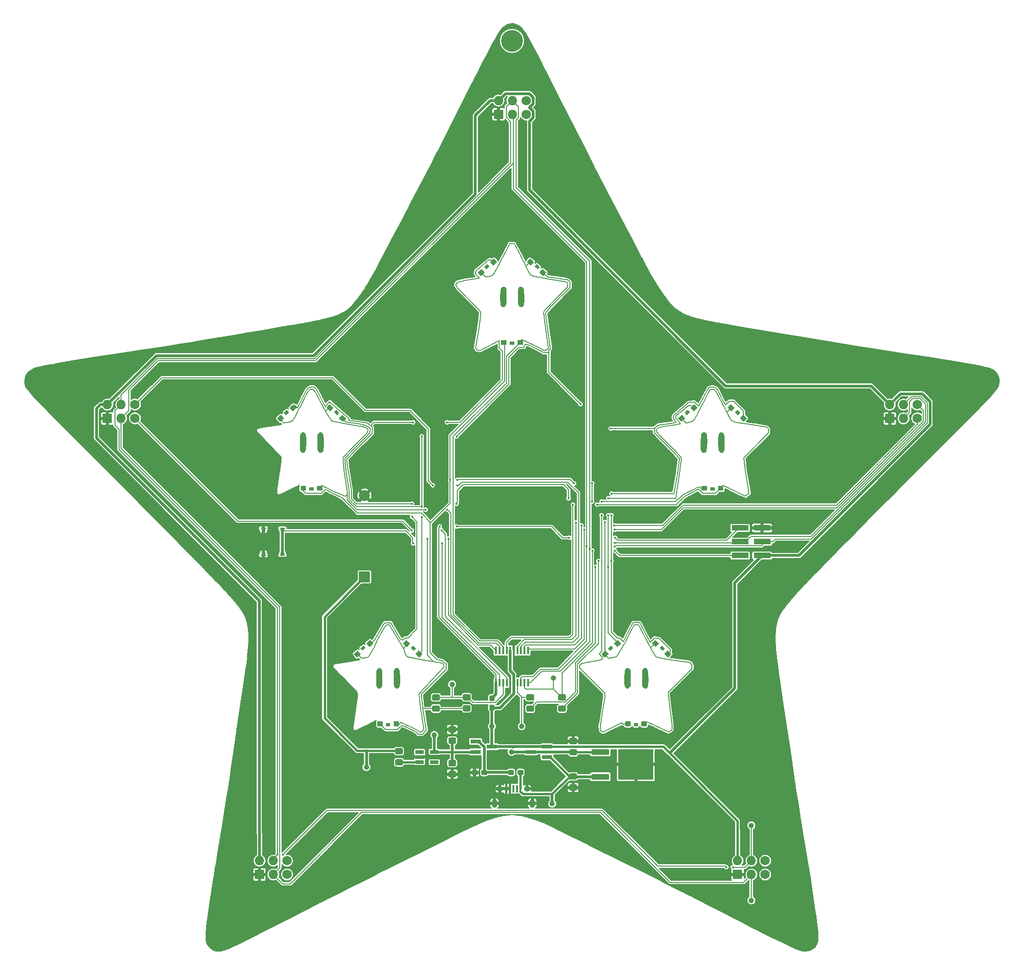
<source format=gbr>
G04 #@! TF.GenerationSoftware,KiCad,Pcbnew,5.1.3-ffb9f22~84~ubuntu16.04.1*
G04 #@! TF.CreationDate,2019-07-25T21:15:37-07:00*
G04 #@! TF.ProjectId,Star_Badge,53746172-5f42-4616-9467-652e6b696361,rev?*
G04 #@! TF.SameCoordinates,Original*
G04 #@! TF.FileFunction,Copper,L2,Bot*
G04 #@! TF.FilePolarity,Positive*
%FSLAX46Y46*%
G04 Gerber Fmt 4.6, Leading zero omitted, Abs format (unit mm)*
G04 Created by KiCad (PCBNEW 5.1.3-ffb9f22~84~ubuntu16.04.1) date 2019-07-25 21:15:37*
%MOMM*%
%LPD*%
G04 APERTURE LIST*
%ADD10C,0.010000*%
%ADD11R,2.000000X2.000000*%
%ADD12C,2.000000*%
%ADD13R,3.290799X1.126800*%
%ADD14R,6.400800X5.689600*%
%ADD15O,1.000000X1.550000*%
%ADD16O,1.250000X0.950000*%
%ADD17R,0.400000X1.350000*%
%ADD18R,1.727200X1.727200*%
%ADD19O,1.727200X1.727200*%
%ADD20C,1.727200*%
%ADD21R,3.150000X1.000000*%
%ADD22R,0.700000X0.500000*%
%ADD23R,1.100000X0.200000*%
%ADD24R,0.450000X1.450000*%
%ADD25C,0.100000*%
%ADD26C,0.950000*%
%ADD27C,1.150000*%
%ADD28R,1.900000X0.800000*%
%ADD29C,0.600000*%
%ADD30C,0.900000*%
%ADD31R,1.560000X0.650000*%
%ADD32C,4.000000*%
%ADD33C,1.000000*%
%ADD34C,0.400000*%
%ADD35C,0.457200*%
%ADD36C,0.508000*%
%ADD37C,0.203200*%
%ADD38C,0.200000*%
G04 APERTURE END LIST*
D10*
G36*
X101806993Y-63089235D02*
G01*
X101951972Y-63213324D01*
X102055630Y-63400804D01*
X102073509Y-63455820D01*
X102089423Y-63545633D01*
X102107570Y-63704597D01*
X102126601Y-63917274D01*
X102145165Y-64168224D01*
X102161913Y-64442008D01*
X102165321Y-64505724D01*
X102185442Y-65030073D01*
X102186645Y-65475492D01*
X102168379Y-65845701D01*
X102130089Y-66144421D01*
X102071224Y-66375372D01*
X101991230Y-66542275D01*
X101889554Y-66648850D01*
X101842904Y-66675324D01*
X101650719Y-66723459D01*
X101471539Y-66688567D01*
X101358032Y-66616502D01*
X101285322Y-66547277D01*
X101226273Y-66468164D01*
X101179508Y-66370057D01*
X101143644Y-66243849D01*
X101117303Y-66080433D01*
X101099103Y-65870702D01*
X101087665Y-65605550D01*
X101081608Y-65275869D01*
X101079553Y-64872552D01*
X101079500Y-64778667D01*
X101079631Y-64420958D01*
X101080534Y-64137388D01*
X101082970Y-63917428D01*
X101087703Y-63750549D01*
X101095496Y-63626224D01*
X101107112Y-63533923D01*
X101123313Y-63463118D01*
X101144863Y-63403281D01*
X101172525Y-63343884D01*
X101185334Y-63318167D01*
X101267350Y-63178737D01*
X101352258Y-63097760D01*
X101437755Y-63059121D01*
X101631863Y-63035511D01*
X101806993Y-63089235D01*
X101806993Y-63089235D01*
G37*
X101806993Y-63089235D02*
X101951972Y-63213324D01*
X102055630Y-63400804D01*
X102073509Y-63455820D01*
X102089423Y-63545633D01*
X102107570Y-63704597D01*
X102126601Y-63917274D01*
X102145165Y-64168224D01*
X102161913Y-64442008D01*
X102165321Y-64505724D01*
X102185442Y-65030073D01*
X102186645Y-65475492D01*
X102168379Y-65845701D01*
X102130089Y-66144421D01*
X102071224Y-66375372D01*
X101991230Y-66542275D01*
X101889554Y-66648850D01*
X101842904Y-66675324D01*
X101650719Y-66723459D01*
X101471539Y-66688567D01*
X101358032Y-66616502D01*
X101285322Y-66547277D01*
X101226273Y-66468164D01*
X101179508Y-66370057D01*
X101143644Y-66243849D01*
X101117303Y-66080433D01*
X101099103Y-65870702D01*
X101087665Y-65605550D01*
X101081608Y-65275869D01*
X101079553Y-64872552D01*
X101079500Y-64778667D01*
X101079631Y-64420958D01*
X101080534Y-64137388D01*
X101082970Y-63917428D01*
X101087703Y-63750549D01*
X101095496Y-63626224D01*
X101107112Y-63533923D01*
X101123313Y-63463118D01*
X101144863Y-63403281D01*
X101172525Y-63343884D01*
X101185334Y-63318167D01*
X101267350Y-63178737D01*
X101352258Y-63097760D01*
X101437755Y-63059121D01*
X101631863Y-63035511D01*
X101806993Y-63089235D01*
G36*
X98577716Y-63065426D02*
G01*
X98706993Y-63141175D01*
X98804814Y-63282949D01*
X98842888Y-63371012D01*
X98865716Y-63438021D01*
X98883637Y-63514096D01*
X98897231Y-63609871D01*
X98907074Y-63735981D01*
X98913744Y-63903060D01*
X98917820Y-64121742D01*
X98919877Y-64402660D01*
X98920495Y-64756448D01*
X98920500Y-64799833D01*
X98919868Y-65168074D01*
X98917605Y-65462549D01*
X98913159Y-65694152D01*
X98905980Y-65873779D01*
X98895517Y-66012323D01*
X98881219Y-66120678D01*
X98862535Y-66209738D01*
X98846300Y-66267252D01*
X98748344Y-66485294D01*
X98614696Y-66635976D01*
X98453410Y-66714642D01*
X98272539Y-66716634D01*
X98144758Y-66672923D01*
X98043005Y-66597368D01*
X97964420Y-66474602D01*
X97906011Y-66295448D01*
X97864785Y-66050729D01*
X97837750Y-65731267D01*
X97837744Y-65731167D01*
X97828970Y-65498079D01*
X97826325Y-65223486D01*
X97829185Y-64923037D01*
X97836929Y-64612382D01*
X97848934Y-64307171D01*
X97864576Y-64023054D01*
X97883234Y-63775680D01*
X97904285Y-63580699D01*
X97927106Y-63453760D01*
X97928560Y-63448503D01*
X98019765Y-63248953D01*
X98157006Y-63112985D01*
X98331942Y-63047778D01*
X98399824Y-63043000D01*
X98577716Y-63065426D01*
X98577716Y-63065426D01*
G37*
X98577716Y-63065426D02*
X98706993Y-63141175D01*
X98804814Y-63282949D01*
X98842888Y-63371012D01*
X98865716Y-63438021D01*
X98883637Y-63514096D01*
X98897231Y-63609871D01*
X98907074Y-63735981D01*
X98913744Y-63903060D01*
X98917820Y-64121742D01*
X98919877Y-64402660D01*
X98920495Y-64756448D01*
X98920500Y-64799833D01*
X98919868Y-65168074D01*
X98917605Y-65462549D01*
X98913159Y-65694152D01*
X98905980Y-65873779D01*
X98895517Y-66012323D01*
X98881219Y-66120678D01*
X98862535Y-66209738D01*
X98846300Y-66267252D01*
X98748344Y-66485294D01*
X98614696Y-66635976D01*
X98453410Y-66714642D01*
X98272539Y-66716634D01*
X98144758Y-66672923D01*
X98043005Y-66597368D01*
X97964420Y-66474602D01*
X97906011Y-66295448D01*
X97864785Y-66050729D01*
X97837750Y-65731267D01*
X97837744Y-65731167D01*
X97828970Y-65498079D01*
X97826325Y-65223486D01*
X97829185Y-64923037D01*
X97836929Y-64612382D01*
X97848934Y-64307171D01*
X97864576Y-64023054D01*
X97883234Y-63775680D01*
X97904285Y-63580699D01*
X97927106Y-63453760D01*
X97928560Y-63448503D01*
X98019765Y-63248953D01*
X98157006Y-63112985D01*
X98331942Y-63047778D01*
X98399824Y-63043000D01*
X98577716Y-63065426D01*
G36*
X138636258Y-89877072D02*
G01*
X138782446Y-89973442D01*
X138896847Y-90108380D01*
X138917949Y-90147565D01*
X138971277Y-90312939D01*
X139013349Y-90558427D01*
X139043870Y-90880191D01*
X139062549Y-91274391D01*
X139069090Y-91737188D01*
X139066426Y-92091100D01*
X139061122Y-92402463D01*
X139055093Y-92641954D01*
X139047137Y-92822366D01*
X139036056Y-92956492D01*
X139020649Y-93057125D01*
X138999716Y-93137059D01*
X138972057Y-93209087D01*
X138958782Y-93238680D01*
X138842979Y-93413470D01*
X138693924Y-93521675D01*
X138524512Y-93556960D01*
X138375167Y-93525313D01*
X138232255Y-93422526D01*
X138110764Y-93239298D01*
X138075820Y-93162484D01*
X138033178Y-93012023D01*
X137998776Y-92794156D01*
X137972600Y-92523357D01*
X137954635Y-92214101D01*
X137944864Y-91880864D01*
X137943272Y-91538121D01*
X137949844Y-91200347D01*
X137964565Y-90882018D01*
X137987419Y-90597608D01*
X138018390Y-90361593D01*
X138057464Y-90188448D01*
X138079050Y-90132009D01*
X138186756Y-89981403D01*
X138331868Y-89878037D01*
X138487532Y-89840158D01*
X138636258Y-89877072D01*
X138636258Y-89877072D01*
G37*
X138636258Y-89877072D02*
X138782446Y-89973442D01*
X138896847Y-90108380D01*
X138917949Y-90147565D01*
X138971277Y-90312939D01*
X139013349Y-90558427D01*
X139043870Y-90880191D01*
X139062549Y-91274391D01*
X139069090Y-91737188D01*
X139066426Y-92091100D01*
X139061122Y-92402463D01*
X139055093Y-92641954D01*
X139047137Y-92822366D01*
X139036056Y-92956492D01*
X139020649Y-93057125D01*
X138999716Y-93137059D01*
X138972057Y-93209087D01*
X138958782Y-93238680D01*
X138842979Y-93413470D01*
X138693924Y-93521675D01*
X138524512Y-93556960D01*
X138375167Y-93525313D01*
X138232255Y-93422526D01*
X138110764Y-93239298D01*
X138075820Y-93162484D01*
X138033178Y-93012023D01*
X137998776Y-92794156D01*
X137972600Y-92523357D01*
X137954635Y-92214101D01*
X137944864Y-91880864D01*
X137943272Y-91538121D01*
X137949844Y-91200347D01*
X137964565Y-90882018D01*
X137987419Y-90597608D01*
X138018390Y-90361593D01*
X138057464Y-90188448D01*
X138079050Y-90132009D01*
X138186756Y-89981403D01*
X138331868Y-89878037D01*
X138487532Y-89840158D01*
X138636258Y-89877072D01*
G36*
X135502718Y-89896079D02*
G01*
X135519053Y-89904216D01*
X135611811Y-89969858D01*
X135686901Y-90066480D01*
X135745903Y-90202056D01*
X135790399Y-90384559D01*
X135821970Y-90621960D01*
X135842198Y-90922233D01*
X135852664Y-91293350D01*
X135855026Y-91597944D01*
X135850003Y-92071056D01*
X135832360Y-92466104D01*
X135800881Y-92788919D01*
X135754347Y-93045333D01*
X135691542Y-93241177D01*
X135611248Y-93382282D01*
X135512248Y-93474479D01*
X135457274Y-93503263D01*
X135300013Y-93554294D01*
X135173672Y-93553003D01*
X135046983Y-93501702D01*
X134940108Y-93413998D01*
X134855775Y-93275563D01*
X134792532Y-93080012D01*
X134748926Y-92820961D01*
X134723506Y-92492023D01*
X134714817Y-92086813D01*
X134714814Y-92041333D01*
X134720528Y-91597982D01*
X134735685Y-91195151D01*
X134759529Y-90841568D01*
X134791306Y-90545960D01*
X134830262Y-90317056D01*
X134875644Y-90163582D01*
X134877421Y-90159498D01*
X134992019Y-89982607D01*
X135141801Y-89876810D01*
X135315717Y-89846502D01*
X135502718Y-89896079D01*
X135502718Y-89896079D01*
G37*
X135502718Y-89896079D02*
X135519053Y-89904216D01*
X135611811Y-89969858D01*
X135686901Y-90066480D01*
X135745903Y-90202056D01*
X135790399Y-90384559D01*
X135821970Y-90621960D01*
X135842198Y-90922233D01*
X135852664Y-91293350D01*
X135855026Y-91597944D01*
X135850003Y-92071056D01*
X135832360Y-92466104D01*
X135800881Y-92788919D01*
X135754347Y-93045333D01*
X135691542Y-93241177D01*
X135611248Y-93382282D01*
X135512248Y-93474479D01*
X135457274Y-93503263D01*
X135300013Y-93554294D01*
X135173672Y-93553003D01*
X135046983Y-93501702D01*
X134940108Y-93413998D01*
X134855775Y-93275563D01*
X134792532Y-93080012D01*
X134748926Y-92820961D01*
X134723506Y-92492023D01*
X134714817Y-92086813D01*
X134714814Y-92041333D01*
X134720528Y-91597982D01*
X134735685Y-91195151D01*
X134759529Y-90841568D01*
X134791306Y-90545960D01*
X134830262Y-90317056D01*
X134875644Y-90163582D01*
X134877421Y-90159498D01*
X134992019Y-89982607D01*
X135141801Y-89876810D01*
X135315717Y-89846502D01*
X135502718Y-89896079D01*
G36*
X64841554Y-89871558D02*
G01*
X64993069Y-89973551D01*
X65112770Y-90148073D01*
X65165915Y-90307871D01*
X65210059Y-90545842D01*
X65244635Y-90855911D01*
X65269075Y-91232006D01*
X65282812Y-91668052D01*
X65285752Y-91999000D01*
X65279612Y-92409891D01*
X65259447Y-92744215D01*
X65223513Y-93009176D01*
X65170067Y-93211980D01*
X65097367Y-93359831D01*
X65003669Y-93459932D01*
X64920898Y-93507041D01*
X64792149Y-93552513D01*
X64691881Y-93556575D01*
X64574571Y-93518949D01*
X64541234Y-93504736D01*
X64433892Y-93433106D01*
X64345531Y-93316328D01*
X64274924Y-93148463D01*
X64220844Y-92923574D01*
X64182062Y-92635725D01*
X64157352Y-92278978D01*
X64145486Y-91847396D01*
X64143987Y-91583187D01*
X64148032Y-91161052D01*
X64160895Y-90815187D01*
X64184201Y-90537501D01*
X64219571Y-90319902D01*
X64268632Y-90154300D01*
X64333005Y-90032603D01*
X64414316Y-89946722D01*
X64480948Y-89904216D01*
X64667912Y-89847314D01*
X64841554Y-89871558D01*
X64841554Y-89871558D01*
G37*
X64841554Y-89871558D02*
X64993069Y-89973551D01*
X65112770Y-90148073D01*
X65165915Y-90307871D01*
X65210059Y-90545842D01*
X65244635Y-90855911D01*
X65269075Y-91232006D01*
X65282812Y-91668052D01*
X65285752Y-91999000D01*
X65279612Y-92409891D01*
X65259447Y-92744215D01*
X65223513Y-93009176D01*
X65170067Y-93211980D01*
X65097367Y-93359831D01*
X65003669Y-93459932D01*
X64920898Y-93507041D01*
X64792149Y-93552513D01*
X64691881Y-93556575D01*
X64574571Y-93518949D01*
X64541234Y-93504736D01*
X64433892Y-93433106D01*
X64345531Y-93316328D01*
X64274924Y-93148463D01*
X64220844Y-92923574D01*
X64182062Y-92635725D01*
X64157352Y-92278978D01*
X64145486Y-91847396D01*
X64143987Y-91583187D01*
X64148032Y-91161052D01*
X64160895Y-90815187D01*
X64184201Y-90537501D01*
X64219571Y-90319902D01*
X64268632Y-90154300D01*
X64333005Y-90032603D01*
X64414316Y-89946722D01*
X64480948Y-89904216D01*
X64667912Y-89847314D01*
X64841554Y-89871558D01*
G36*
X61661903Y-89877461D02*
G01*
X61799616Y-89977361D01*
X61912611Y-90121288D01*
X61926421Y-90146493D01*
X61967281Y-90273162D01*
X62000063Y-90470054D01*
X62024844Y-90723116D01*
X62041702Y-91018297D01*
X62050713Y-91341547D01*
X62051954Y-91678813D01*
X62045503Y-92016046D01*
X62031436Y-92339192D01*
X62009831Y-92634203D01*
X61980764Y-92887025D01*
X61944313Y-93083608D01*
X61909719Y-93191317D01*
X61842680Y-93318318D01*
X61771283Y-93420444D01*
X61747396Y-93445335D01*
X61615026Y-93516775D01*
X61451764Y-93546125D01*
X61299335Y-93527510D01*
X61265000Y-93513271D01*
X61186433Y-93445466D01*
X61100188Y-93330213D01*
X61053334Y-93247833D01*
X61018379Y-93174339D01*
X60991849Y-93103650D01*
X60972351Y-93022672D01*
X60958494Y-92918313D01*
X60948887Y-92777481D01*
X60942137Y-92587083D01*
X60936854Y-92334026D01*
X60933386Y-92119270D01*
X60931396Y-91634941D01*
X60940803Y-91204630D01*
X60961150Y-90834412D01*
X60991981Y-90530362D01*
X61032840Y-90298554D01*
X61081291Y-90149169D01*
X61187729Y-90001172D01*
X61335479Y-89891985D01*
X61496076Y-89841482D01*
X61523874Y-89840158D01*
X61661903Y-89877461D01*
X61661903Y-89877461D01*
G37*
X61661903Y-89877461D02*
X61799616Y-89977361D01*
X61912611Y-90121288D01*
X61926421Y-90146493D01*
X61967281Y-90273162D01*
X62000063Y-90470054D01*
X62024844Y-90723116D01*
X62041702Y-91018297D01*
X62050713Y-91341547D01*
X62051954Y-91678813D01*
X62045503Y-92016046D01*
X62031436Y-92339192D01*
X62009831Y-92634203D01*
X61980764Y-92887025D01*
X61944313Y-93083608D01*
X61909719Y-93191317D01*
X61842680Y-93318318D01*
X61771283Y-93420444D01*
X61747396Y-93445335D01*
X61615026Y-93516775D01*
X61451764Y-93546125D01*
X61299335Y-93527510D01*
X61265000Y-93513271D01*
X61186433Y-93445466D01*
X61100188Y-93330213D01*
X61053334Y-93247833D01*
X61018379Y-93174339D01*
X60991849Y-93103650D01*
X60972351Y-93022672D01*
X60958494Y-92918313D01*
X60948887Y-92777481D01*
X60942137Y-92587083D01*
X60936854Y-92334026D01*
X60933386Y-92119270D01*
X60931396Y-91634941D01*
X60940803Y-91204630D01*
X60961150Y-90834412D01*
X60991981Y-90530362D01*
X61032840Y-90298554D01*
X61081291Y-90149169D01*
X61187729Y-90001172D01*
X61335479Y-89891985D01*
X61496076Y-89841482D01*
X61523874Y-89840158D01*
X61661903Y-89877461D01*
G36*
X124543561Y-133286806D02*
G01*
X124664798Y-133329392D01*
X124764571Y-133408007D01*
X124844746Y-133528902D01*
X124907189Y-133698326D01*
X124953768Y-133922529D01*
X124986347Y-134207761D01*
X125006795Y-134560273D01*
X125016977Y-134986313D01*
X125019000Y-135350122D01*
X125016459Y-135732288D01*
X125007750Y-136040055D01*
X124991241Y-136283566D01*
X124965301Y-136472969D01*
X124928299Y-136618407D01*
X124878604Y-136730026D01*
X124814586Y-136817971D01*
X124776894Y-136856053D01*
X124626270Y-136942797D01*
X124453248Y-136962484D01*
X124285696Y-136916105D01*
X124176683Y-136834656D01*
X124114264Y-136762319D01*
X124064130Y-136686454D01*
X124024761Y-136596971D01*
X123994639Y-136483779D01*
X123972243Y-136336788D01*
X123956054Y-136145906D01*
X123944553Y-135901042D01*
X123936220Y-135592106D01*
X123929535Y-135209007D01*
X123929275Y-135191619D01*
X123924456Y-134776812D01*
X123924262Y-134437329D01*
X123929725Y-134163899D01*
X123941877Y-133947257D01*
X123961751Y-133778133D01*
X123990378Y-133647259D01*
X124028790Y-133545369D01*
X124078019Y-133463193D01*
X124128482Y-133402625D01*
X124243644Y-133307945D01*
X124368944Y-133274838D01*
X124398993Y-133274000D01*
X124543561Y-133286806D01*
X124543561Y-133286806D01*
G37*
X124543561Y-133286806D02*
X124664798Y-133329392D01*
X124764571Y-133408007D01*
X124844746Y-133528902D01*
X124907189Y-133698326D01*
X124953768Y-133922529D01*
X124986347Y-134207761D01*
X125006795Y-134560273D01*
X125016977Y-134986313D01*
X125019000Y-135350122D01*
X125016459Y-135732288D01*
X125007750Y-136040055D01*
X124991241Y-136283566D01*
X124965301Y-136472969D01*
X124928299Y-136618407D01*
X124878604Y-136730026D01*
X124814586Y-136817971D01*
X124776894Y-136856053D01*
X124626270Y-136942797D01*
X124453248Y-136962484D01*
X124285696Y-136916105D01*
X124176683Y-136834656D01*
X124114264Y-136762319D01*
X124064130Y-136686454D01*
X124024761Y-136596971D01*
X123994639Y-136483779D01*
X123972243Y-136336788D01*
X123956054Y-136145906D01*
X123944553Y-135901042D01*
X123936220Y-135592106D01*
X123929535Y-135209007D01*
X123929275Y-135191619D01*
X123924456Y-134776812D01*
X123924262Y-134437329D01*
X123929725Y-134163899D01*
X123941877Y-133947257D01*
X123961751Y-133778133D01*
X123990378Y-133647259D01*
X124028790Y-133545369D01*
X124078019Y-133463193D01*
X124128482Y-133402625D01*
X124243644Y-133307945D01*
X124368944Y-133274838D01*
X124398993Y-133274000D01*
X124543561Y-133286806D01*
G36*
X121381558Y-133290055D02*
G01*
X121531387Y-133375096D01*
X121654185Y-133524533D01*
X121721765Y-133685617D01*
X121741660Y-133800531D01*
X121757739Y-133985424D01*
X121769997Y-134225692D01*
X121778430Y-134506733D01*
X121783033Y-134813944D01*
X121783800Y-135132723D01*
X121780727Y-135448467D01*
X121773808Y-135746574D01*
X121763040Y-136012440D01*
X121748416Y-136231463D01*
X121729932Y-136389040D01*
X121722687Y-136426380D01*
X121639261Y-136664965D01*
X121515831Y-136835298D01*
X121356310Y-136933330D01*
X121209977Y-136957000D01*
X121064695Y-136939181D01*
X120951739Y-136873044D01*
X120913401Y-136837247D01*
X120820016Y-136712694D01*
X120750840Y-136567382D01*
X120745906Y-136551497D01*
X120715131Y-136392044D01*
X120692563Y-136166869D01*
X120677877Y-135890802D01*
X120670749Y-135578678D01*
X120670851Y-135245327D01*
X120677861Y-134905583D01*
X120691452Y-134574278D01*
X120711299Y-134266243D01*
X120737077Y-133996312D01*
X120768461Y-133779317D01*
X120805125Y-133630089D01*
X120810251Y-133616470D01*
X120919043Y-133432616D01*
X121060470Y-133317683D01*
X121219613Y-133270540D01*
X121381558Y-133290055D01*
X121381558Y-133290055D01*
G37*
X121381558Y-133290055D02*
X121531387Y-133375096D01*
X121654185Y-133524533D01*
X121721765Y-133685617D01*
X121741660Y-133800531D01*
X121757739Y-133985424D01*
X121769997Y-134225692D01*
X121778430Y-134506733D01*
X121783033Y-134813944D01*
X121783800Y-135132723D01*
X121780727Y-135448467D01*
X121773808Y-135746574D01*
X121763040Y-136012440D01*
X121748416Y-136231463D01*
X121729932Y-136389040D01*
X121722687Y-136426380D01*
X121639261Y-136664965D01*
X121515831Y-136835298D01*
X121356310Y-136933330D01*
X121209977Y-136957000D01*
X121064695Y-136939181D01*
X120951739Y-136873044D01*
X120913401Y-136837247D01*
X120820016Y-136712694D01*
X120750840Y-136567382D01*
X120745906Y-136551497D01*
X120715131Y-136392044D01*
X120692563Y-136166869D01*
X120677877Y-135890802D01*
X120670749Y-135578678D01*
X120670851Y-135245327D01*
X120677861Y-134905583D01*
X120691452Y-134574278D01*
X120711299Y-134266243D01*
X120737077Y-133996312D01*
X120768461Y-133779317D01*
X120805125Y-133630089D01*
X120810251Y-133616470D01*
X120919043Y-133432616D01*
X121060470Y-133317683D01*
X121219613Y-133270540D01*
X121381558Y-133290055D01*
G36*
X78972465Y-133337093D02*
G01*
X79108114Y-133467150D01*
X79189988Y-133617067D01*
X79227881Y-133757837D01*
X79260515Y-133968220D01*
X79287552Y-134233303D01*
X79308651Y-134538175D01*
X79323476Y-134867925D01*
X79331686Y-135207641D01*
X79332943Y-135542412D01*
X79326909Y-135857326D01*
X79313244Y-136137472D01*
X79291611Y-136367938D01*
X79261669Y-136533812D01*
X79256654Y-136551497D01*
X79164576Y-136745566D01*
X79032179Y-136880527D01*
X78873595Y-136950864D01*
X78702958Y-136951064D01*
X78534399Y-136875613D01*
X78498032Y-136847502D01*
X78424073Y-136776497D01*
X78364285Y-136694483D01*
X78317209Y-136592147D01*
X78281387Y-136460176D01*
X78255358Y-136289260D01*
X78237665Y-136070085D01*
X78226847Y-135793340D01*
X78221446Y-135449711D01*
X78220009Y-135073167D01*
X78221070Y-134682992D01*
X78224863Y-134368796D01*
X78231754Y-134121925D01*
X78242103Y-133933725D01*
X78256276Y-133795540D01*
X78274634Y-133698717D01*
X78278236Y-133685617D01*
X78369520Y-133486473D01*
X78499493Y-133350928D01*
X78653246Y-133280102D01*
X78815873Y-133275117D01*
X78972465Y-133337093D01*
X78972465Y-133337093D01*
G37*
X78972465Y-133337093D02*
X79108114Y-133467150D01*
X79189988Y-133617067D01*
X79227881Y-133757837D01*
X79260515Y-133968220D01*
X79287552Y-134233303D01*
X79308651Y-134538175D01*
X79323476Y-134867925D01*
X79331686Y-135207641D01*
X79332943Y-135542412D01*
X79326909Y-135857326D01*
X79313244Y-136137472D01*
X79291611Y-136367938D01*
X79261669Y-136533812D01*
X79256654Y-136551497D01*
X79164576Y-136745566D01*
X79032179Y-136880527D01*
X78873595Y-136950864D01*
X78702958Y-136951064D01*
X78534399Y-136875613D01*
X78498032Y-136847502D01*
X78424073Y-136776497D01*
X78364285Y-136694483D01*
X78317209Y-136592147D01*
X78281387Y-136460176D01*
X78255358Y-136289260D01*
X78237665Y-136070085D01*
X78226847Y-135793340D01*
X78221446Y-135449711D01*
X78220009Y-135073167D01*
X78221070Y-134682992D01*
X78224863Y-134368796D01*
X78231754Y-134121925D01*
X78242103Y-133933725D01*
X78256276Y-133795540D01*
X78274634Y-133698717D01*
X78278236Y-133685617D01*
X78369520Y-133486473D01*
X78499493Y-133350928D01*
X78653246Y-133280102D01*
X78815873Y-133275117D01*
X78972465Y-133337093D01*
G36*
X75733035Y-133296856D02*
G01*
X75847151Y-133377589D01*
X75871518Y-133402625D01*
X75930569Y-133475359D01*
X75977968Y-133560095D01*
X76014750Y-133666097D01*
X76041951Y-133802628D01*
X76060609Y-133978952D01*
X76071758Y-134204332D01*
X76076436Y-134488033D01*
X76075678Y-134839318D01*
X76071624Y-135191619D01*
X76064566Y-135593214D01*
X76054888Y-135919509D01*
X76041061Y-136179863D01*
X76021553Y-136383636D01*
X75994835Y-136540185D01*
X75959376Y-136658871D01*
X75913646Y-136749053D01*
X75856113Y-136820090D01*
X75796785Y-136872412D01*
X75661772Y-136935237D01*
X75494257Y-136956249D01*
X75333194Y-136933865D01*
X75249471Y-136894638D01*
X75178111Y-136817685D01*
X75105126Y-136698870D01*
X75082637Y-136651221D01*
X75057048Y-136581299D01*
X75037109Y-136497303D01*
X75021880Y-136387345D01*
X75010423Y-136239537D01*
X75001800Y-136041992D01*
X74995072Y-135782821D01*
X74989648Y-135473052D01*
X74986033Y-134972388D01*
X74992794Y-134549989D01*
X75011587Y-134199904D01*
X75044067Y-133916180D01*
X75091886Y-133692867D01*
X75156701Y-133524013D01*
X75240165Y-133403666D01*
X75343934Y-133325876D01*
X75469661Y-133284690D01*
X75601008Y-133274000D01*
X75733035Y-133296856D01*
X75733035Y-133296856D01*
G37*
X75733035Y-133296856D02*
X75847151Y-133377589D01*
X75871518Y-133402625D01*
X75930569Y-133475359D01*
X75977968Y-133560095D01*
X76014750Y-133666097D01*
X76041951Y-133802628D01*
X76060609Y-133978952D01*
X76071758Y-134204332D01*
X76076436Y-134488033D01*
X76075678Y-134839318D01*
X76071624Y-135191619D01*
X76064566Y-135593214D01*
X76054888Y-135919509D01*
X76041061Y-136179863D01*
X76021553Y-136383636D01*
X75994835Y-136540185D01*
X75959376Y-136658871D01*
X75913646Y-136749053D01*
X75856113Y-136820090D01*
X75796785Y-136872412D01*
X75661772Y-136935237D01*
X75494257Y-136956249D01*
X75333194Y-136933865D01*
X75249471Y-136894638D01*
X75178111Y-136817685D01*
X75105126Y-136698870D01*
X75082637Y-136651221D01*
X75057048Y-136581299D01*
X75037109Y-136497303D01*
X75021880Y-136387345D01*
X75010423Y-136239537D01*
X75001800Y-136041992D01*
X74995072Y-135782821D01*
X74989648Y-135473052D01*
X74986033Y-134972388D01*
X74992794Y-134549989D01*
X75011587Y-134199904D01*
X75044067Y-133916180D01*
X75091886Y-133692867D01*
X75156701Y-133524013D01*
X75240165Y-133403666D01*
X75343934Y-133325876D01*
X75469661Y-133284690D01*
X75601008Y-133274000D01*
X75733035Y-133296856D01*
D11*
X72850000Y-116475000D03*
D12*
X72850000Y-101485000D03*
D13*
X116246800Y-148714000D03*
D14*
X122800000Y-151000000D03*
D13*
X116246800Y-153286000D03*
D15*
X96750000Y-158200000D03*
X103750000Y-158200000D03*
D16*
X102750000Y-155500000D03*
X97750000Y-155500000D03*
D17*
X101550000Y-155500000D03*
X100900000Y-155500000D03*
X98950000Y-155500000D03*
X99600000Y-155500000D03*
X100250000Y-155500000D03*
D18*
X97520000Y-31290000D03*
D19*
X97520000Y-28750000D03*
X100060000Y-31290000D03*
X100060000Y-28750000D03*
D20*
X102600000Y-31290000D03*
X102600000Y-28750000D03*
D18*
X25520000Y-87290000D03*
D19*
X25520000Y-84750000D03*
X28060000Y-87290000D03*
X28060000Y-84750000D03*
D20*
X30600000Y-87290000D03*
X30600000Y-84750000D03*
D18*
X53520000Y-171290000D03*
D19*
X53520000Y-168750000D03*
X56060000Y-171290000D03*
X56060000Y-168750000D03*
D20*
X58600000Y-171290000D03*
X58600000Y-168750000D03*
D18*
X141520000Y-171290000D03*
D19*
X141520000Y-168750000D03*
X144060000Y-171290000D03*
X144060000Y-168750000D03*
D20*
X146600000Y-171290000D03*
X146600000Y-168750000D03*
D18*
X169520000Y-87290000D03*
D19*
X169520000Y-84750000D03*
X172060000Y-87290000D03*
X172060000Y-84750000D03*
D20*
X174600000Y-87290000D03*
X174600000Y-84750000D03*
D21*
X141975000Y-112540000D03*
X146025000Y-112540000D03*
X141975000Y-110000000D03*
X146025000Y-110000000D03*
X141975000Y-107460000D03*
X146025000Y-107460000D03*
D22*
X54250000Y-107875000D03*
X54250000Y-112125000D03*
X57750000Y-107875000D03*
X57750000Y-112125000D03*
D23*
X57750000Y-107525000D03*
X54250000Y-112475000D03*
X54250000Y-107525000D03*
X57750000Y-112475000D03*
D24*
X102925000Y-130050000D03*
X102275000Y-130050000D03*
X101625000Y-130050000D03*
X100975000Y-130050000D03*
X100325000Y-130050000D03*
X99675000Y-130050000D03*
X99025000Y-130050000D03*
X98375000Y-130050000D03*
X97725000Y-130050000D03*
X97075000Y-130050000D03*
X97075000Y-135950000D03*
X97725000Y-135950000D03*
X98375000Y-135950000D03*
X99025000Y-135950000D03*
X99675000Y-135950000D03*
X100325000Y-135950000D03*
X100975000Y-135950000D03*
X101625000Y-135950000D03*
X102275000Y-135950000D03*
X102925000Y-135950000D03*
D25*
G36*
X95185779Y-152026144D02*
G01*
X95208834Y-152029563D01*
X95231443Y-152035227D01*
X95253387Y-152043079D01*
X95274457Y-152053044D01*
X95294448Y-152065026D01*
X95313168Y-152078910D01*
X95330438Y-152094562D01*
X95346090Y-152111832D01*
X95359974Y-152130552D01*
X95371956Y-152150543D01*
X95381921Y-152171613D01*
X95389773Y-152193557D01*
X95395437Y-152216166D01*
X95398856Y-152239221D01*
X95400000Y-152262500D01*
X95400000Y-152737500D01*
X95398856Y-152760779D01*
X95395437Y-152783834D01*
X95389773Y-152806443D01*
X95381921Y-152828387D01*
X95371956Y-152849457D01*
X95359974Y-152869448D01*
X95346090Y-152888168D01*
X95330438Y-152905438D01*
X95313168Y-152921090D01*
X95294448Y-152934974D01*
X95274457Y-152946956D01*
X95253387Y-152956921D01*
X95231443Y-152964773D01*
X95208834Y-152970437D01*
X95185779Y-152973856D01*
X95162500Y-152975000D01*
X94587500Y-152975000D01*
X94564221Y-152973856D01*
X94541166Y-152970437D01*
X94518557Y-152964773D01*
X94496613Y-152956921D01*
X94475543Y-152946956D01*
X94455552Y-152934974D01*
X94436832Y-152921090D01*
X94419562Y-152905438D01*
X94403910Y-152888168D01*
X94390026Y-152869448D01*
X94378044Y-152849457D01*
X94368079Y-152828387D01*
X94360227Y-152806443D01*
X94354563Y-152783834D01*
X94351144Y-152760779D01*
X94350000Y-152737500D01*
X94350000Y-152262500D01*
X94351144Y-152239221D01*
X94354563Y-152216166D01*
X94360227Y-152193557D01*
X94368079Y-152171613D01*
X94378044Y-152150543D01*
X94390026Y-152130552D01*
X94403910Y-152111832D01*
X94419562Y-152094562D01*
X94436832Y-152078910D01*
X94455552Y-152065026D01*
X94475543Y-152053044D01*
X94496613Y-152043079D01*
X94518557Y-152035227D01*
X94541166Y-152029563D01*
X94564221Y-152026144D01*
X94587500Y-152025000D01*
X95162500Y-152025000D01*
X95185779Y-152026144D01*
X95185779Y-152026144D01*
G37*
D26*
X94875000Y-152500000D03*
D25*
G36*
X93435779Y-152026144D02*
G01*
X93458834Y-152029563D01*
X93481443Y-152035227D01*
X93503387Y-152043079D01*
X93524457Y-152053044D01*
X93544448Y-152065026D01*
X93563168Y-152078910D01*
X93580438Y-152094562D01*
X93596090Y-152111832D01*
X93609974Y-152130552D01*
X93621956Y-152150543D01*
X93631921Y-152171613D01*
X93639773Y-152193557D01*
X93645437Y-152216166D01*
X93648856Y-152239221D01*
X93650000Y-152262500D01*
X93650000Y-152737500D01*
X93648856Y-152760779D01*
X93645437Y-152783834D01*
X93639773Y-152806443D01*
X93631921Y-152828387D01*
X93621956Y-152849457D01*
X93609974Y-152869448D01*
X93596090Y-152888168D01*
X93580438Y-152905438D01*
X93563168Y-152921090D01*
X93544448Y-152934974D01*
X93524457Y-152946956D01*
X93503387Y-152956921D01*
X93481443Y-152964773D01*
X93458834Y-152970437D01*
X93435779Y-152973856D01*
X93412500Y-152975000D01*
X92837500Y-152975000D01*
X92814221Y-152973856D01*
X92791166Y-152970437D01*
X92768557Y-152964773D01*
X92746613Y-152956921D01*
X92725543Y-152946956D01*
X92705552Y-152934974D01*
X92686832Y-152921090D01*
X92669562Y-152905438D01*
X92653910Y-152888168D01*
X92640026Y-152869448D01*
X92628044Y-152849457D01*
X92618079Y-152828387D01*
X92610227Y-152806443D01*
X92604563Y-152783834D01*
X92601144Y-152760779D01*
X92600000Y-152737500D01*
X92600000Y-152262500D01*
X92601144Y-152239221D01*
X92604563Y-152216166D01*
X92610227Y-152193557D01*
X92618079Y-152171613D01*
X92628044Y-152150543D01*
X92640026Y-152130552D01*
X92653910Y-152111832D01*
X92669562Y-152094562D01*
X92686832Y-152078910D01*
X92705552Y-152065026D01*
X92725543Y-152053044D01*
X92746613Y-152043079D01*
X92768557Y-152035227D01*
X92791166Y-152029563D01*
X92814221Y-152026144D01*
X92837500Y-152025000D01*
X93412500Y-152025000D01*
X93435779Y-152026144D01*
X93435779Y-152026144D01*
G37*
D26*
X93125000Y-152500000D03*
D25*
G36*
X101885779Y-152026144D02*
G01*
X101908834Y-152029563D01*
X101931443Y-152035227D01*
X101953387Y-152043079D01*
X101974457Y-152053044D01*
X101994448Y-152065026D01*
X102013168Y-152078910D01*
X102030438Y-152094562D01*
X102046090Y-152111832D01*
X102059974Y-152130552D01*
X102071956Y-152150543D01*
X102081921Y-152171613D01*
X102089773Y-152193557D01*
X102095437Y-152216166D01*
X102098856Y-152239221D01*
X102100000Y-152262500D01*
X102100000Y-152737500D01*
X102098856Y-152760779D01*
X102095437Y-152783834D01*
X102089773Y-152806443D01*
X102081921Y-152828387D01*
X102071956Y-152849457D01*
X102059974Y-152869448D01*
X102046090Y-152888168D01*
X102030438Y-152905438D01*
X102013168Y-152921090D01*
X101994448Y-152934974D01*
X101974457Y-152946956D01*
X101953387Y-152956921D01*
X101931443Y-152964773D01*
X101908834Y-152970437D01*
X101885779Y-152973856D01*
X101862500Y-152975000D01*
X101287500Y-152975000D01*
X101264221Y-152973856D01*
X101241166Y-152970437D01*
X101218557Y-152964773D01*
X101196613Y-152956921D01*
X101175543Y-152946956D01*
X101155552Y-152934974D01*
X101136832Y-152921090D01*
X101119562Y-152905438D01*
X101103910Y-152888168D01*
X101090026Y-152869448D01*
X101078044Y-152849457D01*
X101068079Y-152828387D01*
X101060227Y-152806443D01*
X101054563Y-152783834D01*
X101051144Y-152760779D01*
X101050000Y-152737500D01*
X101050000Y-152262500D01*
X101051144Y-152239221D01*
X101054563Y-152216166D01*
X101060227Y-152193557D01*
X101068079Y-152171613D01*
X101078044Y-152150543D01*
X101090026Y-152130552D01*
X101103910Y-152111832D01*
X101119562Y-152094562D01*
X101136832Y-152078910D01*
X101155552Y-152065026D01*
X101175543Y-152053044D01*
X101196613Y-152043079D01*
X101218557Y-152035227D01*
X101241166Y-152029563D01*
X101264221Y-152026144D01*
X101287500Y-152025000D01*
X101862500Y-152025000D01*
X101885779Y-152026144D01*
X101885779Y-152026144D01*
G37*
D26*
X101575000Y-152500000D03*
D25*
G36*
X100135779Y-152026144D02*
G01*
X100158834Y-152029563D01*
X100181443Y-152035227D01*
X100203387Y-152043079D01*
X100224457Y-152053044D01*
X100244448Y-152065026D01*
X100263168Y-152078910D01*
X100280438Y-152094562D01*
X100296090Y-152111832D01*
X100309974Y-152130552D01*
X100321956Y-152150543D01*
X100331921Y-152171613D01*
X100339773Y-152193557D01*
X100345437Y-152216166D01*
X100348856Y-152239221D01*
X100350000Y-152262500D01*
X100350000Y-152737500D01*
X100348856Y-152760779D01*
X100345437Y-152783834D01*
X100339773Y-152806443D01*
X100331921Y-152828387D01*
X100321956Y-152849457D01*
X100309974Y-152869448D01*
X100296090Y-152888168D01*
X100280438Y-152905438D01*
X100263168Y-152921090D01*
X100244448Y-152934974D01*
X100224457Y-152946956D01*
X100203387Y-152956921D01*
X100181443Y-152964773D01*
X100158834Y-152970437D01*
X100135779Y-152973856D01*
X100112500Y-152975000D01*
X99537500Y-152975000D01*
X99514221Y-152973856D01*
X99491166Y-152970437D01*
X99468557Y-152964773D01*
X99446613Y-152956921D01*
X99425543Y-152946956D01*
X99405552Y-152934974D01*
X99386832Y-152921090D01*
X99369562Y-152905438D01*
X99353910Y-152888168D01*
X99340026Y-152869448D01*
X99328044Y-152849457D01*
X99318079Y-152828387D01*
X99310227Y-152806443D01*
X99304563Y-152783834D01*
X99301144Y-152760779D01*
X99300000Y-152737500D01*
X99300000Y-152262500D01*
X99301144Y-152239221D01*
X99304563Y-152216166D01*
X99310227Y-152193557D01*
X99318079Y-152171613D01*
X99328044Y-152150543D01*
X99340026Y-152130552D01*
X99353910Y-152111832D01*
X99369562Y-152094562D01*
X99386832Y-152078910D01*
X99405552Y-152065026D01*
X99425543Y-152053044D01*
X99446613Y-152043079D01*
X99468557Y-152035227D01*
X99491166Y-152029563D01*
X99514221Y-152026144D01*
X99537500Y-152025000D01*
X100112500Y-152025000D01*
X100135779Y-152026144D01*
X100135779Y-152026144D01*
G37*
D26*
X99825000Y-152500000D03*
D25*
G36*
X92124505Y-138076204D02*
G01*
X92148773Y-138079804D01*
X92172572Y-138085765D01*
X92195671Y-138094030D01*
X92217850Y-138104520D01*
X92238893Y-138117132D01*
X92258599Y-138131747D01*
X92276777Y-138148223D01*
X92293253Y-138166401D01*
X92307868Y-138186107D01*
X92320480Y-138207150D01*
X92330970Y-138229329D01*
X92339235Y-138252428D01*
X92345196Y-138276227D01*
X92348796Y-138300495D01*
X92350000Y-138324999D01*
X92350000Y-138975001D01*
X92348796Y-138999505D01*
X92345196Y-139023773D01*
X92339235Y-139047572D01*
X92330970Y-139070671D01*
X92320480Y-139092850D01*
X92307868Y-139113893D01*
X92293253Y-139133599D01*
X92276777Y-139151777D01*
X92258599Y-139168253D01*
X92238893Y-139182868D01*
X92217850Y-139195480D01*
X92195671Y-139205970D01*
X92172572Y-139214235D01*
X92148773Y-139220196D01*
X92124505Y-139223796D01*
X92100001Y-139225000D01*
X91199999Y-139225000D01*
X91175495Y-139223796D01*
X91151227Y-139220196D01*
X91127428Y-139214235D01*
X91104329Y-139205970D01*
X91082150Y-139195480D01*
X91061107Y-139182868D01*
X91041401Y-139168253D01*
X91023223Y-139151777D01*
X91006747Y-139133599D01*
X90992132Y-139113893D01*
X90979520Y-139092850D01*
X90969030Y-139070671D01*
X90960765Y-139047572D01*
X90954804Y-139023773D01*
X90951204Y-138999505D01*
X90950000Y-138975001D01*
X90950000Y-138324999D01*
X90951204Y-138300495D01*
X90954804Y-138276227D01*
X90960765Y-138252428D01*
X90969030Y-138229329D01*
X90979520Y-138207150D01*
X90992132Y-138186107D01*
X91006747Y-138166401D01*
X91023223Y-138148223D01*
X91041401Y-138131747D01*
X91061107Y-138117132D01*
X91082150Y-138104520D01*
X91104329Y-138094030D01*
X91127428Y-138085765D01*
X91151227Y-138079804D01*
X91175495Y-138076204D01*
X91199999Y-138075000D01*
X92100001Y-138075000D01*
X92124505Y-138076204D01*
X92124505Y-138076204D01*
G37*
D27*
X91650000Y-138650000D03*
D25*
G36*
X92124505Y-140126204D02*
G01*
X92148773Y-140129804D01*
X92172572Y-140135765D01*
X92195671Y-140144030D01*
X92217850Y-140154520D01*
X92238893Y-140167132D01*
X92258599Y-140181747D01*
X92276777Y-140198223D01*
X92293253Y-140216401D01*
X92307868Y-140236107D01*
X92320480Y-140257150D01*
X92330970Y-140279329D01*
X92339235Y-140302428D01*
X92345196Y-140326227D01*
X92348796Y-140350495D01*
X92350000Y-140374999D01*
X92350000Y-141025001D01*
X92348796Y-141049505D01*
X92345196Y-141073773D01*
X92339235Y-141097572D01*
X92330970Y-141120671D01*
X92320480Y-141142850D01*
X92307868Y-141163893D01*
X92293253Y-141183599D01*
X92276777Y-141201777D01*
X92258599Y-141218253D01*
X92238893Y-141232868D01*
X92217850Y-141245480D01*
X92195671Y-141255970D01*
X92172572Y-141264235D01*
X92148773Y-141270196D01*
X92124505Y-141273796D01*
X92100001Y-141275000D01*
X91199999Y-141275000D01*
X91175495Y-141273796D01*
X91151227Y-141270196D01*
X91127428Y-141264235D01*
X91104329Y-141255970D01*
X91082150Y-141245480D01*
X91061107Y-141232868D01*
X91041401Y-141218253D01*
X91023223Y-141201777D01*
X91006747Y-141183599D01*
X90992132Y-141163893D01*
X90979520Y-141142850D01*
X90969030Y-141120671D01*
X90960765Y-141097572D01*
X90954804Y-141073773D01*
X90951204Y-141049505D01*
X90950000Y-141025001D01*
X90950000Y-140374999D01*
X90951204Y-140350495D01*
X90954804Y-140326227D01*
X90960765Y-140302428D01*
X90969030Y-140279329D01*
X90979520Y-140257150D01*
X90992132Y-140236107D01*
X91006747Y-140216401D01*
X91023223Y-140198223D01*
X91041401Y-140181747D01*
X91061107Y-140167132D01*
X91082150Y-140154520D01*
X91104329Y-140144030D01*
X91127428Y-140135765D01*
X91151227Y-140129804D01*
X91175495Y-140126204D01*
X91199999Y-140125000D01*
X92100001Y-140125000D01*
X92124505Y-140126204D01*
X92124505Y-140126204D01*
G37*
D27*
X91650000Y-140700000D03*
D25*
G36*
X86474505Y-138101204D02*
G01*
X86498773Y-138104804D01*
X86522572Y-138110765D01*
X86545671Y-138119030D01*
X86567850Y-138129520D01*
X86588893Y-138142132D01*
X86608599Y-138156747D01*
X86626777Y-138173223D01*
X86643253Y-138191401D01*
X86657868Y-138211107D01*
X86670480Y-138232150D01*
X86680970Y-138254329D01*
X86689235Y-138277428D01*
X86695196Y-138301227D01*
X86698796Y-138325495D01*
X86700000Y-138349999D01*
X86700000Y-139000001D01*
X86698796Y-139024505D01*
X86695196Y-139048773D01*
X86689235Y-139072572D01*
X86680970Y-139095671D01*
X86670480Y-139117850D01*
X86657868Y-139138893D01*
X86643253Y-139158599D01*
X86626777Y-139176777D01*
X86608599Y-139193253D01*
X86588893Y-139207868D01*
X86567850Y-139220480D01*
X86545671Y-139230970D01*
X86522572Y-139239235D01*
X86498773Y-139245196D01*
X86474505Y-139248796D01*
X86450001Y-139250000D01*
X85549999Y-139250000D01*
X85525495Y-139248796D01*
X85501227Y-139245196D01*
X85477428Y-139239235D01*
X85454329Y-139230970D01*
X85432150Y-139220480D01*
X85411107Y-139207868D01*
X85391401Y-139193253D01*
X85373223Y-139176777D01*
X85356747Y-139158599D01*
X85342132Y-139138893D01*
X85329520Y-139117850D01*
X85319030Y-139095671D01*
X85310765Y-139072572D01*
X85304804Y-139048773D01*
X85301204Y-139024505D01*
X85300000Y-139000001D01*
X85300000Y-138349999D01*
X85301204Y-138325495D01*
X85304804Y-138301227D01*
X85310765Y-138277428D01*
X85319030Y-138254329D01*
X85329520Y-138232150D01*
X85342132Y-138211107D01*
X85356747Y-138191401D01*
X85373223Y-138173223D01*
X85391401Y-138156747D01*
X85411107Y-138142132D01*
X85432150Y-138129520D01*
X85454329Y-138119030D01*
X85477428Y-138110765D01*
X85501227Y-138104804D01*
X85525495Y-138101204D01*
X85549999Y-138100000D01*
X86450001Y-138100000D01*
X86474505Y-138101204D01*
X86474505Y-138101204D01*
G37*
D27*
X86000000Y-138675000D03*
D25*
G36*
X86474505Y-140151204D02*
G01*
X86498773Y-140154804D01*
X86522572Y-140160765D01*
X86545671Y-140169030D01*
X86567850Y-140179520D01*
X86588893Y-140192132D01*
X86608599Y-140206747D01*
X86626777Y-140223223D01*
X86643253Y-140241401D01*
X86657868Y-140261107D01*
X86670480Y-140282150D01*
X86680970Y-140304329D01*
X86689235Y-140327428D01*
X86695196Y-140351227D01*
X86698796Y-140375495D01*
X86700000Y-140399999D01*
X86700000Y-141050001D01*
X86698796Y-141074505D01*
X86695196Y-141098773D01*
X86689235Y-141122572D01*
X86680970Y-141145671D01*
X86670480Y-141167850D01*
X86657868Y-141188893D01*
X86643253Y-141208599D01*
X86626777Y-141226777D01*
X86608599Y-141243253D01*
X86588893Y-141257868D01*
X86567850Y-141270480D01*
X86545671Y-141280970D01*
X86522572Y-141289235D01*
X86498773Y-141295196D01*
X86474505Y-141298796D01*
X86450001Y-141300000D01*
X85549999Y-141300000D01*
X85525495Y-141298796D01*
X85501227Y-141295196D01*
X85477428Y-141289235D01*
X85454329Y-141280970D01*
X85432150Y-141270480D01*
X85411107Y-141257868D01*
X85391401Y-141243253D01*
X85373223Y-141226777D01*
X85356747Y-141208599D01*
X85342132Y-141188893D01*
X85329520Y-141167850D01*
X85319030Y-141145671D01*
X85310765Y-141122572D01*
X85304804Y-141098773D01*
X85301204Y-141074505D01*
X85300000Y-141050001D01*
X85300000Y-140399999D01*
X85301204Y-140375495D01*
X85304804Y-140351227D01*
X85310765Y-140327428D01*
X85319030Y-140304329D01*
X85329520Y-140282150D01*
X85342132Y-140261107D01*
X85356747Y-140241401D01*
X85373223Y-140223223D01*
X85391401Y-140206747D01*
X85411107Y-140192132D01*
X85432150Y-140179520D01*
X85454329Y-140169030D01*
X85477428Y-140160765D01*
X85501227Y-140154804D01*
X85525495Y-140151204D01*
X85549999Y-140150000D01*
X86450001Y-140150000D01*
X86474505Y-140151204D01*
X86474505Y-140151204D01*
G37*
D27*
X86000000Y-140725000D03*
D25*
G36*
X103824505Y-138101204D02*
G01*
X103848773Y-138104804D01*
X103872572Y-138110765D01*
X103895671Y-138119030D01*
X103917850Y-138129520D01*
X103938893Y-138142132D01*
X103958599Y-138156747D01*
X103976777Y-138173223D01*
X103993253Y-138191401D01*
X104007868Y-138211107D01*
X104020480Y-138232150D01*
X104030970Y-138254329D01*
X104039235Y-138277428D01*
X104045196Y-138301227D01*
X104048796Y-138325495D01*
X104050000Y-138349999D01*
X104050000Y-139000001D01*
X104048796Y-139024505D01*
X104045196Y-139048773D01*
X104039235Y-139072572D01*
X104030970Y-139095671D01*
X104020480Y-139117850D01*
X104007868Y-139138893D01*
X103993253Y-139158599D01*
X103976777Y-139176777D01*
X103958599Y-139193253D01*
X103938893Y-139207868D01*
X103917850Y-139220480D01*
X103895671Y-139230970D01*
X103872572Y-139239235D01*
X103848773Y-139245196D01*
X103824505Y-139248796D01*
X103800001Y-139250000D01*
X102899999Y-139250000D01*
X102875495Y-139248796D01*
X102851227Y-139245196D01*
X102827428Y-139239235D01*
X102804329Y-139230970D01*
X102782150Y-139220480D01*
X102761107Y-139207868D01*
X102741401Y-139193253D01*
X102723223Y-139176777D01*
X102706747Y-139158599D01*
X102692132Y-139138893D01*
X102679520Y-139117850D01*
X102669030Y-139095671D01*
X102660765Y-139072572D01*
X102654804Y-139048773D01*
X102651204Y-139024505D01*
X102650000Y-139000001D01*
X102650000Y-138349999D01*
X102651204Y-138325495D01*
X102654804Y-138301227D01*
X102660765Y-138277428D01*
X102669030Y-138254329D01*
X102679520Y-138232150D01*
X102692132Y-138211107D01*
X102706747Y-138191401D01*
X102723223Y-138173223D01*
X102741401Y-138156747D01*
X102761107Y-138142132D01*
X102782150Y-138129520D01*
X102804329Y-138119030D01*
X102827428Y-138110765D01*
X102851227Y-138104804D01*
X102875495Y-138101204D01*
X102899999Y-138100000D01*
X103800001Y-138100000D01*
X103824505Y-138101204D01*
X103824505Y-138101204D01*
G37*
D27*
X103350000Y-138675000D03*
D25*
G36*
X103824505Y-140151204D02*
G01*
X103848773Y-140154804D01*
X103872572Y-140160765D01*
X103895671Y-140169030D01*
X103917850Y-140179520D01*
X103938893Y-140192132D01*
X103958599Y-140206747D01*
X103976777Y-140223223D01*
X103993253Y-140241401D01*
X104007868Y-140261107D01*
X104020480Y-140282150D01*
X104030970Y-140304329D01*
X104039235Y-140327428D01*
X104045196Y-140351227D01*
X104048796Y-140375495D01*
X104050000Y-140399999D01*
X104050000Y-141050001D01*
X104048796Y-141074505D01*
X104045196Y-141098773D01*
X104039235Y-141122572D01*
X104030970Y-141145671D01*
X104020480Y-141167850D01*
X104007868Y-141188893D01*
X103993253Y-141208599D01*
X103976777Y-141226777D01*
X103958599Y-141243253D01*
X103938893Y-141257868D01*
X103917850Y-141270480D01*
X103895671Y-141280970D01*
X103872572Y-141289235D01*
X103848773Y-141295196D01*
X103824505Y-141298796D01*
X103800001Y-141300000D01*
X102899999Y-141300000D01*
X102875495Y-141298796D01*
X102851227Y-141295196D01*
X102827428Y-141289235D01*
X102804329Y-141280970D01*
X102782150Y-141270480D01*
X102761107Y-141257868D01*
X102741401Y-141243253D01*
X102723223Y-141226777D01*
X102706747Y-141208599D01*
X102692132Y-141188893D01*
X102679520Y-141167850D01*
X102669030Y-141145671D01*
X102660765Y-141122572D01*
X102654804Y-141098773D01*
X102651204Y-141074505D01*
X102650000Y-141050001D01*
X102650000Y-140399999D01*
X102651204Y-140375495D01*
X102654804Y-140351227D01*
X102660765Y-140327428D01*
X102669030Y-140304329D01*
X102679520Y-140282150D01*
X102692132Y-140261107D01*
X102706747Y-140241401D01*
X102723223Y-140223223D01*
X102741401Y-140206747D01*
X102761107Y-140192132D01*
X102782150Y-140179520D01*
X102804329Y-140169030D01*
X102827428Y-140160765D01*
X102851227Y-140154804D01*
X102875495Y-140151204D01*
X102899999Y-140150000D01*
X103800001Y-140150000D01*
X103824505Y-140151204D01*
X103824505Y-140151204D01*
G37*
D27*
X103350000Y-140725000D03*
D25*
G36*
X109674505Y-138101204D02*
G01*
X109698773Y-138104804D01*
X109722572Y-138110765D01*
X109745671Y-138119030D01*
X109767850Y-138129520D01*
X109788893Y-138142132D01*
X109808599Y-138156747D01*
X109826777Y-138173223D01*
X109843253Y-138191401D01*
X109857868Y-138211107D01*
X109870480Y-138232150D01*
X109880970Y-138254329D01*
X109889235Y-138277428D01*
X109895196Y-138301227D01*
X109898796Y-138325495D01*
X109900000Y-138349999D01*
X109900000Y-139000001D01*
X109898796Y-139024505D01*
X109895196Y-139048773D01*
X109889235Y-139072572D01*
X109880970Y-139095671D01*
X109870480Y-139117850D01*
X109857868Y-139138893D01*
X109843253Y-139158599D01*
X109826777Y-139176777D01*
X109808599Y-139193253D01*
X109788893Y-139207868D01*
X109767850Y-139220480D01*
X109745671Y-139230970D01*
X109722572Y-139239235D01*
X109698773Y-139245196D01*
X109674505Y-139248796D01*
X109650001Y-139250000D01*
X108749999Y-139250000D01*
X108725495Y-139248796D01*
X108701227Y-139245196D01*
X108677428Y-139239235D01*
X108654329Y-139230970D01*
X108632150Y-139220480D01*
X108611107Y-139207868D01*
X108591401Y-139193253D01*
X108573223Y-139176777D01*
X108556747Y-139158599D01*
X108542132Y-139138893D01*
X108529520Y-139117850D01*
X108519030Y-139095671D01*
X108510765Y-139072572D01*
X108504804Y-139048773D01*
X108501204Y-139024505D01*
X108500000Y-139000001D01*
X108500000Y-138349999D01*
X108501204Y-138325495D01*
X108504804Y-138301227D01*
X108510765Y-138277428D01*
X108519030Y-138254329D01*
X108529520Y-138232150D01*
X108542132Y-138211107D01*
X108556747Y-138191401D01*
X108573223Y-138173223D01*
X108591401Y-138156747D01*
X108611107Y-138142132D01*
X108632150Y-138129520D01*
X108654329Y-138119030D01*
X108677428Y-138110765D01*
X108701227Y-138104804D01*
X108725495Y-138101204D01*
X108749999Y-138100000D01*
X109650001Y-138100000D01*
X109674505Y-138101204D01*
X109674505Y-138101204D01*
G37*
D27*
X109200000Y-138675000D03*
D25*
G36*
X109674505Y-140151204D02*
G01*
X109698773Y-140154804D01*
X109722572Y-140160765D01*
X109745671Y-140169030D01*
X109767850Y-140179520D01*
X109788893Y-140192132D01*
X109808599Y-140206747D01*
X109826777Y-140223223D01*
X109843253Y-140241401D01*
X109857868Y-140261107D01*
X109870480Y-140282150D01*
X109880970Y-140304329D01*
X109889235Y-140327428D01*
X109895196Y-140351227D01*
X109898796Y-140375495D01*
X109900000Y-140399999D01*
X109900000Y-141050001D01*
X109898796Y-141074505D01*
X109895196Y-141098773D01*
X109889235Y-141122572D01*
X109880970Y-141145671D01*
X109870480Y-141167850D01*
X109857868Y-141188893D01*
X109843253Y-141208599D01*
X109826777Y-141226777D01*
X109808599Y-141243253D01*
X109788893Y-141257868D01*
X109767850Y-141270480D01*
X109745671Y-141280970D01*
X109722572Y-141289235D01*
X109698773Y-141295196D01*
X109674505Y-141298796D01*
X109650001Y-141300000D01*
X108749999Y-141300000D01*
X108725495Y-141298796D01*
X108701227Y-141295196D01*
X108677428Y-141289235D01*
X108654329Y-141280970D01*
X108632150Y-141270480D01*
X108611107Y-141257868D01*
X108591401Y-141243253D01*
X108573223Y-141226777D01*
X108556747Y-141208599D01*
X108542132Y-141188893D01*
X108529520Y-141167850D01*
X108519030Y-141145671D01*
X108510765Y-141122572D01*
X108504804Y-141098773D01*
X108501204Y-141074505D01*
X108500000Y-141050001D01*
X108500000Y-140399999D01*
X108501204Y-140375495D01*
X108504804Y-140351227D01*
X108510765Y-140327428D01*
X108519030Y-140304329D01*
X108529520Y-140282150D01*
X108542132Y-140261107D01*
X108556747Y-140241401D01*
X108573223Y-140223223D01*
X108591401Y-140206747D01*
X108611107Y-140192132D01*
X108632150Y-140179520D01*
X108654329Y-140169030D01*
X108677428Y-140160765D01*
X108701227Y-140154804D01*
X108725495Y-140151204D01*
X108749999Y-140150000D01*
X109650001Y-140150000D01*
X109674505Y-140151204D01*
X109674505Y-140151204D01*
G37*
D27*
X109200000Y-140725000D03*
D25*
G36*
X96560779Y-140051144D02*
G01*
X96583834Y-140054563D01*
X96606443Y-140060227D01*
X96628387Y-140068079D01*
X96649457Y-140078044D01*
X96669448Y-140090026D01*
X96688168Y-140103910D01*
X96705438Y-140119562D01*
X96721090Y-140136832D01*
X96734974Y-140155552D01*
X96746956Y-140175543D01*
X96756921Y-140196613D01*
X96764773Y-140218557D01*
X96770437Y-140241166D01*
X96773856Y-140264221D01*
X96775000Y-140287500D01*
X96775000Y-140862500D01*
X96773856Y-140885779D01*
X96770437Y-140908834D01*
X96764773Y-140931443D01*
X96756921Y-140953387D01*
X96746956Y-140974457D01*
X96734974Y-140994448D01*
X96721090Y-141013168D01*
X96705438Y-141030438D01*
X96688168Y-141046090D01*
X96669448Y-141059974D01*
X96649457Y-141071956D01*
X96628387Y-141081921D01*
X96606443Y-141089773D01*
X96583834Y-141095437D01*
X96560779Y-141098856D01*
X96537500Y-141100000D01*
X96062500Y-141100000D01*
X96039221Y-141098856D01*
X96016166Y-141095437D01*
X95993557Y-141089773D01*
X95971613Y-141081921D01*
X95950543Y-141071956D01*
X95930552Y-141059974D01*
X95911832Y-141046090D01*
X95894562Y-141030438D01*
X95878910Y-141013168D01*
X95865026Y-140994448D01*
X95853044Y-140974457D01*
X95843079Y-140953387D01*
X95835227Y-140931443D01*
X95829563Y-140908834D01*
X95826144Y-140885779D01*
X95825000Y-140862500D01*
X95825000Y-140287500D01*
X95826144Y-140264221D01*
X95829563Y-140241166D01*
X95835227Y-140218557D01*
X95843079Y-140196613D01*
X95853044Y-140175543D01*
X95865026Y-140155552D01*
X95878910Y-140136832D01*
X95894562Y-140119562D01*
X95911832Y-140103910D01*
X95930552Y-140090026D01*
X95950543Y-140078044D01*
X95971613Y-140068079D01*
X95993557Y-140060227D01*
X96016166Y-140054563D01*
X96039221Y-140051144D01*
X96062500Y-140050000D01*
X96537500Y-140050000D01*
X96560779Y-140051144D01*
X96560779Y-140051144D01*
G37*
D26*
X96300000Y-140575000D03*
D25*
G36*
X96560779Y-138301144D02*
G01*
X96583834Y-138304563D01*
X96606443Y-138310227D01*
X96628387Y-138318079D01*
X96649457Y-138328044D01*
X96669448Y-138340026D01*
X96688168Y-138353910D01*
X96705438Y-138369562D01*
X96721090Y-138386832D01*
X96734974Y-138405552D01*
X96746956Y-138425543D01*
X96756921Y-138446613D01*
X96764773Y-138468557D01*
X96770437Y-138491166D01*
X96773856Y-138514221D01*
X96775000Y-138537500D01*
X96775000Y-139112500D01*
X96773856Y-139135779D01*
X96770437Y-139158834D01*
X96764773Y-139181443D01*
X96756921Y-139203387D01*
X96746956Y-139224457D01*
X96734974Y-139244448D01*
X96721090Y-139263168D01*
X96705438Y-139280438D01*
X96688168Y-139296090D01*
X96669448Y-139309974D01*
X96649457Y-139321956D01*
X96628387Y-139331921D01*
X96606443Y-139339773D01*
X96583834Y-139345437D01*
X96560779Y-139348856D01*
X96537500Y-139350000D01*
X96062500Y-139350000D01*
X96039221Y-139348856D01*
X96016166Y-139345437D01*
X95993557Y-139339773D01*
X95971613Y-139331921D01*
X95950543Y-139321956D01*
X95930552Y-139309974D01*
X95911832Y-139296090D01*
X95894562Y-139280438D01*
X95878910Y-139263168D01*
X95865026Y-139244448D01*
X95853044Y-139224457D01*
X95843079Y-139203387D01*
X95835227Y-139181443D01*
X95829563Y-139158834D01*
X95826144Y-139135779D01*
X95825000Y-139112500D01*
X95825000Y-138537500D01*
X95826144Y-138514221D01*
X95829563Y-138491166D01*
X95835227Y-138468557D01*
X95843079Y-138446613D01*
X95853044Y-138425543D01*
X95865026Y-138405552D01*
X95878910Y-138386832D01*
X95894562Y-138369562D01*
X95911832Y-138353910D01*
X95930552Y-138340026D01*
X95950543Y-138328044D01*
X95971613Y-138318079D01*
X95993557Y-138310227D01*
X96016166Y-138304563D01*
X96039221Y-138301144D01*
X96062500Y-138300000D01*
X96537500Y-138300000D01*
X96560779Y-138301144D01*
X96560779Y-138301144D01*
G37*
D26*
X96300000Y-138825000D03*
D28*
X96300000Y-147750000D03*
X93300000Y-146800000D03*
X93300000Y-148700000D03*
X103450000Y-148700000D03*
X106450000Y-149650000D03*
X106450000Y-147750000D03*
D25*
G36*
X79674505Y-150051204D02*
G01*
X79698773Y-150054804D01*
X79722572Y-150060765D01*
X79745671Y-150069030D01*
X79767850Y-150079520D01*
X79788893Y-150092132D01*
X79808599Y-150106747D01*
X79826777Y-150123223D01*
X79843253Y-150141401D01*
X79857868Y-150161107D01*
X79870480Y-150182150D01*
X79880970Y-150204329D01*
X79889235Y-150227428D01*
X79895196Y-150251227D01*
X79898796Y-150275495D01*
X79900000Y-150299999D01*
X79900000Y-150950001D01*
X79898796Y-150974505D01*
X79895196Y-150998773D01*
X79889235Y-151022572D01*
X79880970Y-151045671D01*
X79870480Y-151067850D01*
X79857868Y-151088893D01*
X79843253Y-151108599D01*
X79826777Y-151126777D01*
X79808599Y-151143253D01*
X79788893Y-151157868D01*
X79767850Y-151170480D01*
X79745671Y-151180970D01*
X79722572Y-151189235D01*
X79698773Y-151195196D01*
X79674505Y-151198796D01*
X79650001Y-151200000D01*
X78749999Y-151200000D01*
X78725495Y-151198796D01*
X78701227Y-151195196D01*
X78677428Y-151189235D01*
X78654329Y-151180970D01*
X78632150Y-151170480D01*
X78611107Y-151157868D01*
X78591401Y-151143253D01*
X78573223Y-151126777D01*
X78556747Y-151108599D01*
X78542132Y-151088893D01*
X78529520Y-151067850D01*
X78519030Y-151045671D01*
X78510765Y-151022572D01*
X78504804Y-150998773D01*
X78501204Y-150974505D01*
X78500000Y-150950001D01*
X78500000Y-150299999D01*
X78501204Y-150275495D01*
X78504804Y-150251227D01*
X78510765Y-150227428D01*
X78519030Y-150204329D01*
X78529520Y-150182150D01*
X78542132Y-150161107D01*
X78556747Y-150141401D01*
X78573223Y-150123223D01*
X78591401Y-150106747D01*
X78611107Y-150092132D01*
X78632150Y-150079520D01*
X78654329Y-150069030D01*
X78677428Y-150060765D01*
X78701227Y-150054804D01*
X78725495Y-150051204D01*
X78749999Y-150050000D01*
X79650001Y-150050000D01*
X79674505Y-150051204D01*
X79674505Y-150051204D01*
G37*
D27*
X79200000Y-150625000D03*
D25*
G36*
X79674505Y-148001204D02*
G01*
X79698773Y-148004804D01*
X79722572Y-148010765D01*
X79745671Y-148019030D01*
X79767850Y-148029520D01*
X79788893Y-148042132D01*
X79808599Y-148056747D01*
X79826777Y-148073223D01*
X79843253Y-148091401D01*
X79857868Y-148111107D01*
X79870480Y-148132150D01*
X79880970Y-148154329D01*
X79889235Y-148177428D01*
X79895196Y-148201227D01*
X79898796Y-148225495D01*
X79900000Y-148249999D01*
X79900000Y-148900001D01*
X79898796Y-148924505D01*
X79895196Y-148948773D01*
X79889235Y-148972572D01*
X79880970Y-148995671D01*
X79870480Y-149017850D01*
X79857868Y-149038893D01*
X79843253Y-149058599D01*
X79826777Y-149076777D01*
X79808599Y-149093253D01*
X79788893Y-149107868D01*
X79767850Y-149120480D01*
X79745671Y-149130970D01*
X79722572Y-149139235D01*
X79698773Y-149145196D01*
X79674505Y-149148796D01*
X79650001Y-149150000D01*
X78749999Y-149150000D01*
X78725495Y-149148796D01*
X78701227Y-149145196D01*
X78677428Y-149139235D01*
X78654329Y-149130970D01*
X78632150Y-149120480D01*
X78611107Y-149107868D01*
X78591401Y-149093253D01*
X78573223Y-149076777D01*
X78556747Y-149058599D01*
X78542132Y-149038893D01*
X78529520Y-149017850D01*
X78519030Y-148995671D01*
X78510765Y-148972572D01*
X78504804Y-148948773D01*
X78501204Y-148924505D01*
X78500000Y-148900001D01*
X78500000Y-148249999D01*
X78501204Y-148225495D01*
X78504804Y-148201227D01*
X78510765Y-148177428D01*
X78519030Y-148154329D01*
X78529520Y-148132150D01*
X78542132Y-148111107D01*
X78556747Y-148091401D01*
X78573223Y-148073223D01*
X78591401Y-148056747D01*
X78611107Y-148042132D01*
X78632150Y-148029520D01*
X78654329Y-148019030D01*
X78677428Y-148010765D01*
X78701227Y-148004804D01*
X78725495Y-148001204D01*
X78749999Y-148000000D01*
X79650001Y-148000000D01*
X79674505Y-148001204D01*
X79674505Y-148001204D01*
G37*
D27*
X79200000Y-148575000D03*
D25*
G36*
X137245881Y-100000289D02*
G01*
X137251705Y-100001153D01*
X137257417Y-100002584D01*
X137262961Y-100004567D01*
X137268284Y-100007085D01*
X137273334Y-100010112D01*
X137278064Y-100013619D01*
X137282426Y-100017574D01*
X137286381Y-100021936D01*
X137289888Y-100026666D01*
X137292915Y-100031716D01*
X137295433Y-100037039D01*
X137297416Y-100042583D01*
X137298847Y-100048295D01*
X137299711Y-100054119D01*
X137300000Y-100060000D01*
X137300000Y-100540000D01*
X137299711Y-100545881D01*
X137298847Y-100551705D01*
X137297416Y-100557417D01*
X137295433Y-100562961D01*
X137292915Y-100568284D01*
X137289888Y-100573334D01*
X137286381Y-100578064D01*
X137282426Y-100582426D01*
X137278064Y-100586381D01*
X137273334Y-100589888D01*
X137268284Y-100592915D01*
X137262961Y-100595433D01*
X137257417Y-100597416D01*
X137251705Y-100598847D01*
X137245881Y-100599711D01*
X137240000Y-100600000D01*
X136560000Y-100600000D01*
X136554119Y-100599711D01*
X136548295Y-100598847D01*
X136542583Y-100597416D01*
X136537039Y-100595433D01*
X136531716Y-100592915D01*
X136526666Y-100589888D01*
X136521936Y-100586381D01*
X136517574Y-100582426D01*
X136513619Y-100578064D01*
X136510112Y-100573334D01*
X136507085Y-100568284D01*
X136504567Y-100562961D01*
X136502584Y-100557417D01*
X136501153Y-100551705D01*
X136500289Y-100545881D01*
X136500000Y-100540000D01*
X136500000Y-100060000D01*
X136500289Y-100054119D01*
X136501153Y-100048295D01*
X136502584Y-100042583D01*
X136504567Y-100037039D01*
X136507085Y-100031716D01*
X136510112Y-100026666D01*
X136513619Y-100021936D01*
X136517574Y-100017574D01*
X136521936Y-100013619D01*
X136526666Y-100010112D01*
X136531716Y-100007085D01*
X136537039Y-100004567D01*
X136542583Y-100002584D01*
X136548295Y-100001153D01*
X136554119Y-100000289D01*
X136560000Y-100000000D01*
X137240000Y-100000000D01*
X137245881Y-100000289D01*
X137245881Y-100000289D01*
G37*
D29*
X136900000Y-100300000D03*
D25*
G36*
X135818822Y-99700433D02*
G01*
X135827558Y-99701729D01*
X135836126Y-99703875D01*
X135844442Y-99706851D01*
X135852426Y-99710627D01*
X135860001Y-99715168D01*
X135867095Y-99720429D01*
X135873640Y-99726360D01*
X135879571Y-99732905D01*
X135884832Y-99739999D01*
X135889373Y-99747574D01*
X135893149Y-99755558D01*
X135896125Y-99763874D01*
X135898271Y-99772442D01*
X135899567Y-99781178D01*
X135900000Y-99790000D01*
X135900000Y-100510000D01*
X135899567Y-100518822D01*
X135898271Y-100527558D01*
X135896125Y-100536126D01*
X135893149Y-100544442D01*
X135889373Y-100552426D01*
X135884832Y-100560001D01*
X135879571Y-100567095D01*
X135873640Y-100573640D01*
X135867095Y-100579571D01*
X135860001Y-100584832D01*
X135852426Y-100589373D01*
X135844442Y-100593149D01*
X135836126Y-100596125D01*
X135827558Y-100598271D01*
X135818822Y-100599567D01*
X135810000Y-100600000D01*
X134990000Y-100600000D01*
X134981178Y-100599567D01*
X134972442Y-100598271D01*
X134963874Y-100596125D01*
X134955558Y-100593149D01*
X134947574Y-100589373D01*
X134939999Y-100584832D01*
X134932905Y-100579571D01*
X134926360Y-100573640D01*
X134920429Y-100567095D01*
X134915168Y-100560001D01*
X134910627Y-100552426D01*
X134906851Y-100544442D01*
X134903875Y-100536126D01*
X134901729Y-100527558D01*
X134900433Y-100518822D01*
X134900000Y-100510000D01*
X134900000Y-99790000D01*
X134900433Y-99781178D01*
X134901729Y-99772442D01*
X134903875Y-99763874D01*
X134906851Y-99755558D01*
X134910627Y-99747574D01*
X134915168Y-99739999D01*
X134920429Y-99732905D01*
X134926360Y-99726360D01*
X134932905Y-99720429D01*
X134939999Y-99715168D01*
X134947574Y-99710627D01*
X134955558Y-99706851D01*
X134963874Y-99703875D01*
X134972442Y-99701729D01*
X134981178Y-99700433D01*
X134990000Y-99700000D01*
X135810000Y-99700000D01*
X135818822Y-99700433D01*
X135818822Y-99700433D01*
G37*
D30*
X135400000Y-100150000D03*
D25*
G36*
X138818822Y-99700433D02*
G01*
X138827558Y-99701729D01*
X138836126Y-99703875D01*
X138844442Y-99706851D01*
X138852426Y-99710627D01*
X138860001Y-99715168D01*
X138867095Y-99720429D01*
X138873640Y-99726360D01*
X138879571Y-99732905D01*
X138884832Y-99739999D01*
X138889373Y-99747574D01*
X138893149Y-99755558D01*
X138896125Y-99763874D01*
X138898271Y-99772442D01*
X138899567Y-99781178D01*
X138900000Y-99790000D01*
X138900000Y-100510000D01*
X138899567Y-100518822D01*
X138898271Y-100527558D01*
X138896125Y-100536126D01*
X138893149Y-100544442D01*
X138889373Y-100552426D01*
X138884832Y-100560001D01*
X138879571Y-100567095D01*
X138873640Y-100573640D01*
X138867095Y-100579571D01*
X138860001Y-100584832D01*
X138852426Y-100589373D01*
X138844442Y-100593149D01*
X138836126Y-100596125D01*
X138827558Y-100598271D01*
X138818822Y-100599567D01*
X138810000Y-100600000D01*
X137990000Y-100600000D01*
X137981178Y-100599567D01*
X137972442Y-100598271D01*
X137963874Y-100596125D01*
X137955558Y-100593149D01*
X137947574Y-100589373D01*
X137939999Y-100584832D01*
X137932905Y-100579571D01*
X137926360Y-100573640D01*
X137920429Y-100567095D01*
X137915168Y-100560001D01*
X137910627Y-100552426D01*
X137906851Y-100544442D01*
X137903875Y-100536126D01*
X137901729Y-100527558D01*
X137900433Y-100518822D01*
X137900000Y-100510000D01*
X137900000Y-99790000D01*
X137900433Y-99781178D01*
X137901729Y-99772442D01*
X137903875Y-99763874D01*
X137906851Y-99755558D01*
X137910627Y-99747574D01*
X137915168Y-99739999D01*
X137920429Y-99732905D01*
X137926360Y-99726360D01*
X137932905Y-99720429D01*
X137939999Y-99715168D01*
X137947574Y-99710627D01*
X137955558Y-99706851D01*
X137963874Y-99703875D01*
X137972442Y-99701729D01*
X137981178Y-99700433D01*
X137990000Y-99700000D01*
X138810000Y-99700000D01*
X138818822Y-99700433D01*
X138818822Y-99700433D01*
G37*
D30*
X138400000Y-100150000D03*
D25*
G36*
X132382857Y-85734621D02*
G01*
X132388691Y-85735422D01*
X132394418Y-85736790D01*
X132399983Y-85738713D01*
X132405333Y-85741172D01*
X132410416Y-85744144D01*
X132415183Y-85747600D01*
X132419589Y-85751506D01*
X132423591Y-85755826D01*
X132732129Y-86123527D01*
X132735688Y-86128218D01*
X132738770Y-86133235D01*
X132741345Y-86138530D01*
X132743389Y-86144052D01*
X132744882Y-86149747D01*
X132745809Y-86155562D01*
X132746162Y-86161439D01*
X132745938Y-86167323D01*
X132745137Y-86173157D01*
X132743769Y-86178884D01*
X132741846Y-86184449D01*
X132739387Y-86189799D01*
X132736415Y-86194882D01*
X132732959Y-86199649D01*
X132729053Y-86204055D01*
X132724733Y-86208057D01*
X132203823Y-86645152D01*
X132199132Y-86648711D01*
X132194115Y-86651793D01*
X132188820Y-86654368D01*
X132183298Y-86656412D01*
X132177603Y-86657905D01*
X132171788Y-86658832D01*
X132165910Y-86659185D01*
X132160027Y-86658961D01*
X132154193Y-86658160D01*
X132148466Y-86656792D01*
X132142901Y-86654869D01*
X132137551Y-86652410D01*
X132132468Y-86649438D01*
X132127701Y-86645982D01*
X132123295Y-86642076D01*
X132119293Y-86637756D01*
X131810755Y-86270055D01*
X131807196Y-86265364D01*
X131804114Y-86260347D01*
X131801539Y-86255052D01*
X131799495Y-86249530D01*
X131798002Y-86243835D01*
X131797075Y-86238020D01*
X131796722Y-86232143D01*
X131796946Y-86226259D01*
X131797747Y-86220425D01*
X131799115Y-86214698D01*
X131801038Y-86209133D01*
X131803497Y-86203783D01*
X131806469Y-86198700D01*
X131809925Y-86193933D01*
X131813831Y-86189527D01*
X131818151Y-86185525D01*
X132339061Y-85748430D01*
X132343752Y-85744871D01*
X132348769Y-85741789D01*
X132354064Y-85739214D01*
X132359586Y-85737170D01*
X132365281Y-85735677D01*
X132371096Y-85734750D01*
X132376974Y-85734397D01*
X132382857Y-85734621D01*
X132382857Y-85734621D01*
G37*
D29*
X132271442Y-86196791D03*
D25*
G36*
X133607446Y-84718539D02*
G01*
X133616196Y-84719740D01*
X133624787Y-84721793D01*
X133633134Y-84724677D01*
X133641159Y-84728366D01*
X133648784Y-84732824D01*
X133655935Y-84738007D01*
X133662544Y-84743867D01*
X133668546Y-84750346D01*
X134131353Y-85301898D01*
X134136691Y-85308934D01*
X134141314Y-85316460D01*
X134145178Y-85324403D01*
X134148244Y-85332685D01*
X134150483Y-85341229D01*
X134151874Y-85349951D01*
X134152404Y-85358767D01*
X134152067Y-85367593D01*
X134150866Y-85376343D01*
X134148813Y-85384934D01*
X134145929Y-85393281D01*
X134142240Y-85401306D01*
X134137782Y-85408931D01*
X134132599Y-85416082D01*
X134126739Y-85422691D01*
X134120260Y-85428693D01*
X133492103Y-85955779D01*
X133485067Y-85961117D01*
X133477541Y-85965740D01*
X133469598Y-85969604D01*
X133461315Y-85972670D01*
X133452772Y-85974909D01*
X133444050Y-85976300D01*
X133435234Y-85976830D01*
X133426408Y-85976493D01*
X133417658Y-85975292D01*
X133409067Y-85973239D01*
X133400720Y-85970355D01*
X133392695Y-85966666D01*
X133385070Y-85962208D01*
X133377919Y-85957025D01*
X133371310Y-85951165D01*
X133365308Y-85944686D01*
X132902501Y-85393134D01*
X132897163Y-85386098D01*
X132892540Y-85378572D01*
X132888676Y-85370629D01*
X132885610Y-85362347D01*
X132883371Y-85353803D01*
X132881980Y-85345081D01*
X132881450Y-85336265D01*
X132881787Y-85327439D01*
X132882988Y-85318689D01*
X132885041Y-85310098D01*
X132887925Y-85301751D01*
X132891614Y-85293726D01*
X132896072Y-85286101D01*
X132901255Y-85278950D01*
X132907115Y-85272341D01*
X132913594Y-85266339D01*
X133541751Y-84739253D01*
X133548787Y-84733915D01*
X133556313Y-84729292D01*
X133564256Y-84725428D01*
X133572539Y-84722362D01*
X133581082Y-84720123D01*
X133589804Y-84718732D01*
X133598620Y-84718202D01*
X133607446Y-84718539D01*
X133607446Y-84718539D01*
G37*
D30*
X133516927Y-85347516D03*
D25*
G36*
X131309313Y-86646902D02*
G01*
X131318063Y-86648103D01*
X131326654Y-86650156D01*
X131335001Y-86653040D01*
X131343026Y-86656729D01*
X131350651Y-86661187D01*
X131357802Y-86666370D01*
X131364411Y-86672230D01*
X131370413Y-86678709D01*
X131833220Y-87230261D01*
X131838558Y-87237297D01*
X131843181Y-87244823D01*
X131847045Y-87252766D01*
X131850111Y-87261048D01*
X131852350Y-87269592D01*
X131853741Y-87278314D01*
X131854271Y-87287130D01*
X131853934Y-87295956D01*
X131852733Y-87304706D01*
X131850680Y-87313297D01*
X131847796Y-87321644D01*
X131844107Y-87329669D01*
X131839649Y-87337294D01*
X131834466Y-87344445D01*
X131828606Y-87351054D01*
X131822127Y-87357056D01*
X131193970Y-87884142D01*
X131186934Y-87889480D01*
X131179408Y-87894103D01*
X131171465Y-87897967D01*
X131163182Y-87901033D01*
X131154639Y-87903272D01*
X131145917Y-87904663D01*
X131137101Y-87905193D01*
X131128275Y-87904856D01*
X131119525Y-87903655D01*
X131110934Y-87901602D01*
X131102587Y-87898718D01*
X131094562Y-87895029D01*
X131086937Y-87890571D01*
X131079786Y-87885388D01*
X131073177Y-87879528D01*
X131067175Y-87873049D01*
X130604368Y-87321497D01*
X130599030Y-87314461D01*
X130594407Y-87306935D01*
X130590543Y-87298992D01*
X130587477Y-87290710D01*
X130585238Y-87282166D01*
X130583847Y-87273444D01*
X130583317Y-87264628D01*
X130583654Y-87255802D01*
X130584855Y-87247052D01*
X130586908Y-87238461D01*
X130589792Y-87230114D01*
X130593481Y-87222089D01*
X130597939Y-87214464D01*
X130603122Y-87207313D01*
X130608982Y-87200704D01*
X130615461Y-87194702D01*
X131243618Y-86667616D01*
X131250654Y-86662278D01*
X131258180Y-86657655D01*
X131266123Y-86653791D01*
X131274406Y-86650725D01*
X131282949Y-86648486D01*
X131291671Y-86647095D01*
X131300487Y-86646565D01*
X131309313Y-86646902D01*
X131309313Y-86646902D01*
G37*
D30*
X131218794Y-87275879D03*
D25*
G36*
X141428904Y-85734750D02*
G01*
X141434719Y-85735677D01*
X141440414Y-85737170D01*
X141445936Y-85739214D01*
X141451231Y-85741789D01*
X141456248Y-85744871D01*
X141460939Y-85748430D01*
X141981849Y-86185525D01*
X141986169Y-86189527D01*
X141990075Y-86193933D01*
X141993531Y-86198700D01*
X141996503Y-86203783D01*
X141998962Y-86209133D01*
X142000885Y-86214698D01*
X142002253Y-86220425D01*
X142003054Y-86226259D01*
X142003278Y-86232142D01*
X142002925Y-86238020D01*
X142001998Y-86243835D01*
X142000505Y-86249530D01*
X141998461Y-86255052D01*
X141995886Y-86260347D01*
X141992804Y-86265364D01*
X141989245Y-86270055D01*
X141680707Y-86637756D01*
X141676705Y-86642076D01*
X141672299Y-86645982D01*
X141667532Y-86649438D01*
X141662449Y-86652410D01*
X141657099Y-86654869D01*
X141651534Y-86656792D01*
X141645807Y-86658160D01*
X141639973Y-86658961D01*
X141634089Y-86659185D01*
X141628212Y-86658832D01*
X141622397Y-86657905D01*
X141616702Y-86656412D01*
X141611180Y-86654368D01*
X141605885Y-86651793D01*
X141600868Y-86648711D01*
X141596177Y-86645152D01*
X141075267Y-86208057D01*
X141070947Y-86204055D01*
X141067041Y-86199649D01*
X141063585Y-86194882D01*
X141060613Y-86189799D01*
X141058154Y-86184449D01*
X141056231Y-86178884D01*
X141054863Y-86173157D01*
X141054062Y-86167323D01*
X141053838Y-86161440D01*
X141054191Y-86155562D01*
X141055118Y-86149747D01*
X141056611Y-86144052D01*
X141058655Y-86138530D01*
X141061230Y-86133235D01*
X141064312Y-86128218D01*
X141067871Y-86123527D01*
X141376409Y-85755826D01*
X141380411Y-85751506D01*
X141384817Y-85747600D01*
X141389584Y-85744144D01*
X141394667Y-85741172D01*
X141400017Y-85738713D01*
X141405582Y-85736790D01*
X141411309Y-85735422D01*
X141417143Y-85734621D01*
X141423027Y-85734397D01*
X141428904Y-85734750D01*
X141428904Y-85734750D01*
G37*
D29*
X141528558Y-86196791D03*
D25*
G36*
X142508329Y-86647095D02*
G01*
X142517051Y-86648486D01*
X142525595Y-86650725D01*
X142533877Y-86653791D01*
X142541820Y-86657655D01*
X142549346Y-86662278D01*
X142556382Y-86667616D01*
X143184539Y-87194702D01*
X143191018Y-87200704D01*
X143196878Y-87207313D01*
X143202061Y-87214464D01*
X143206519Y-87222089D01*
X143210208Y-87230114D01*
X143213092Y-87238461D01*
X143215145Y-87247052D01*
X143216346Y-87255802D01*
X143216683Y-87264628D01*
X143216153Y-87273444D01*
X143214762Y-87282166D01*
X143212523Y-87290709D01*
X143209457Y-87298992D01*
X143205593Y-87306935D01*
X143200970Y-87314461D01*
X143195632Y-87321497D01*
X142732825Y-87873049D01*
X142726823Y-87879528D01*
X142720214Y-87885388D01*
X142713063Y-87890571D01*
X142705438Y-87895029D01*
X142697413Y-87898718D01*
X142689066Y-87901602D01*
X142680475Y-87903655D01*
X142671725Y-87904856D01*
X142662899Y-87905193D01*
X142654083Y-87904663D01*
X142645361Y-87903272D01*
X142636817Y-87901033D01*
X142628535Y-87897967D01*
X142620592Y-87894103D01*
X142613066Y-87889480D01*
X142606030Y-87884142D01*
X141977873Y-87357056D01*
X141971394Y-87351054D01*
X141965534Y-87344445D01*
X141960351Y-87337294D01*
X141955893Y-87329669D01*
X141952204Y-87321644D01*
X141949320Y-87313297D01*
X141947267Y-87304706D01*
X141946066Y-87295956D01*
X141945729Y-87287130D01*
X141946259Y-87278314D01*
X141947650Y-87269592D01*
X141949889Y-87261049D01*
X141952955Y-87252766D01*
X141956819Y-87244823D01*
X141961442Y-87237297D01*
X141966780Y-87230261D01*
X142429587Y-86678709D01*
X142435589Y-86672230D01*
X142442198Y-86666370D01*
X142449349Y-86661187D01*
X142456974Y-86656729D01*
X142464999Y-86653040D01*
X142473346Y-86650156D01*
X142481937Y-86648103D01*
X142490687Y-86646902D01*
X142499513Y-86646565D01*
X142508329Y-86647095D01*
X142508329Y-86647095D01*
G37*
D30*
X142581206Y-87275879D03*
D25*
G36*
X140210196Y-84718732D02*
G01*
X140218918Y-84720123D01*
X140227462Y-84722362D01*
X140235744Y-84725428D01*
X140243687Y-84729292D01*
X140251213Y-84733915D01*
X140258249Y-84739253D01*
X140886406Y-85266339D01*
X140892885Y-85272341D01*
X140898745Y-85278950D01*
X140903928Y-85286101D01*
X140908386Y-85293726D01*
X140912075Y-85301751D01*
X140914959Y-85310098D01*
X140917012Y-85318689D01*
X140918213Y-85327439D01*
X140918550Y-85336265D01*
X140918020Y-85345081D01*
X140916629Y-85353803D01*
X140914390Y-85362346D01*
X140911324Y-85370629D01*
X140907460Y-85378572D01*
X140902837Y-85386098D01*
X140897499Y-85393134D01*
X140434692Y-85944686D01*
X140428690Y-85951165D01*
X140422081Y-85957025D01*
X140414930Y-85962208D01*
X140407305Y-85966666D01*
X140399280Y-85970355D01*
X140390933Y-85973239D01*
X140382342Y-85975292D01*
X140373592Y-85976493D01*
X140364766Y-85976830D01*
X140355950Y-85976300D01*
X140347228Y-85974909D01*
X140338684Y-85972670D01*
X140330402Y-85969604D01*
X140322459Y-85965740D01*
X140314933Y-85961117D01*
X140307897Y-85955779D01*
X139679740Y-85428693D01*
X139673261Y-85422691D01*
X139667401Y-85416082D01*
X139662218Y-85408931D01*
X139657760Y-85401306D01*
X139654071Y-85393281D01*
X139651187Y-85384934D01*
X139649134Y-85376343D01*
X139647933Y-85367593D01*
X139647596Y-85358767D01*
X139648126Y-85349951D01*
X139649517Y-85341229D01*
X139651756Y-85332686D01*
X139654822Y-85324403D01*
X139658686Y-85316460D01*
X139663309Y-85308934D01*
X139668647Y-85301898D01*
X140131454Y-84750346D01*
X140137456Y-84743867D01*
X140144065Y-84738007D01*
X140151216Y-84732824D01*
X140158841Y-84728366D01*
X140166866Y-84724677D01*
X140175213Y-84721793D01*
X140183804Y-84719740D01*
X140192554Y-84718539D01*
X140201380Y-84718202D01*
X140210196Y-84718732D01*
X140210196Y-84718732D01*
G37*
D30*
X140283073Y-85347516D03*
D25*
G36*
X123145881Y-143400289D02*
G01*
X123151705Y-143401153D01*
X123157417Y-143402584D01*
X123162961Y-143404567D01*
X123168284Y-143407085D01*
X123173334Y-143410112D01*
X123178064Y-143413619D01*
X123182426Y-143417574D01*
X123186381Y-143421936D01*
X123189888Y-143426666D01*
X123192915Y-143431716D01*
X123195433Y-143437039D01*
X123197416Y-143442583D01*
X123198847Y-143448295D01*
X123199711Y-143454119D01*
X123200000Y-143460000D01*
X123200000Y-143940000D01*
X123199711Y-143945881D01*
X123198847Y-143951705D01*
X123197416Y-143957417D01*
X123195433Y-143962961D01*
X123192915Y-143968284D01*
X123189888Y-143973334D01*
X123186381Y-143978064D01*
X123182426Y-143982426D01*
X123178064Y-143986381D01*
X123173334Y-143989888D01*
X123168284Y-143992915D01*
X123162961Y-143995433D01*
X123157417Y-143997416D01*
X123151705Y-143998847D01*
X123145881Y-143999711D01*
X123140000Y-144000000D01*
X122460000Y-144000000D01*
X122454119Y-143999711D01*
X122448295Y-143998847D01*
X122442583Y-143997416D01*
X122437039Y-143995433D01*
X122431716Y-143992915D01*
X122426666Y-143989888D01*
X122421936Y-143986381D01*
X122417574Y-143982426D01*
X122413619Y-143978064D01*
X122410112Y-143973334D01*
X122407085Y-143968284D01*
X122404567Y-143962961D01*
X122402584Y-143957417D01*
X122401153Y-143951705D01*
X122400289Y-143945881D01*
X122400000Y-143940000D01*
X122400000Y-143460000D01*
X122400289Y-143454119D01*
X122401153Y-143448295D01*
X122402584Y-143442583D01*
X122404567Y-143437039D01*
X122407085Y-143431716D01*
X122410112Y-143426666D01*
X122413619Y-143421936D01*
X122417574Y-143417574D01*
X122421936Y-143413619D01*
X122426666Y-143410112D01*
X122431716Y-143407085D01*
X122437039Y-143404567D01*
X122442583Y-143402584D01*
X122448295Y-143401153D01*
X122454119Y-143400289D01*
X122460000Y-143400000D01*
X123140000Y-143400000D01*
X123145881Y-143400289D01*
X123145881Y-143400289D01*
G37*
D29*
X122800000Y-143700000D03*
D25*
G36*
X121718822Y-143100433D02*
G01*
X121727558Y-143101729D01*
X121736126Y-143103875D01*
X121744442Y-143106851D01*
X121752426Y-143110627D01*
X121760001Y-143115168D01*
X121767095Y-143120429D01*
X121773640Y-143126360D01*
X121779571Y-143132905D01*
X121784832Y-143139999D01*
X121789373Y-143147574D01*
X121793149Y-143155558D01*
X121796125Y-143163874D01*
X121798271Y-143172442D01*
X121799567Y-143181178D01*
X121800000Y-143190000D01*
X121800000Y-143910000D01*
X121799567Y-143918822D01*
X121798271Y-143927558D01*
X121796125Y-143936126D01*
X121793149Y-143944442D01*
X121789373Y-143952426D01*
X121784832Y-143960001D01*
X121779571Y-143967095D01*
X121773640Y-143973640D01*
X121767095Y-143979571D01*
X121760001Y-143984832D01*
X121752426Y-143989373D01*
X121744442Y-143993149D01*
X121736126Y-143996125D01*
X121727558Y-143998271D01*
X121718822Y-143999567D01*
X121710000Y-144000000D01*
X120890000Y-144000000D01*
X120881178Y-143999567D01*
X120872442Y-143998271D01*
X120863874Y-143996125D01*
X120855558Y-143993149D01*
X120847574Y-143989373D01*
X120839999Y-143984832D01*
X120832905Y-143979571D01*
X120826360Y-143973640D01*
X120820429Y-143967095D01*
X120815168Y-143960001D01*
X120810627Y-143952426D01*
X120806851Y-143944442D01*
X120803875Y-143936126D01*
X120801729Y-143927558D01*
X120800433Y-143918822D01*
X120800000Y-143910000D01*
X120800000Y-143190000D01*
X120800433Y-143181178D01*
X120801729Y-143172442D01*
X120803875Y-143163874D01*
X120806851Y-143155558D01*
X120810627Y-143147574D01*
X120815168Y-143139999D01*
X120820429Y-143132905D01*
X120826360Y-143126360D01*
X120832905Y-143120429D01*
X120839999Y-143115168D01*
X120847574Y-143110627D01*
X120855558Y-143106851D01*
X120863874Y-143103875D01*
X120872442Y-143101729D01*
X120881178Y-143100433D01*
X120890000Y-143100000D01*
X121710000Y-143100000D01*
X121718822Y-143100433D01*
X121718822Y-143100433D01*
G37*
D30*
X121300000Y-143550000D03*
D25*
G36*
X124718822Y-143100433D02*
G01*
X124727558Y-143101729D01*
X124736126Y-143103875D01*
X124744442Y-143106851D01*
X124752426Y-143110627D01*
X124760001Y-143115168D01*
X124767095Y-143120429D01*
X124773640Y-143126360D01*
X124779571Y-143132905D01*
X124784832Y-143139999D01*
X124789373Y-143147574D01*
X124793149Y-143155558D01*
X124796125Y-143163874D01*
X124798271Y-143172442D01*
X124799567Y-143181178D01*
X124800000Y-143190000D01*
X124800000Y-143910000D01*
X124799567Y-143918822D01*
X124798271Y-143927558D01*
X124796125Y-143936126D01*
X124793149Y-143944442D01*
X124789373Y-143952426D01*
X124784832Y-143960001D01*
X124779571Y-143967095D01*
X124773640Y-143973640D01*
X124767095Y-143979571D01*
X124760001Y-143984832D01*
X124752426Y-143989373D01*
X124744442Y-143993149D01*
X124736126Y-143996125D01*
X124727558Y-143998271D01*
X124718822Y-143999567D01*
X124710000Y-144000000D01*
X123890000Y-144000000D01*
X123881178Y-143999567D01*
X123872442Y-143998271D01*
X123863874Y-143996125D01*
X123855558Y-143993149D01*
X123847574Y-143989373D01*
X123839999Y-143984832D01*
X123832905Y-143979571D01*
X123826360Y-143973640D01*
X123820429Y-143967095D01*
X123815168Y-143960001D01*
X123810627Y-143952426D01*
X123806851Y-143944442D01*
X123803875Y-143936126D01*
X123801729Y-143927558D01*
X123800433Y-143918822D01*
X123800000Y-143910000D01*
X123800000Y-143190000D01*
X123800433Y-143181178D01*
X123801729Y-143172442D01*
X123803875Y-143163874D01*
X123806851Y-143155558D01*
X123810627Y-143147574D01*
X123815168Y-143139999D01*
X123820429Y-143132905D01*
X123826360Y-143126360D01*
X123832905Y-143120429D01*
X123839999Y-143115168D01*
X123847574Y-143110627D01*
X123855558Y-143106851D01*
X123863874Y-143103875D01*
X123872442Y-143101729D01*
X123881178Y-143100433D01*
X123890000Y-143100000D01*
X124710000Y-143100000D01*
X124718822Y-143100433D01*
X124718822Y-143100433D01*
G37*
D30*
X124300000Y-143550000D03*
D25*
G36*
X117209313Y-130046902D02*
G01*
X117218063Y-130048103D01*
X117226654Y-130050156D01*
X117235001Y-130053040D01*
X117243026Y-130056729D01*
X117250651Y-130061187D01*
X117257802Y-130066370D01*
X117264411Y-130072230D01*
X117270413Y-130078709D01*
X117733220Y-130630261D01*
X117738558Y-130637297D01*
X117743181Y-130644823D01*
X117747045Y-130652766D01*
X117750111Y-130661048D01*
X117752350Y-130669592D01*
X117753741Y-130678314D01*
X117754271Y-130687130D01*
X117753934Y-130695956D01*
X117752733Y-130704706D01*
X117750680Y-130713297D01*
X117747796Y-130721644D01*
X117744107Y-130729669D01*
X117739649Y-130737294D01*
X117734466Y-130744445D01*
X117728606Y-130751054D01*
X117722127Y-130757056D01*
X117093970Y-131284142D01*
X117086934Y-131289480D01*
X117079408Y-131294103D01*
X117071465Y-131297967D01*
X117063182Y-131301033D01*
X117054639Y-131303272D01*
X117045917Y-131304663D01*
X117037101Y-131305193D01*
X117028275Y-131304856D01*
X117019525Y-131303655D01*
X117010934Y-131301602D01*
X117002587Y-131298718D01*
X116994562Y-131295029D01*
X116986937Y-131290571D01*
X116979786Y-131285388D01*
X116973177Y-131279528D01*
X116967175Y-131273049D01*
X116504368Y-130721497D01*
X116499030Y-130714461D01*
X116494407Y-130706935D01*
X116490543Y-130698992D01*
X116487477Y-130690710D01*
X116485238Y-130682166D01*
X116483847Y-130673444D01*
X116483317Y-130664628D01*
X116483654Y-130655802D01*
X116484855Y-130647052D01*
X116486908Y-130638461D01*
X116489792Y-130630114D01*
X116493481Y-130622089D01*
X116497939Y-130614464D01*
X116503122Y-130607313D01*
X116508982Y-130600704D01*
X116515461Y-130594702D01*
X117143618Y-130067616D01*
X117150654Y-130062278D01*
X117158180Y-130057655D01*
X117166123Y-130053791D01*
X117174406Y-130050725D01*
X117182949Y-130048486D01*
X117191671Y-130047095D01*
X117200487Y-130046565D01*
X117209313Y-130046902D01*
X117209313Y-130046902D01*
G37*
D30*
X117118794Y-130675879D03*
D25*
G36*
X119507446Y-128118539D02*
G01*
X119516196Y-128119740D01*
X119524787Y-128121793D01*
X119533134Y-128124677D01*
X119541159Y-128128366D01*
X119548784Y-128132824D01*
X119555935Y-128138007D01*
X119562544Y-128143867D01*
X119568546Y-128150346D01*
X120031353Y-128701898D01*
X120036691Y-128708934D01*
X120041314Y-128716460D01*
X120045178Y-128724403D01*
X120048244Y-128732685D01*
X120050483Y-128741229D01*
X120051874Y-128749951D01*
X120052404Y-128758767D01*
X120052067Y-128767593D01*
X120050866Y-128776343D01*
X120048813Y-128784934D01*
X120045929Y-128793281D01*
X120042240Y-128801306D01*
X120037782Y-128808931D01*
X120032599Y-128816082D01*
X120026739Y-128822691D01*
X120020260Y-128828693D01*
X119392103Y-129355779D01*
X119385067Y-129361117D01*
X119377541Y-129365740D01*
X119369598Y-129369604D01*
X119361315Y-129372670D01*
X119352772Y-129374909D01*
X119344050Y-129376300D01*
X119335234Y-129376830D01*
X119326408Y-129376493D01*
X119317658Y-129375292D01*
X119309067Y-129373239D01*
X119300720Y-129370355D01*
X119292695Y-129366666D01*
X119285070Y-129362208D01*
X119277919Y-129357025D01*
X119271310Y-129351165D01*
X119265308Y-129344686D01*
X118802501Y-128793134D01*
X118797163Y-128786098D01*
X118792540Y-128778572D01*
X118788676Y-128770629D01*
X118785610Y-128762347D01*
X118783371Y-128753803D01*
X118781980Y-128745081D01*
X118781450Y-128736265D01*
X118781787Y-128727439D01*
X118782988Y-128718689D01*
X118785041Y-128710098D01*
X118787925Y-128701751D01*
X118791614Y-128693726D01*
X118796072Y-128686101D01*
X118801255Y-128678950D01*
X118807115Y-128672341D01*
X118813594Y-128666339D01*
X119441751Y-128139253D01*
X119448787Y-128133915D01*
X119456313Y-128129292D01*
X119464256Y-128125428D01*
X119472539Y-128122362D01*
X119481082Y-128120123D01*
X119489804Y-128118732D01*
X119498620Y-128118202D01*
X119507446Y-128118539D01*
X119507446Y-128118539D01*
G37*
D30*
X119416927Y-128747516D03*
D25*
G36*
X118282857Y-129134621D02*
G01*
X118288691Y-129135422D01*
X118294418Y-129136790D01*
X118299983Y-129138713D01*
X118305333Y-129141172D01*
X118310416Y-129144144D01*
X118315183Y-129147600D01*
X118319589Y-129151506D01*
X118323591Y-129155826D01*
X118632129Y-129523527D01*
X118635688Y-129528218D01*
X118638770Y-129533235D01*
X118641345Y-129538530D01*
X118643389Y-129544052D01*
X118644882Y-129549747D01*
X118645809Y-129555562D01*
X118646162Y-129561439D01*
X118645938Y-129567323D01*
X118645137Y-129573157D01*
X118643769Y-129578884D01*
X118641846Y-129584449D01*
X118639387Y-129589799D01*
X118636415Y-129594882D01*
X118632959Y-129599649D01*
X118629053Y-129604055D01*
X118624733Y-129608057D01*
X118103823Y-130045152D01*
X118099132Y-130048711D01*
X118094115Y-130051793D01*
X118088820Y-130054368D01*
X118083298Y-130056412D01*
X118077603Y-130057905D01*
X118071788Y-130058832D01*
X118065910Y-130059185D01*
X118060027Y-130058961D01*
X118054193Y-130058160D01*
X118048466Y-130056792D01*
X118042901Y-130054869D01*
X118037551Y-130052410D01*
X118032468Y-130049438D01*
X118027701Y-130045982D01*
X118023295Y-130042076D01*
X118019293Y-130037756D01*
X117710755Y-129670055D01*
X117707196Y-129665364D01*
X117704114Y-129660347D01*
X117701539Y-129655052D01*
X117699495Y-129649530D01*
X117698002Y-129643835D01*
X117697075Y-129638020D01*
X117696722Y-129632143D01*
X117696946Y-129626259D01*
X117697747Y-129620425D01*
X117699115Y-129614698D01*
X117701038Y-129609133D01*
X117703497Y-129603783D01*
X117706469Y-129598700D01*
X117709925Y-129593933D01*
X117713831Y-129589527D01*
X117718151Y-129585525D01*
X118239061Y-129148430D01*
X118243752Y-129144871D01*
X118248769Y-129141789D01*
X118254064Y-129139214D01*
X118259586Y-129137170D01*
X118265281Y-129135677D01*
X118271096Y-129134750D01*
X118276974Y-129134397D01*
X118282857Y-129134621D01*
X118282857Y-129134621D01*
G37*
D29*
X118171442Y-129596791D03*
D25*
G36*
X127528904Y-129134750D02*
G01*
X127534719Y-129135677D01*
X127540414Y-129137170D01*
X127545936Y-129139214D01*
X127551231Y-129141789D01*
X127556248Y-129144871D01*
X127560939Y-129148430D01*
X128081849Y-129585525D01*
X128086169Y-129589527D01*
X128090075Y-129593933D01*
X128093531Y-129598700D01*
X128096503Y-129603783D01*
X128098962Y-129609133D01*
X128100885Y-129614698D01*
X128102253Y-129620425D01*
X128103054Y-129626259D01*
X128103278Y-129632142D01*
X128102925Y-129638020D01*
X128101998Y-129643835D01*
X128100505Y-129649530D01*
X128098461Y-129655052D01*
X128095886Y-129660347D01*
X128092804Y-129665364D01*
X128089245Y-129670055D01*
X127780707Y-130037756D01*
X127776705Y-130042076D01*
X127772299Y-130045982D01*
X127767532Y-130049438D01*
X127762449Y-130052410D01*
X127757099Y-130054869D01*
X127751534Y-130056792D01*
X127745807Y-130058160D01*
X127739973Y-130058961D01*
X127734089Y-130059185D01*
X127728212Y-130058832D01*
X127722397Y-130057905D01*
X127716702Y-130056412D01*
X127711180Y-130054368D01*
X127705885Y-130051793D01*
X127700868Y-130048711D01*
X127696177Y-130045152D01*
X127175267Y-129608057D01*
X127170947Y-129604055D01*
X127167041Y-129599649D01*
X127163585Y-129594882D01*
X127160613Y-129589799D01*
X127158154Y-129584449D01*
X127156231Y-129578884D01*
X127154863Y-129573157D01*
X127154062Y-129567323D01*
X127153838Y-129561440D01*
X127154191Y-129555562D01*
X127155118Y-129549747D01*
X127156611Y-129544052D01*
X127158655Y-129538530D01*
X127161230Y-129533235D01*
X127164312Y-129528218D01*
X127167871Y-129523527D01*
X127476409Y-129155826D01*
X127480411Y-129151506D01*
X127484817Y-129147600D01*
X127489584Y-129144144D01*
X127494667Y-129141172D01*
X127500017Y-129138713D01*
X127505582Y-129136790D01*
X127511309Y-129135422D01*
X127517143Y-129134621D01*
X127523027Y-129134397D01*
X127528904Y-129134750D01*
X127528904Y-129134750D01*
G37*
D29*
X127628558Y-129596791D03*
D25*
G36*
X128608329Y-130047095D02*
G01*
X128617051Y-130048486D01*
X128625595Y-130050725D01*
X128633877Y-130053791D01*
X128641820Y-130057655D01*
X128649346Y-130062278D01*
X128656382Y-130067616D01*
X129284539Y-130594702D01*
X129291018Y-130600704D01*
X129296878Y-130607313D01*
X129302061Y-130614464D01*
X129306519Y-130622089D01*
X129310208Y-130630114D01*
X129313092Y-130638461D01*
X129315145Y-130647052D01*
X129316346Y-130655802D01*
X129316683Y-130664628D01*
X129316153Y-130673444D01*
X129314762Y-130682166D01*
X129312523Y-130690709D01*
X129309457Y-130698992D01*
X129305593Y-130706935D01*
X129300970Y-130714461D01*
X129295632Y-130721497D01*
X128832825Y-131273049D01*
X128826823Y-131279528D01*
X128820214Y-131285388D01*
X128813063Y-131290571D01*
X128805438Y-131295029D01*
X128797413Y-131298718D01*
X128789066Y-131301602D01*
X128780475Y-131303655D01*
X128771725Y-131304856D01*
X128762899Y-131305193D01*
X128754083Y-131304663D01*
X128745361Y-131303272D01*
X128736817Y-131301033D01*
X128728535Y-131297967D01*
X128720592Y-131294103D01*
X128713066Y-131289480D01*
X128706030Y-131284142D01*
X128077873Y-130757056D01*
X128071394Y-130751054D01*
X128065534Y-130744445D01*
X128060351Y-130737294D01*
X128055893Y-130729669D01*
X128052204Y-130721644D01*
X128049320Y-130713297D01*
X128047267Y-130704706D01*
X128046066Y-130695956D01*
X128045729Y-130687130D01*
X128046259Y-130678314D01*
X128047650Y-130669592D01*
X128049889Y-130661049D01*
X128052955Y-130652766D01*
X128056819Y-130644823D01*
X128061442Y-130637297D01*
X128066780Y-130630261D01*
X128529587Y-130078709D01*
X128535589Y-130072230D01*
X128542198Y-130066370D01*
X128549349Y-130061187D01*
X128556974Y-130056729D01*
X128564999Y-130053040D01*
X128573346Y-130050156D01*
X128581937Y-130048103D01*
X128590687Y-130046902D01*
X128599513Y-130046565D01*
X128608329Y-130047095D01*
X128608329Y-130047095D01*
G37*
D30*
X128681206Y-130675879D03*
D25*
G36*
X126310196Y-128118732D02*
G01*
X126318918Y-128120123D01*
X126327462Y-128122362D01*
X126335744Y-128125428D01*
X126343687Y-128129292D01*
X126351213Y-128133915D01*
X126358249Y-128139253D01*
X126986406Y-128666339D01*
X126992885Y-128672341D01*
X126998745Y-128678950D01*
X127003928Y-128686101D01*
X127008386Y-128693726D01*
X127012075Y-128701751D01*
X127014959Y-128710098D01*
X127017012Y-128718689D01*
X127018213Y-128727439D01*
X127018550Y-128736265D01*
X127018020Y-128745081D01*
X127016629Y-128753803D01*
X127014390Y-128762346D01*
X127011324Y-128770629D01*
X127007460Y-128778572D01*
X127002837Y-128786098D01*
X126997499Y-128793134D01*
X126534692Y-129344686D01*
X126528690Y-129351165D01*
X126522081Y-129357025D01*
X126514930Y-129362208D01*
X126507305Y-129366666D01*
X126499280Y-129370355D01*
X126490933Y-129373239D01*
X126482342Y-129375292D01*
X126473592Y-129376493D01*
X126464766Y-129376830D01*
X126455950Y-129376300D01*
X126447228Y-129374909D01*
X126438684Y-129372670D01*
X126430402Y-129369604D01*
X126422459Y-129365740D01*
X126414933Y-129361117D01*
X126407897Y-129355779D01*
X125779740Y-128828693D01*
X125773261Y-128822691D01*
X125767401Y-128816082D01*
X125762218Y-128808931D01*
X125757760Y-128801306D01*
X125754071Y-128793281D01*
X125751187Y-128784934D01*
X125749134Y-128776343D01*
X125747933Y-128767593D01*
X125747596Y-128758767D01*
X125748126Y-128749951D01*
X125749517Y-128741229D01*
X125751756Y-128732686D01*
X125754822Y-128724403D01*
X125758686Y-128716460D01*
X125763309Y-128708934D01*
X125768647Y-128701898D01*
X126231454Y-128150346D01*
X126237456Y-128143867D01*
X126244065Y-128138007D01*
X126251216Y-128132824D01*
X126258841Y-128128366D01*
X126266866Y-128124677D01*
X126275213Y-128121793D01*
X126283804Y-128119740D01*
X126292554Y-128118539D01*
X126301380Y-128118202D01*
X126310196Y-128118732D01*
X126310196Y-128118732D01*
G37*
D30*
X126383073Y-128747516D03*
D25*
G36*
X77545881Y-143400289D02*
G01*
X77551705Y-143401153D01*
X77557417Y-143402584D01*
X77562961Y-143404567D01*
X77568284Y-143407085D01*
X77573334Y-143410112D01*
X77578064Y-143413619D01*
X77582426Y-143417574D01*
X77586381Y-143421936D01*
X77589888Y-143426666D01*
X77592915Y-143431716D01*
X77595433Y-143437039D01*
X77597416Y-143442583D01*
X77598847Y-143448295D01*
X77599711Y-143454119D01*
X77600000Y-143460000D01*
X77600000Y-143940000D01*
X77599711Y-143945881D01*
X77598847Y-143951705D01*
X77597416Y-143957417D01*
X77595433Y-143962961D01*
X77592915Y-143968284D01*
X77589888Y-143973334D01*
X77586381Y-143978064D01*
X77582426Y-143982426D01*
X77578064Y-143986381D01*
X77573334Y-143989888D01*
X77568284Y-143992915D01*
X77562961Y-143995433D01*
X77557417Y-143997416D01*
X77551705Y-143998847D01*
X77545881Y-143999711D01*
X77540000Y-144000000D01*
X76860000Y-144000000D01*
X76854119Y-143999711D01*
X76848295Y-143998847D01*
X76842583Y-143997416D01*
X76837039Y-143995433D01*
X76831716Y-143992915D01*
X76826666Y-143989888D01*
X76821936Y-143986381D01*
X76817574Y-143982426D01*
X76813619Y-143978064D01*
X76810112Y-143973334D01*
X76807085Y-143968284D01*
X76804567Y-143962961D01*
X76802584Y-143957417D01*
X76801153Y-143951705D01*
X76800289Y-143945881D01*
X76800000Y-143940000D01*
X76800000Y-143460000D01*
X76800289Y-143454119D01*
X76801153Y-143448295D01*
X76802584Y-143442583D01*
X76804567Y-143437039D01*
X76807085Y-143431716D01*
X76810112Y-143426666D01*
X76813619Y-143421936D01*
X76817574Y-143417574D01*
X76821936Y-143413619D01*
X76826666Y-143410112D01*
X76831716Y-143407085D01*
X76837039Y-143404567D01*
X76842583Y-143402584D01*
X76848295Y-143401153D01*
X76854119Y-143400289D01*
X76860000Y-143400000D01*
X77540000Y-143400000D01*
X77545881Y-143400289D01*
X77545881Y-143400289D01*
G37*
D29*
X77200000Y-143700000D03*
D25*
G36*
X76118822Y-143100433D02*
G01*
X76127558Y-143101729D01*
X76136126Y-143103875D01*
X76144442Y-143106851D01*
X76152426Y-143110627D01*
X76160001Y-143115168D01*
X76167095Y-143120429D01*
X76173640Y-143126360D01*
X76179571Y-143132905D01*
X76184832Y-143139999D01*
X76189373Y-143147574D01*
X76193149Y-143155558D01*
X76196125Y-143163874D01*
X76198271Y-143172442D01*
X76199567Y-143181178D01*
X76200000Y-143190000D01*
X76200000Y-143910000D01*
X76199567Y-143918822D01*
X76198271Y-143927558D01*
X76196125Y-143936126D01*
X76193149Y-143944442D01*
X76189373Y-143952426D01*
X76184832Y-143960001D01*
X76179571Y-143967095D01*
X76173640Y-143973640D01*
X76167095Y-143979571D01*
X76160001Y-143984832D01*
X76152426Y-143989373D01*
X76144442Y-143993149D01*
X76136126Y-143996125D01*
X76127558Y-143998271D01*
X76118822Y-143999567D01*
X76110000Y-144000000D01*
X75290000Y-144000000D01*
X75281178Y-143999567D01*
X75272442Y-143998271D01*
X75263874Y-143996125D01*
X75255558Y-143993149D01*
X75247574Y-143989373D01*
X75239999Y-143984832D01*
X75232905Y-143979571D01*
X75226360Y-143973640D01*
X75220429Y-143967095D01*
X75215168Y-143960001D01*
X75210627Y-143952426D01*
X75206851Y-143944442D01*
X75203875Y-143936126D01*
X75201729Y-143927558D01*
X75200433Y-143918822D01*
X75200000Y-143910000D01*
X75200000Y-143190000D01*
X75200433Y-143181178D01*
X75201729Y-143172442D01*
X75203875Y-143163874D01*
X75206851Y-143155558D01*
X75210627Y-143147574D01*
X75215168Y-143139999D01*
X75220429Y-143132905D01*
X75226360Y-143126360D01*
X75232905Y-143120429D01*
X75239999Y-143115168D01*
X75247574Y-143110627D01*
X75255558Y-143106851D01*
X75263874Y-143103875D01*
X75272442Y-143101729D01*
X75281178Y-143100433D01*
X75290000Y-143100000D01*
X76110000Y-143100000D01*
X76118822Y-143100433D01*
X76118822Y-143100433D01*
G37*
D30*
X75700000Y-143550000D03*
D25*
G36*
X79118822Y-143100433D02*
G01*
X79127558Y-143101729D01*
X79136126Y-143103875D01*
X79144442Y-143106851D01*
X79152426Y-143110627D01*
X79160001Y-143115168D01*
X79167095Y-143120429D01*
X79173640Y-143126360D01*
X79179571Y-143132905D01*
X79184832Y-143139999D01*
X79189373Y-143147574D01*
X79193149Y-143155558D01*
X79196125Y-143163874D01*
X79198271Y-143172442D01*
X79199567Y-143181178D01*
X79200000Y-143190000D01*
X79200000Y-143910000D01*
X79199567Y-143918822D01*
X79198271Y-143927558D01*
X79196125Y-143936126D01*
X79193149Y-143944442D01*
X79189373Y-143952426D01*
X79184832Y-143960001D01*
X79179571Y-143967095D01*
X79173640Y-143973640D01*
X79167095Y-143979571D01*
X79160001Y-143984832D01*
X79152426Y-143989373D01*
X79144442Y-143993149D01*
X79136126Y-143996125D01*
X79127558Y-143998271D01*
X79118822Y-143999567D01*
X79110000Y-144000000D01*
X78290000Y-144000000D01*
X78281178Y-143999567D01*
X78272442Y-143998271D01*
X78263874Y-143996125D01*
X78255558Y-143993149D01*
X78247574Y-143989373D01*
X78239999Y-143984832D01*
X78232905Y-143979571D01*
X78226360Y-143973640D01*
X78220429Y-143967095D01*
X78215168Y-143960001D01*
X78210627Y-143952426D01*
X78206851Y-143944442D01*
X78203875Y-143936126D01*
X78201729Y-143927558D01*
X78200433Y-143918822D01*
X78200000Y-143910000D01*
X78200000Y-143190000D01*
X78200433Y-143181178D01*
X78201729Y-143172442D01*
X78203875Y-143163874D01*
X78206851Y-143155558D01*
X78210627Y-143147574D01*
X78215168Y-143139999D01*
X78220429Y-143132905D01*
X78226360Y-143126360D01*
X78232905Y-143120429D01*
X78239999Y-143115168D01*
X78247574Y-143110627D01*
X78255558Y-143106851D01*
X78263874Y-143103875D01*
X78272442Y-143101729D01*
X78281178Y-143100433D01*
X78290000Y-143100000D01*
X79110000Y-143100000D01*
X79118822Y-143100433D01*
X79118822Y-143100433D01*
G37*
D30*
X78700000Y-143550000D03*
D25*
G36*
X72682857Y-129134621D02*
G01*
X72688691Y-129135422D01*
X72694418Y-129136790D01*
X72699983Y-129138713D01*
X72705333Y-129141172D01*
X72710416Y-129144144D01*
X72715183Y-129147600D01*
X72719589Y-129151506D01*
X72723591Y-129155826D01*
X73032129Y-129523527D01*
X73035688Y-129528218D01*
X73038770Y-129533235D01*
X73041345Y-129538530D01*
X73043389Y-129544052D01*
X73044882Y-129549747D01*
X73045809Y-129555562D01*
X73046162Y-129561439D01*
X73045938Y-129567323D01*
X73045137Y-129573157D01*
X73043769Y-129578884D01*
X73041846Y-129584449D01*
X73039387Y-129589799D01*
X73036415Y-129594882D01*
X73032959Y-129599649D01*
X73029053Y-129604055D01*
X73024733Y-129608057D01*
X72503823Y-130045152D01*
X72499132Y-130048711D01*
X72494115Y-130051793D01*
X72488820Y-130054368D01*
X72483298Y-130056412D01*
X72477603Y-130057905D01*
X72471788Y-130058832D01*
X72465910Y-130059185D01*
X72460027Y-130058961D01*
X72454193Y-130058160D01*
X72448466Y-130056792D01*
X72442901Y-130054869D01*
X72437551Y-130052410D01*
X72432468Y-130049438D01*
X72427701Y-130045982D01*
X72423295Y-130042076D01*
X72419293Y-130037756D01*
X72110755Y-129670055D01*
X72107196Y-129665364D01*
X72104114Y-129660347D01*
X72101539Y-129655052D01*
X72099495Y-129649530D01*
X72098002Y-129643835D01*
X72097075Y-129638020D01*
X72096722Y-129632143D01*
X72096946Y-129626259D01*
X72097747Y-129620425D01*
X72099115Y-129614698D01*
X72101038Y-129609133D01*
X72103497Y-129603783D01*
X72106469Y-129598700D01*
X72109925Y-129593933D01*
X72113831Y-129589527D01*
X72118151Y-129585525D01*
X72639061Y-129148430D01*
X72643752Y-129144871D01*
X72648769Y-129141789D01*
X72654064Y-129139214D01*
X72659586Y-129137170D01*
X72665281Y-129135677D01*
X72671096Y-129134750D01*
X72676974Y-129134397D01*
X72682857Y-129134621D01*
X72682857Y-129134621D01*
G37*
D29*
X72571442Y-129596791D03*
D25*
G36*
X73907446Y-128118539D02*
G01*
X73916196Y-128119740D01*
X73924787Y-128121793D01*
X73933134Y-128124677D01*
X73941159Y-128128366D01*
X73948784Y-128132824D01*
X73955935Y-128138007D01*
X73962544Y-128143867D01*
X73968546Y-128150346D01*
X74431353Y-128701898D01*
X74436691Y-128708934D01*
X74441314Y-128716460D01*
X74445178Y-128724403D01*
X74448244Y-128732685D01*
X74450483Y-128741229D01*
X74451874Y-128749951D01*
X74452404Y-128758767D01*
X74452067Y-128767593D01*
X74450866Y-128776343D01*
X74448813Y-128784934D01*
X74445929Y-128793281D01*
X74442240Y-128801306D01*
X74437782Y-128808931D01*
X74432599Y-128816082D01*
X74426739Y-128822691D01*
X74420260Y-128828693D01*
X73792103Y-129355779D01*
X73785067Y-129361117D01*
X73777541Y-129365740D01*
X73769598Y-129369604D01*
X73761315Y-129372670D01*
X73752772Y-129374909D01*
X73744050Y-129376300D01*
X73735234Y-129376830D01*
X73726408Y-129376493D01*
X73717658Y-129375292D01*
X73709067Y-129373239D01*
X73700720Y-129370355D01*
X73692695Y-129366666D01*
X73685070Y-129362208D01*
X73677919Y-129357025D01*
X73671310Y-129351165D01*
X73665308Y-129344686D01*
X73202501Y-128793134D01*
X73197163Y-128786098D01*
X73192540Y-128778572D01*
X73188676Y-128770629D01*
X73185610Y-128762347D01*
X73183371Y-128753803D01*
X73181980Y-128745081D01*
X73181450Y-128736265D01*
X73181787Y-128727439D01*
X73182988Y-128718689D01*
X73185041Y-128710098D01*
X73187925Y-128701751D01*
X73191614Y-128693726D01*
X73196072Y-128686101D01*
X73201255Y-128678950D01*
X73207115Y-128672341D01*
X73213594Y-128666339D01*
X73841751Y-128139253D01*
X73848787Y-128133915D01*
X73856313Y-128129292D01*
X73864256Y-128125428D01*
X73872539Y-128122362D01*
X73881082Y-128120123D01*
X73889804Y-128118732D01*
X73898620Y-128118202D01*
X73907446Y-128118539D01*
X73907446Y-128118539D01*
G37*
D30*
X73816927Y-128747516D03*
D25*
G36*
X71609313Y-130046902D02*
G01*
X71618063Y-130048103D01*
X71626654Y-130050156D01*
X71635001Y-130053040D01*
X71643026Y-130056729D01*
X71650651Y-130061187D01*
X71657802Y-130066370D01*
X71664411Y-130072230D01*
X71670413Y-130078709D01*
X72133220Y-130630261D01*
X72138558Y-130637297D01*
X72143181Y-130644823D01*
X72147045Y-130652766D01*
X72150111Y-130661048D01*
X72152350Y-130669592D01*
X72153741Y-130678314D01*
X72154271Y-130687130D01*
X72153934Y-130695956D01*
X72152733Y-130704706D01*
X72150680Y-130713297D01*
X72147796Y-130721644D01*
X72144107Y-130729669D01*
X72139649Y-130737294D01*
X72134466Y-130744445D01*
X72128606Y-130751054D01*
X72122127Y-130757056D01*
X71493970Y-131284142D01*
X71486934Y-131289480D01*
X71479408Y-131294103D01*
X71471465Y-131297967D01*
X71463182Y-131301033D01*
X71454639Y-131303272D01*
X71445917Y-131304663D01*
X71437101Y-131305193D01*
X71428275Y-131304856D01*
X71419525Y-131303655D01*
X71410934Y-131301602D01*
X71402587Y-131298718D01*
X71394562Y-131295029D01*
X71386937Y-131290571D01*
X71379786Y-131285388D01*
X71373177Y-131279528D01*
X71367175Y-131273049D01*
X70904368Y-130721497D01*
X70899030Y-130714461D01*
X70894407Y-130706935D01*
X70890543Y-130698992D01*
X70887477Y-130690710D01*
X70885238Y-130682166D01*
X70883847Y-130673444D01*
X70883317Y-130664628D01*
X70883654Y-130655802D01*
X70884855Y-130647052D01*
X70886908Y-130638461D01*
X70889792Y-130630114D01*
X70893481Y-130622089D01*
X70897939Y-130614464D01*
X70903122Y-130607313D01*
X70908982Y-130600704D01*
X70915461Y-130594702D01*
X71543618Y-130067616D01*
X71550654Y-130062278D01*
X71558180Y-130057655D01*
X71566123Y-130053791D01*
X71574406Y-130050725D01*
X71582949Y-130048486D01*
X71591671Y-130047095D01*
X71600487Y-130046565D01*
X71609313Y-130046902D01*
X71609313Y-130046902D01*
G37*
D30*
X71518794Y-130675879D03*
D25*
G36*
X81728904Y-129134750D02*
G01*
X81734719Y-129135677D01*
X81740414Y-129137170D01*
X81745936Y-129139214D01*
X81751231Y-129141789D01*
X81756248Y-129144871D01*
X81760939Y-129148430D01*
X82281849Y-129585525D01*
X82286169Y-129589527D01*
X82290075Y-129593933D01*
X82293531Y-129598700D01*
X82296503Y-129603783D01*
X82298962Y-129609133D01*
X82300885Y-129614698D01*
X82302253Y-129620425D01*
X82303054Y-129626259D01*
X82303278Y-129632142D01*
X82302925Y-129638020D01*
X82301998Y-129643835D01*
X82300505Y-129649530D01*
X82298461Y-129655052D01*
X82295886Y-129660347D01*
X82292804Y-129665364D01*
X82289245Y-129670055D01*
X81980707Y-130037756D01*
X81976705Y-130042076D01*
X81972299Y-130045982D01*
X81967532Y-130049438D01*
X81962449Y-130052410D01*
X81957099Y-130054869D01*
X81951534Y-130056792D01*
X81945807Y-130058160D01*
X81939973Y-130058961D01*
X81934089Y-130059185D01*
X81928212Y-130058832D01*
X81922397Y-130057905D01*
X81916702Y-130056412D01*
X81911180Y-130054368D01*
X81905885Y-130051793D01*
X81900868Y-130048711D01*
X81896177Y-130045152D01*
X81375267Y-129608057D01*
X81370947Y-129604055D01*
X81367041Y-129599649D01*
X81363585Y-129594882D01*
X81360613Y-129589799D01*
X81358154Y-129584449D01*
X81356231Y-129578884D01*
X81354863Y-129573157D01*
X81354062Y-129567323D01*
X81353838Y-129561440D01*
X81354191Y-129555562D01*
X81355118Y-129549747D01*
X81356611Y-129544052D01*
X81358655Y-129538530D01*
X81361230Y-129533235D01*
X81364312Y-129528218D01*
X81367871Y-129523527D01*
X81676409Y-129155826D01*
X81680411Y-129151506D01*
X81684817Y-129147600D01*
X81689584Y-129144144D01*
X81694667Y-129141172D01*
X81700017Y-129138713D01*
X81705582Y-129136790D01*
X81711309Y-129135422D01*
X81717143Y-129134621D01*
X81723027Y-129134397D01*
X81728904Y-129134750D01*
X81728904Y-129134750D01*
G37*
D29*
X81828558Y-129596791D03*
D25*
G36*
X82808329Y-130047095D02*
G01*
X82817051Y-130048486D01*
X82825595Y-130050725D01*
X82833877Y-130053791D01*
X82841820Y-130057655D01*
X82849346Y-130062278D01*
X82856382Y-130067616D01*
X83484539Y-130594702D01*
X83491018Y-130600704D01*
X83496878Y-130607313D01*
X83502061Y-130614464D01*
X83506519Y-130622089D01*
X83510208Y-130630114D01*
X83513092Y-130638461D01*
X83515145Y-130647052D01*
X83516346Y-130655802D01*
X83516683Y-130664628D01*
X83516153Y-130673444D01*
X83514762Y-130682166D01*
X83512523Y-130690709D01*
X83509457Y-130698992D01*
X83505593Y-130706935D01*
X83500970Y-130714461D01*
X83495632Y-130721497D01*
X83032825Y-131273049D01*
X83026823Y-131279528D01*
X83020214Y-131285388D01*
X83013063Y-131290571D01*
X83005438Y-131295029D01*
X82997413Y-131298718D01*
X82989066Y-131301602D01*
X82980475Y-131303655D01*
X82971725Y-131304856D01*
X82962899Y-131305193D01*
X82954083Y-131304663D01*
X82945361Y-131303272D01*
X82936817Y-131301033D01*
X82928535Y-131297967D01*
X82920592Y-131294103D01*
X82913066Y-131289480D01*
X82906030Y-131284142D01*
X82277873Y-130757056D01*
X82271394Y-130751054D01*
X82265534Y-130744445D01*
X82260351Y-130737294D01*
X82255893Y-130729669D01*
X82252204Y-130721644D01*
X82249320Y-130713297D01*
X82247267Y-130704706D01*
X82246066Y-130695956D01*
X82245729Y-130687130D01*
X82246259Y-130678314D01*
X82247650Y-130669592D01*
X82249889Y-130661049D01*
X82252955Y-130652766D01*
X82256819Y-130644823D01*
X82261442Y-130637297D01*
X82266780Y-130630261D01*
X82729587Y-130078709D01*
X82735589Y-130072230D01*
X82742198Y-130066370D01*
X82749349Y-130061187D01*
X82756974Y-130056729D01*
X82764999Y-130053040D01*
X82773346Y-130050156D01*
X82781937Y-130048103D01*
X82790687Y-130046902D01*
X82799513Y-130046565D01*
X82808329Y-130047095D01*
X82808329Y-130047095D01*
G37*
D30*
X82881206Y-130675879D03*
D25*
G36*
X80510196Y-128118732D02*
G01*
X80518918Y-128120123D01*
X80527462Y-128122362D01*
X80535744Y-128125428D01*
X80543687Y-128129292D01*
X80551213Y-128133915D01*
X80558249Y-128139253D01*
X81186406Y-128666339D01*
X81192885Y-128672341D01*
X81198745Y-128678950D01*
X81203928Y-128686101D01*
X81208386Y-128693726D01*
X81212075Y-128701751D01*
X81214959Y-128710098D01*
X81217012Y-128718689D01*
X81218213Y-128727439D01*
X81218550Y-128736265D01*
X81218020Y-128745081D01*
X81216629Y-128753803D01*
X81214390Y-128762346D01*
X81211324Y-128770629D01*
X81207460Y-128778572D01*
X81202837Y-128786098D01*
X81197499Y-128793134D01*
X80734692Y-129344686D01*
X80728690Y-129351165D01*
X80722081Y-129357025D01*
X80714930Y-129362208D01*
X80707305Y-129366666D01*
X80699280Y-129370355D01*
X80690933Y-129373239D01*
X80682342Y-129375292D01*
X80673592Y-129376493D01*
X80664766Y-129376830D01*
X80655950Y-129376300D01*
X80647228Y-129374909D01*
X80638684Y-129372670D01*
X80630402Y-129369604D01*
X80622459Y-129365740D01*
X80614933Y-129361117D01*
X80607897Y-129355779D01*
X79979740Y-128828693D01*
X79973261Y-128822691D01*
X79967401Y-128816082D01*
X79962218Y-128808931D01*
X79957760Y-128801306D01*
X79954071Y-128793281D01*
X79951187Y-128784934D01*
X79949134Y-128776343D01*
X79947933Y-128767593D01*
X79947596Y-128758767D01*
X79948126Y-128749951D01*
X79949517Y-128741229D01*
X79951756Y-128732686D01*
X79954822Y-128724403D01*
X79958686Y-128716460D01*
X79963309Y-128708934D01*
X79968647Y-128701898D01*
X80431454Y-128150346D01*
X80437456Y-128143867D01*
X80444065Y-128138007D01*
X80451216Y-128132824D01*
X80458841Y-128128366D01*
X80466866Y-128124677D01*
X80475213Y-128121793D01*
X80483804Y-128119740D01*
X80492554Y-128118539D01*
X80501380Y-128118202D01*
X80510196Y-128118732D01*
X80510196Y-128118732D01*
G37*
D30*
X80583073Y-128747516D03*
D25*
G36*
X63445881Y-100000289D02*
G01*
X63451705Y-100001153D01*
X63457417Y-100002584D01*
X63462961Y-100004567D01*
X63468284Y-100007085D01*
X63473334Y-100010112D01*
X63478064Y-100013619D01*
X63482426Y-100017574D01*
X63486381Y-100021936D01*
X63489888Y-100026666D01*
X63492915Y-100031716D01*
X63495433Y-100037039D01*
X63497416Y-100042583D01*
X63498847Y-100048295D01*
X63499711Y-100054119D01*
X63500000Y-100060000D01*
X63500000Y-100540000D01*
X63499711Y-100545881D01*
X63498847Y-100551705D01*
X63497416Y-100557417D01*
X63495433Y-100562961D01*
X63492915Y-100568284D01*
X63489888Y-100573334D01*
X63486381Y-100578064D01*
X63482426Y-100582426D01*
X63478064Y-100586381D01*
X63473334Y-100589888D01*
X63468284Y-100592915D01*
X63462961Y-100595433D01*
X63457417Y-100597416D01*
X63451705Y-100598847D01*
X63445881Y-100599711D01*
X63440000Y-100600000D01*
X62760000Y-100600000D01*
X62754119Y-100599711D01*
X62748295Y-100598847D01*
X62742583Y-100597416D01*
X62737039Y-100595433D01*
X62731716Y-100592915D01*
X62726666Y-100589888D01*
X62721936Y-100586381D01*
X62717574Y-100582426D01*
X62713619Y-100578064D01*
X62710112Y-100573334D01*
X62707085Y-100568284D01*
X62704567Y-100562961D01*
X62702584Y-100557417D01*
X62701153Y-100551705D01*
X62700289Y-100545881D01*
X62700000Y-100540000D01*
X62700000Y-100060000D01*
X62700289Y-100054119D01*
X62701153Y-100048295D01*
X62702584Y-100042583D01*
X62704567Y-100037039D01*
X62707085Y-100031716D01*
X62710112Y-100026666D01*
X62713619Y-100021936D01*
X62717574Y-100017574D01*
X62721936Y-100013619D01*
X62726666Y-100010112D01*
X62731716Y-100007085D01*
X62737039Y-100004567D01*
X62742583Y-100002584D01*
X62748295Y-100001153D01*
X62754119Y-100000289D01*
X62760000Y-100000000D01*
X63440000Y-100000000D01*
X63445881Y-100000289D01*
X63445881Y-100000289D01*
G37*
D29*
X63100000Y-100300000D03*
D25*
G36*
X62018822Y-99700433D02*
G01*
X62027558Y-99701729D01*
X62036126Y-99703875D01*
X62044442Y-99706851D01*
X62052426Y-99710627D01*
X62060001Y-99715168D01*
X62067095Y-99720429D01*
X62073640Y-99726360D01*
X62079571Y-99732905D01*
X62084832Y-99739999D01*
X62089373Y-99747574D01*
X62093149Y-99755558D01*
X62096125Y-99763874D01*
X62098271Y-99772442D01*
X62099567Y-99781178D01*
X62100000Y-99790000D01*
X62100000Y-100510000D01*
X62099567Y-100518822D01*
X62098271Y-100527558D01*
X62096125Y-100536126D01*
X62093149Y-100544442D01*
X62089373Y-100552426D01*
X62084832Y-100560001D01*
X62079571Y-100567095D01*
X62073640Y-100573640D01*
X62067095Y-100579571D01*
X62060001Y-100584832D01*
X62052426Y-100589373D01*
X62044442Y-100593149D01*
X62036126Y-100596125D01*
X62027558Y-100598271D01*
X62018822Y-100599567D01*
X62010000Y-100600000D01*
X61190000Y-100600000D01*
X61181178Y-100599567D01*
X61172442Y-100598271D01*
X61163874Y-100596125D01*
X61155558Y-100593149D01*
X61147574Y-100589373D01*
X61139999Y-100584832D01*
X61132905Y-100579571D01*
X61126360Y-100573640D01*
X61120429Y-100567095D01*
X61115168Y-100560001D01*
X61110627Y-100552426D01*
X61106851Y-100544442D01*
X61103875Y-100536126D01*
X61101729Y-100527558D01*
X61100433Y-100518822D01*
X61100000Y-100510000D01*
X61100000Y-99790000D01*
X61100433Y-99781178D01*
X61101729Y-99772442D01*
X61103875Y-99763874D01*
X61106851Y-99755558D01*
X61110627Y-99747574D01*
X61115168Y-99739999D01*
X61120429Y-99732905D01*
X61126360Y-99726360D01*
X61132905Y-99720429D01*
X61139999Y-99715168D01*
X61147574Y-99710627D01*
X61155558Y-99706851D01*
X61163874Y-99703875D01*
X61172442Y-99701729D01*
X61181178Y-99700433D01*
X61190000Y-99700000D01*
X62010000Y-99700000D01*
X62018822Y-99700433D01*
X62018822Y-99700433D01*
G37*
D30*
X61600000Y-100150000D03*
D25*
G36*
X65018822Y-99700433D02*
G01*
X65027558Y-99701729D01*
X65036126Y-99703875D01*
X65044442Y-99706851D01*
X65052426Y-99710627D01*
X65060001Y-99715168D01*
X65067095Y-99720429D01*
X65073640Y-99726360D01*
X65079571Y-99732905D01*
X65084832Y-99739999D01*
X65089373Y-99747574D01*
X65093149Y-99755558D01*
X65096125Y-99763874D01*
X65098271Y-99772442D01*
X65099567Y-99781178D01*
X65100000Y-99790000D01*
X65100000Y-100510000D01*
X65099567Y-100518822D01*
X65098271Y-100527558D01*
X65096125Y-100536126D01*
X65093149Y-100544442D01*
X65089373Y-100552426D01*
X65084832Y-100560001D01*
X65079571Y-100567095D01*
X65073640Y-100573640D01*
X65067095Y-100579571D01*
X65060001Y-100584832D01*
X65052426Y-100589373D01*
X65044442Y-100593149D01*
X65036126Y-100596125D01*
X65027558Y-100598271D01*
X65018822Y-100599567D01*
X65010000Y-100600000D01*
X64190000Y-100600000D01*
X64181178Y-100599567D01*
X64172442Y-100598271D01*
X64163874Y-100596125D01*
X64155558Y-100593149D01*
X64147574Y-100589373D01*
X64139999Y-100584832D01*
X64132905Y-100579571D01*
X64126360Y-100573640D01*
X64120429Y-100567095D01*
X64115168Y-100560001D01*
X64110627Y-100552426D01*
X64106851Y-100544442D01*
X64103875Y-100536126D01*
X64101729Y-100527558D01*
X64100433Y-100518822D01*
X64100000Y-100510000D01*
X64100000Y-99790000D01*
X64100433Y-99781178D01*
X64101729Y-99772442D01*
X64103875Y-99763874D01*
X64106851Y-99755558D01*
X64110627Y-99747574D01*
X64115168Y-99739999D01*
X64120429Y-99732905D01*
X64126360Y-99726360D01*
X64132905Y-99720429D01*
X64139999Y-99715168D01*
X64147574Y-99710627D01*
X64155558Y-99706851D01*
X64163874Y-99703875D01*
X64172442Y-99701729D01*
X64181178Y-99700433D01*
X64190000Y-99700000D01*
X65010000Y-99700000D01*
X65018822Y-99700433D01*
X65018822Y-99700433D01*
G37*
D30*
X64600000Y-100150000D03*
D25*
G36*
X58582857Y-85734621D02*
G01*
X58588691Y-85735422D01*
X58594418Y-85736790D01*
X58599983Y-85738713D01*
X58605333Y-85741172D01*
X58610416Y-85744144D01*
X58615183Y-85747600D01*
X58619589Y-85751506D01*
X58623591Y-85755826D01*
X58932129Y-86123527D01*
X58935688Y-86128218D01*
X58938770Y-86133235D01*
X58941345Y-86138530D01*
X58943389Y-86144052D01*
X58944882Y-86149747D01*
X58945809Y-86155562D01*
X58946162Y-86161439D01*
X58945938Y-86167323D01*
X58945137Y-86173157D01*
X58943769Y-86178884D01*
X58941846Y-86184449D01*
X58939387Y-86189799D01*
X58936415Y-86194882D01*
X58932959Y-86199649D01*
X58929053Y-86204055D01*
X58924733Y-86208057D01*
X58403823Y-86645152D01*
X58399132Y-86648711D01*
X58394115Y-86651793D01*
X58388820Y-86654368D01*
X58383298Y-86656412D01*
X58377603Y-86657905D01*
X58371788Y-86658832D01*
X58365910Y-86659185D01*
X58360027Y-86658961D01*
X58354193Y-86658160D01*
X58348466Y-86656792D01*
X58342901Y-86654869D01*
X58337551Y-86652410D01*
X58332468Y-86649438D01*
X58327701Y-86645982D01*
X58323295Y-86642076D01*
X58319293Y-86637756D01*
X58010755Y-86270055D01*
X58007196Y-86265364D01*
X58004114Y-86260347D01*
X58001539Y-86255052D01*
X57999495Y-86249530D01*
X57998002Y-86243835D01*
X57997075Y-86238020D01*
X57996722Y-86232143D01*
X57996946Y-86226259D01*
X57997747Y-86220425D01*
X57999115Y-86214698D01*
X58001038Y-86209133D01*
X58003497Y-86203783D01*
X58006469Y-86198700D01*
X58009925Y-86193933D01*
X58013831Y-86189527D01*
X58018151Y-86185525D01*
X58539061Y-85748430D01*
X58543752Y-85744871D01*
X58548769Y-85741789D01*
X58554064Y-85739214D01*
X58559586Y-85737170D01*
X58565281Y-85735677D01*
X58571096Y-85734750D01*
X58576974Y-85734397D01*
X58582857Y-85734621D01*
X58582857Y-85734621D01*
G37*
D29*
X58471442Y-86196791D03*
D25*
G36*
X59807446Y-84718539D02*
G01*
X59816196Y-84719740D01*
X59824787Y-84721793D01*
X59833134Y-84724677D01*
X59841159Y-84728366D01*
X59848784Y-84732824D01*
X59855935Y-84738007D01*
X59862544Y-84743867D01*
X59868546Y-84750346D01*
X60331353Y-85301898D01*
X60336691Y-85308934D01*
X60341314Y-85316460D01*
X60345178Y-85324403D01*
X60348244Y-85332685D01*
X60350483Y-85341229D01*
X60351874Y-85349951D01*
X60352404Y-85358767D01*
X60352067Y-85367593D01*
X60350866Y-85376343D01*
X60348813Y-85384934D01*
X60345929Y-85393281D01*
X60342240Y-85401306D01*
X60337782Y-85408931D01*
X60332599Y-85416082D01*
X60326739Y-85422691D01*
X60320260Y-85428693D01*
X59692103Y-85955779D01*
X59685067Y-85961117D01*
X59677541Y-85965740D01*
X59669598Y-85969604D01*
X59661315Y-85972670D01*
X59652772Y-85974909D01*
X59644050Y-85976300D01*
X59635234Y-85976830D01*
X59626408Y-85976493D01*
X59617658Y-85975292D01*
X59609067Y-85973239D01*
X59600720Y-85970355D01*
X59592695Y-85966666D01*
X59585070Y-85962208D01*
X59577919Y-85957025D01*
X59571310Y-85951165D01*
X59565308Y-85944686D01*
X59102501Y-85393134D01*
X59097163Y-85386098D01*
X59092540Y-85378572D01*
X59088676Y-85370629D01*
X59085610Y-85362347D01*
X59083371Y-85353803D01*
X59081980Y-85345081D01*
X59081450Y-85336265D01*
X59081787Y-85327439D01*
X59082988Y-85318689D01*
X59085041Y-85310098D01*
X59087925Y-85301751D01*
X59091614Y-85293726D01*
X59096072Y-85286101D01*
X59101255Y-85278950D01*
X59107115Y-85272341D01*
X59113594Y-85266339D01*
X59741751Y-84739253D01*
X59748787Y-84733915D01*
X59756313Y-84729292D01*
X59764256Y-84725428D01*
X59772539Y-84722362D01*
X59781082Y-84720123D01*
X59789804Y-84718732D01*
X59798620Y-84718202D01*
X59807446Y-84718539D01*
X59807446Y-84718539D01*
G37*
D30*
X59716927Y-85347516D03*
D25*
G36*
X57509313Y-86646902D02*
G01*
X57518063Y-86648103D01*
X57526654Y-86650156D01*
X57535001Y-86653040D01*
X57543026Y-86656729D01*
X57550651Y-86661187D01*
X57557802Y-86666370D01*
X57564411Y-86672230D01*
X57570413Y-86678709D01*
X58033220Y-87230261D01*
X58038558Y-87237297D01*
X58043181Y-87244823D01*
X58047045Y-87252766D01*
X58050111Y-87261048D01*
X58052350Y-87269592D01*
X58053741Y-87278314D01*
X58054271Y-87287130D01*
X58053934Y-87295956D01*
X58052733Y-87304706D01*
X58050680Y-87313297D01*
X58047796Y-87321644D01*
X58044107Y-87329669D01*
X58039649Y-87337294D01*
X58034466Y-87344445D01*
X58028606Y-87351054D01*
X58022127Y-87357056D01*
X57393970Y-87884142D01*
X57386934Y-87889480D01*
X57379408Y-87894103D01*
X57371465Y-87897967D01*
X57363182Y-87901033D01*
X57354639Y-87903272D01*
X57345917Y-87904663D01*
X57337101Y-87905193D01*
X57328275Y-87904856D01*
X57319525Y-87903655D01*
X57310934Y-87901602D01*
X57302587Y-87898718D01*
X57294562Y-87895029D01*
X57286937Y-87890571D01*
X57279786Y-87885388D01*
X57273177Y-87879528D01*
X57267175Y-87873049D01*
X56804368Y-87321497D01*
X56799030Y-87314461D01*
X56794407Y-87306935D01*
X56790543Y-87298992D01*
X56787477Y-87290710D01*
X56785238Y-87282166D01*
X56783847Y-87273444D01*
X56783317Y-87264628D01*
X56783654Y-87255802D01*
X56784855Y-87247052D01*
X56786908Y-87238461D01*
X56789792Y-87230114D01*
X56793481Y-87222089D01*
X56797939Y-87214464D01*
X56803122Y-87207313D01*
X56808982Y-87200704D01*
X56815461Y-87194702D01*
X57443618Y-86667616D01*
X57450654Y-86662278D01*
X57458180Y-86657655D01*
X57466123Y-86653791D01*
X57474406Y-86650725D01*
X57482949Y-86648486D01*
X57491671Y-86647095D01*
X57500487Y-86646565D01*
X57509313Y-86646902D01*
X57509313Y-86646902D01*
G37*
D30*
X57418794Y-87275879D03*
D25*
G36*
X67628904Y-85734750D02*
G01*
X67634719Y-85735677D01*
X67640414Y-85737170D01*
X67645936Y-85739214D01*
X67651231Y-85741789D01*
X67656248Y-85744871D01*
X67660939Y-85748430D01*
X68181849Y-86185525D01*
X68186169Y-86189527D01*
X68190075Y-86193933D01*
X68193531Y-86198700D01*
X68196503Y-86203783D01*
X68198962Y-86209133D01*
X68200885Y-86214698D01*
X68202253Y-86220425D01*
X68203054Y-86226259D01*
X68203278Y-86232142D01*
X68202925Y-86238020D01*
X68201998Y-86243835D01*
X68200505Y-86249530D01*
X68198461Y-86255052D01*
X68195886Y-86260347D01*
X68192804Y-86265364D01*
X68189245Y-86270055D01*
X67880707Y-86637756D01*
X67876705Y-86642076D01*
X67872299Y-86645982D01*
X67867532Y-86649438D01*
X67862449Y-86652410D01*
X67857099Y-86654869D01*
X67851534Y-86656792D01*
X67845807Y-86658160D01*
X67839973Y-86658961D01*
X67834089Y-86659185D01*
X67828212Y-86658832D01*
X67822397Y-86657905D01*
X67816702Y-86656412D01*
X67811180Y-86654368D01*
X67805885Y-86651793D01*
X67800868Y-86648711D01*
X67796177Y-86645152D01*
X67275267Y-86208057D01*
X67270947Y-86204055D01*
X67267041Y-86199649D01*
X67263585Y-86194882D01*
X67260613Y-86189799D01*
X67258154Y-86184449D01*
X67256231Y-86178884D01*
X67254863Y-86173157D01*
X67254062Y-86167323D01*
X67253838Y-86161440D01*
X67254191Y-86155562D01*
X67255118Y-86149747D01*
X67256611Y-86144052D01*
X67258655Y-86138530D01*
X67261230Y-86133235D01*
X67264312Y-86128218D01*
X67267871Y-86123527D01*
X67576409Y-85755826D01*
X67580411Y-85751506D01*
X67584817Y-85747600D01*
X67589584Y-85744144D01*
X67594667Y-85741172D01*
X67600017Y-85738713D01*
X67605582Y-85736790D01*
X67611309Y-85735422D01*
X67617143Y-85734621D01*
X67623027Y-85734397D01*
X67628904Y-85734750D01*
X67628904Y-85734750D01*
G37*
D29*
X67728558Y-86196791D03*
D25*
G36*
X68708329Y-86647095D02*
G01*
X68717051Y-86648486D01*
X68725595Y-86650725D01*
X68733877Y-86653791D01*
X68741820Y-86657655D01*
X68749346Y-86662278D01*
X68756382Y-86667616D01*
X69384539Y-87194702D01*
X69391018Y-87200704D01*
X69396878Y-87207313D01*
X69402061Y-87214464D01*
X69406519Y-87222089D01*
X69410208Y-87230114D01*
X69413092Y-87238461D01*
X69415145Y-87247052D01*
X69416346Y-87255802D01*
X69416683Y-87264628D01*
X69416153Y-87273444D01*
X69414762Y-87282166D01*
X69412523Y-87290709D01*
X69409457Y-87298992D01*
X69405593Y-87306935D01*
X69400970Y-87314461D01*
X69395632Y-87321497D01*
X68932825Y-87873049D01*
X68926823Y-87879528D01*
X68920214Y-87885388D01*
X68913063Y-87890571D01*
X68905438Y-87895029D01*
X68897413Y-87898718D01*
X68889066Y-87901602D01*
X68880475Y-87903655D01*
X68871725Y-87904856D01*
X68862899Y-87905193D01*
X68854083Y-87904663D01*
X68845361Y-87903272D01*
X68836817Y-87901033D01*
X68828535Y-87897967D01*
X68820592Y-87894103D01*
X68813066Y-87889480D01*
X68806030Y-87884142D01*
X68177873Y-87357056D01*
X68171394Y-87351054D01*
X68165534Y-87344445D01*
X68160351Y-87337294D01*
X68155893Y-87329669D01*
X68152204Y-87321644D01*
X68149320Y-87313297D01*
X68147267Y-87304706D01*
X68146066Y-87295956D01*
X68145729Y-87287130D01*
X68146259Y-87278314D01*
X68147650Y-87269592D01*
X68149889Y-87261049D01*
X68152955Y-87252766D01*
X68156819Y-87244823D01*
X68161442Y-87237297D01*
X68166780Y-87230261D01*
X68629587Y-86678709D01*
X68635589Y-86672230D01*
X68642198Y-86666370D01*
X68649349Y-86661187D01*
X68656974Y-86656729D01*
X68664999Y-86653040D01*
X68673346Y-86650156D01*
X68681937Y-86648103D01*
X68690687Y-86646902D01*
X68699513Y-86646565D01*
X68708329Y-86647095D01*
X68708329Y-86647095D01*
G37*
D30*
X68781206Y-87275879D03*
D25*
G36*
X66410196Y-84718732D02*
G01*
X66418918Y-84720123D01*
X66427462Y-84722362D01*
X66435744Y-84725428D01*
X66443687Y-84729292D01*
X66451213Y-84733915D01*
X66458249Y-84739253D01*
X67086406Y-85266339D01*
X67092885Y-85272341D01*
X67098745Y-85278950D01*
X67103928Y-85286101D01*
X67108386Y-85293726D01*
X67112075Y-85301751D01*
X67114959Y-85310098D01*
X67117012Y-85318689D01*
X67118213Y-85327439D01*
X67118550Y-85336265D01*
X67118020Y-85345081D01*
X67116629Y-85353803D01*
X67114390Y-85362346D01*
X67111324Y-85370629D01*
X67107460Y-85378572D01*
X67102837Y-85386098D01*
X67097499Y-85393134D01*
X66634692Y-85944686D01*
X66628690Y-85951165D01*
X66622081Y-85957025D01*
X66614930Y-85962208D01*
X66607305Y-85966666D01*
X66599280Y-85970355D01*
X66590933Y-85973239D01*
X66582342Y-85975292D01*
X66573592Y-85976493D01*
X66564766Y-85976830D01*
X66555950Y-85976300D01*
X66547228Y-85974909D01*
X66538684Y-85972670D01*
X66530402Y-85969604D01*
X66522459Y-85965740D01*
X66514933Y-85961117D01*
X66507897Y-85955779D01*
X65879740Y-85428693D01*
X65873261Y-85422691D01*
X65867401Y-85416082D01*
X65862218Y-85408931D01*
X65857760Y-85401306D01*
X65854071Y-85393281D01*
X65851187Y-85384934D01*
X65849134Y-85376343D01*
X65847933Y-85367593D01*
X65847596Y-85358767D01*
X65848126Y-85349951D01*
X65849517Y-85341229D01*
X65851756Y-85332686D01*
X65854822Y-85324403D01*
X65858686Y-85316460D01*
X65863309Y-85308934D01*
X65868647Y-85301898D01*
X66331454Y-84750346D01*
X66337456Y-84743867D01*
X66344065Y-84738007D01*
X66351216Y-84732824D01*
X66358841Y-84728366D01*
X66366866Y-84724677D01*
X66375213Y-84721793D01*
X66383804Y-84719740D01*
X66392554Y-84718539D01*
X66401380Y-84718202D01*
X66410196Y-84718732D01*
X66410196Y-84718732D01*
G37*
D30*
X66483073Y-85347516D03*
D25*
G36*
X100345881Y-73150289D02*
G01*
X100351705Y-73151153D01*
X100357417Y-73152584D01*
X100362961Y-73154567D01*
X100368284Y-73157085D01*
X100373334Y-73160112D01*
X100378064Y-73163619D01*
X100382426Y-73167574D01*
X100386381Y-73171936D01*
X100389888Y-73176666D01*
X100392915Y-73181716D01*
X100395433Y-73187039D01*
X100397416Y-73192583D01*
X100398847Y-73198295D01*
X100399711Y-73204119D01*
X100400000Y-73210000D01*
X100400000Y-73690000D01*
X100399711Y-73695881D01*
X100398847Y-73701705D01*
X100397416Y-73707417D01*
X100395433Y-73712961D01*
X100392915Y-73718284D01*
X100389888Y-73723334D01*
X100386381Y-73728064D01*
X100382426Y-73732426D01*
X100378064Y-73736381D01*
X100373334Y-73739888D01*
X100368284Y-73742915D01*
X100362961Y-73745433D01*
X100357417Y-73747416D01*
X100351705Y-73748847D01*
X100345881Y-73749711D01*
X100340000Y-73750000D01*
X99660000Y-73750000D01*
X99654119Y-73749711D01*
X99648295Y-73748847D01*
X99642583Y-73747416D01*
X99637039Y-73745433D01*
X99631716Y-73742915D01*
X99626666Y-73739888D01*
X99621936Y-73736381D01*
X99617574Y-73732426D01*
X99613619Y-73728064D01*
X99610112Y-73723334D01*
X99607085Y-73718284D01*
X99604567Y-73712961D01*
X99602584Y-73707417D01*
X99601153Y-73701705D01*
X99600289Y-73695881D01*
X99600000Y-73690000D01*
X99600000Y-73210000D01*
X99600289Y-73204119D01*
X99601153Y-73198295D01*
X99602584Y-73192583D01*
X99604567Y-73187039D01*
X99607085Y-73181716D01*
X99610112Y-73176666D01*
X99613619Y-73171936D01*
X99617574Y-73167574D01*
X99621936Y-73163619D01*
X99626666Y-73160112D01*
X99631716Y-73157085D01*
X99637039Y-73154567D01*
X99642583Y-73152584D01*
X99648295Y-73151153D01*
X99654119Y-73150289D01*
X99660000Y-73150000D01*
X100340000Y-73150000D01*
X100345881Y-73150289D01*
X100345881Y-73150289D01*
G37*
D29*
X100000000Y-73450000D03*
D25*
G36*
X98918822Y-72850433D02*
G01*
X98927558Y-72851729D01*
X98936126Y-72853875D01*
X98944442Y-72856851D01*
X98952426Y-72860627D01*
X98960001Y-72865168D01*
X98967095Y-72870429D01*
X98973640Y-72876360D01*
X98979571Y-72882905D01*
X98984832Y-72889999D01*
X98989373Y-72897574D01*
X98993149Y-72905558D01*
X98996125Y-72913874D01*
X98998271Y-72922442D01*
X98999567Y-72931178D01*
X99000000Y-72940000D01*
X99000000Y-73660000D01*
X98999567Y-73668822D01*
X98998271Y-73677558D01*
X98996125Y-73686126D01*
X98993149Y-73694442D01*
X98989373Y-73702426D01*
X98984832Y-73710001D01*
X98979571Y-73717095D01*
X98973640Y-73723640D01*
X98967095Y-73729571D01*
X98960001Y-73734832D01*
X98952426Y-73739373D01*
X98944442Y-73743149D01*
X98936126Y-73746125D01*
X98927558Y-73748271D01*
X98918822Y-73749567D01*
X98910000Y-73750000D01*
X98090000Y-73750000D01*
X98081178Y-73749567D01*
X98072442Y-73748271D01*
X98063874Y-73746125D01*
X98055558Y-73743149D01*
X98047574Y-73739373D01*
X98039999Y-73734832D01*
X98032905Y-73729571D01*
X98026360Y-73723640D01*
X98020429Y-73717095D01*
X98015168Y-73710001D01*
X98010627Y-73702426D01*
X98006851Y-73694442D01*
X98003875Y-73686126D01*
X98001729Y-73677558D01*
X98000433Y-73668822D01*
X98000000Y-73660000D01*
X98000000Y-72940000D01*
X98000433Y-72931178D01*
X98001729Y-72922442D01*
X98003875Y-72913874D01*
X98006851Y-72905558D01*
X98010627Y-72897574D01*
X98015168Y-72889999D01*
X98020429Y-72882905D01*
X98026360Y-72876360D01*
X98032905Y-72870429D01*
X98039999Y-72865168D01*
X98047574Y-72860627D01*
X98055558Y-72856851D01*
X98063874Y-72853875D01*
X98072442Y-72851729D01*
X98081178Y-72850433D01*
X98090000Y-72850000D01*
X98910000Y-72850000D01*
X98918822Y-72850433D01*
X98918822Y-72850433D01*
G37*
D30*
X98500000Y-73300000D03*
D25*
G36*
X101918822Y-72850433D02*
G01*
X101927558Y-72851729D01*
X101936126Y-72853875D01*
X101944442Y-72856851D01*
X101952426Y-72860627D01*
X101960001Y-72865168D01*
X101967095Y-72870429D01*
X101973640Y-72876360D01*
X101979571Y-72882905D01*
X101984832Y-72889999D01*
X101989373Y-72897574D01*
X101993149Y-72905558D01*
X101996125Y-72913874D01*
X101998271Y-72922442D01*
X101999567Y-72931178D01*
X102000000Y-72940000D01*
X102000000Y-73660000D01*
X101999567Y-73668822D01*
X101998271Y-73677558D01*
X101996125Y-73686126D01*
X101993149Y-73694442D01*
X101989373Y-73702426D01*
X101984832Y-73710001D01*
X101979571Y-73717095D01*
X101973640Y-73723640D01*
X101967095Y-73729571D01*
X101960001Y-73734832D01*
X101952426Y-73739373D01*
X101944442Y-73743149D01*
X101936126Y-73746125D01*
X101927558Y-73748271D01*
X101918822Y-73749567D01*
X101910000Y-73750000D01*
X101090000Y-73750000D01*
X101081178Y-73749567D01*
X101072442Y-73748271D01*
X101063874Y-73746125D01*
X101055558Y-73743149D01*
X101047574Y-73739373D01*
X101039999Y-73734832D01*
X101032905Y-73729571D01*
X101026360Y-73723640D01*
X101020429Y-73717095D01*
X101015168Y-73710001D01*
X101010627Y-73702426D01*
X101006851Y-73694442D01*
X101003875Y-73686126D01*
X101001729Y-73677558D01*
X101000433Y-73668822D01*
X101000000Y-73660000D01*
X101000000Y-72940000D01*
X101000433Y-72931178D01*
X101001729Y-72922442D01*
X101003875Y-72913874D01*
X101006851Y-72905558D01*
X101010627Y-72897574D01*
X101015168Y-72889999D01*
X101020429Y-72882905D01*
X101026360Y-72876360D01*
X101032905Y-72870429D01*
X101039999Y-72865168D01*
X101047574Y-72860627D01*
X101055558Y-72856851D01*
X101063874Y-72853875D01*
X101072442Y-72851729D01*
X101081178Y-72850433D01*
X101090000Y-72850000D01*
X101910000Y-72850000D01*
X101918822Y-72850433D01*
X101918822Y-72850433D01*
G37*
D30*
X101500000Y-73300000D03*
D25*
G36*
X95482857Y-58884621D02*
G01*
X95488691Y-58885422D01*
X95494418Y-58886790D01*
X95499983Y-58888713D01*
X95505333Y-58891172D01*
X95510416Y-58894144D01*
X95515183Y-58897600D01*
X95519589Y-58901506D01*
X95523591Y-58905826D01*
X95832129Y-59273527D01*
X95835688Y-59278218D01*
X95838770Y-59283235D01*
X95841345Y-59288530D01*
X95843389Y-59294052D01*
X95844882Y-59299747D01*
X95845809Y-59305562D01*
X95846162Y-59311439D01*
X95845938Y-59317323D01*
X95845137Y-59323157D01*
X95843769Y-59328884D01*
X95841846Y-59334449D01*
X95839387Y-59339799D01*
X95836415Y-59344882D01*
X95832959Y-59349649D01*
X95829053Y-59354055D01*
X95824733Y-59358057D01*
X95303823Y-59795152D01*
X95299132Y-59798711D01*
X95294115Y-59801793D01*
X95288820Y-59804368D01*
X95283298Y-59806412D01*
X95277603Y-59807905D01*
X95271788Y-59808832D01*
X95265910Y-59809185D01*
X95260027Y-59808961D01*
X95254193Y-59808160D01*
X95248466Y-59806792D01*
X95242901Y-59804869D01*
X95237551Y-59802410D01*
X95232468Y-59799438D01*
X95227701Y-59795982D01*
X95223295Y-59792076D01*
X95219293Y-59787756D01*
X94910755Y-59420055D01*
X94907196Y-59415364D01*
X94904114Y-59410347D01*
X94901539Y-59405052D01*
X94899495Y-59399530D01*
X94898002Y-59393835D01*
X94897075Y-59388020D01*
X94896722Y-59382143D01*
X94896946Y-59376259D01*
X94897747Y-59370425D01*
X94899115Y-59364698D01*
X94901038Y-59359133D01*
X94903497Y-59353783D01*
X94906469Y-59348700D01*
X94909925Y-59343933D01*
X94913831Y-59339527D01*
X94918151Y-59335525D01*
X95439061Y-58898430D01*
X95443752Y-58894871D01*
X95448769Y-58891789D01*
X95454064Y-58889214D01*
X95459586Y-58887170D01*
X95465281Y-58885677D01*
X95471096Y-58884750D01*
X95476974Y-58884397D01*
X95482857Y-58884621D01*
X95482857Y-58884621D01*
G37*
D29*
X95371442Y-59346791D03*
D25*
G36*
X96707446Y-57868539D02*
G01*
X96716196Y-57869740D01*
X96724787Y-57871793D01*
X96733134Y-57874677D01*
X96741159Y-57878366D01*
X96748784Y-57882824D01*
X96755935Y-57888007D01*
X96762544Y-57893867D01*
X96768546Y-57900346D01*
X97231353Y-58451898D01*
X97236691Y-58458934D01*
X97241314Y-58466460D01*
X97245178Y-58474403D01*
X97248244Y-58482685D01*
X97250483Y-58491229D01*
X97251874Y-58499951D01*
X97252404Y-58508767D01*
X97252067Y-58517593D01*
X97250866Y-58526343D01*
X97248813Y-58534934D01*
X97245929Y-58543281D01*
X97242240Y-58551306D01*
X97237782Y-58558931D01*
X97232599Y-58566082D01*
X97226739Y-58572691D01*
X97220260Y-58578693D01*
X96592103Y-59105779D01*
X96585067Y-59111117D01*
X96577541Y-59115740D01*
X96569598Y-59119604D01*
X96561315Y-59122670D01*
X96552772Y-59124909D01*
X96544050Y-59126300D01*
X96535234Y-59126830D01*
X96526408Y-59126493D01*
X96517658Y-59125292D01*
X96509067Y-59123239D01*
X96500720Y-59120355D01*
X96492695Y-59116666D01*
X96485070Y-59112208D01*
X96477919Y-59107025D01*
X96471310Y-59101165D01*
X96465308Y-59094686D01*
X96002501Y-58543134D01*
X95997163Y-58536098D01*
X95992540Y-58528572D01*
X95988676Y-58520629D01*
X95985610Y-58512347D01*
X95983371Y-58503803D01*
X95981980Y-58495081D01*
X95981450Y-58486265D01*
X95981787Y-58477439D01*
X95982988Y-58468689D01*
X95985041Y-58460098D01*
X95987925Y-58451751D01*
X95991614Y-58443726D01*
X95996072Y-58436101D01*
X96001255Y-58428950D01*
X96007115Y-58422341D01*
X96013594Y-58416339D01*
X96641751Y-57889253D01*
X96648787Y-57883915D01*
X96656313Y-57879292D01*
X96664256Y-57875428D01*
X96672539Y-57872362D01*
X96681082Y-57870123D01*
X96689804Y-57868732D01*
X96698620Y-57868202D01*
X96707446Y-57868539D01*
X96707446Y-57868539D01*
G37*
D30*
X96616927Y-58497516D03*
D25*
G36*
X94409313Y-59796902D02*
G01*
X94418063Y-59798103D01*
X94426654Y-59800156D01*
X94435001Y-59803040D01*
X94443026Y-59806729D01*
X94450651Y-59811187D01*
X94457802Y-59816370D01*
X94464411Y-59822230D01*
X94470413Y-59828709D01*
X94933220Y-60380261D01*
X94938558Y-60387297D01*
X94943181Y-60394823D01*
X94947045Y-60402766D01*
X94950111Y-60411048D01*
X94952350Y-60419592D01*
X94953741Y-60428314D01*
X94954271Y-60437130D01*
X94953934Y-60445956D01*
X94952733Y-60454706D01*
X94950680Y-60463297D01*
X94947796Y-60471644D01*
X94944107Y-60479669D01*
X94939649Y-60487294D01*
X94934466Y-60494445D01*
X94928606Y-60501054D01*
X94922127Y-60507056D01*
X94293970Y-61034142D01*
X94286934Y-61039480D01*
X94279408Y-61044103D01*
X94271465Y-61047967D01*
X94263182Y-61051033D01*
X94254639Y-61053272D01*
X94245917Y-61054663D01*
X94237101Y-61055193D01*
X94228275Y-61054856D01*
X94219525Y-61053655D01*
X94210934Y-61051602D01*
X94202587Y-61048718D01*
X94194562Y-61045029D01*
X94186937Y-61040571D01*
X94179786Y-61035388D01*
X94173177Y-61029528D01*
X94167175Y-61023049D01*
X93704368Y-60471497D01*
X93699030Y-60464461D01*
X93694407Y-60456935D01*
X93690543Y-60448992D01*
X93687477Y-60440710D01*
X93685238Y-60432166D01*
X93683847Y-60423444D01*
X93683317Y-60414628D01*
X93683654Y-60405802D01*
X93684855Y-60397052D01*
X93686908Y-60388461D01*
X93689792Y-60380114D01*
X93693481Y-60372089D01*
X93697939Y-60364464D01*
X93703122Y-60357313D01*
X93708982Y-60350704D01*
X93715461Y-60344702D01*
X94343618Y-59817616D01*
X94350654Y-59812278D01*
X94358180Y-59807655D01*
X94366123Y-59803791D01*
X94374406Y-59800725D01*
X94382949Y-59798486D01*
X94391671Y-59797095D01*
X94400487Y-59796565D01*
X94409313Y-59796902D01*
X94409313Y-59796902D01*
G37*
D30*
X94318794Y-60425879D03*
D25*
G36*
X104528904Y-58884750D02*
G01*
X104534719Y-58885677D01*
X104540414Y-58887170D01*
X104545936Y-58889214D01*
X104551231Y-58891789D01*
X104556248Y-58894871D01*
X104560939Y-58898430D01*
X105081849Y-59335525D01*
X105086169Y-59339527D01*
X105090075Y-59343933D01*
X105093531Y-59348700D01*
X105096503Y-59353783D01*
X105098962Y-59359133D01*
X105100885Y-59364698D01*
X105102253Y-59370425D01*
X105103054Y-59376259D01*
X105103278Y-59382142D01*
X105102925Y-59388020D01*
X105101998Y-59393835D01*
X105100505Y-59399530D01*
X105098461Y-59405052D01*
X105095886Y-59410347D01*
X105092804Y-59415364D01*
X105089245Y-59420055D01*
X104780707Y-59787756D01*
X104776705Y-59792076D01*
X104772299Y-59795982D01*
X104767532Y-59799438D01*
X104762449Y-59802410D01*
X104757099Y-59804869D01*
X104751534Y-59806792D01*
X104745807Y-59808160D01*
X104739973Y-59808961D01*
X104734089Y-59809185D01*
X104728212Y-59808832D01*
X104722397Y-59807905D01*
X104716702Y-59806412D01*
X104711180Y-59804368D01*
X104705885Y-59801793D01*
X104700868Y-59798711D01*
X104696177Y-59795152D01*
X104175267Y-59358057D01*
X104170947Y-59354055D01*
X104167041Y-59349649D01*
X104163585Y-59344882D01*
X104160613Y-59339799D01*
X104158154Y-59334449D01*
X104156231Y-59328884D01*
X104154863Y-59323157D01*
X104154062Y-59317323D01*
X104153838Y-59311440D01*
X104154191Y-59305562D01*
X104155118Y-59299747D01*
X104156611Y-59294052D01*
X104158655Y-59288530D01*
X104161230Y-59283235D01*
X104164312Y-59278218D01*
X104167871Y-59273527D01*
X104476409Y-58905826D01*
X104480411Y-58901506D01*
X104484817Y-58897600D01*
X104489584Y-58894144D01*
X104494667Y-58891172D01*
X104500017Y-58888713D01*
X104505582Y-58886790D01*
X104511309Y-58885422D01*
X104517143Y-58884621D01*
X104523027Y-58884397D01*
X104528904Y-58884750D01*
X104528904Y-58884750D01*
G37*
D29*
X104628558Y-59346791D03*
D25*
G36*
X105608329Y-59797095D02*
G01*
X105617051Y-59798486D01*
X105625595Y-59800725D01*
X105633877Y-59803791D01*
X105641820Y-59807655D01*
X105649346Y-59812278D01*
X105656382Y-59817616D01*
X106284539Y-60344702D01*
X106291018Y-60350704D01*
X106296878Y-60357313D01*
X106302061Y-60364464D01*
X106306519Y-60372089D01*
X106310208Y-60380114D01*
X106313092Y-60388461D01*
X106315145Y-60397052D01*
X106316346Y-60405802D01*
X106316683Y-60414628D01*
X106316153Y-60423444D01*
X106314762Y-60432166D01*
X106312523Y-60440709D01*
X106309457Y-60448992D01*
X106305593Y-60456935D01*
X106300970Y-60464461D01*
X106295632Y-60471497D01*
X105832825Y-61023049D01*
X105826823Y-61029528D01*
X105820214Y-61035388D01*
X105813063Y-61040571D01*
X105805438Y-61045029D01*
X105797413Y-61048718D01*
X105789066Y-61051602D01*
X105780475Y-61053655D01*
X105771725Y-61054856D01*
X105762899Y-61055193D01*
X105754083Y-61054663D01*
X105745361Y-61053272D01*
X105736817Y-61051033D01*
X105728535Y-61047967D01*
X105720592Y-61044103D01*
X105713066Y-61039480D01*
X105706030Y-61034142D01*
X105077873Y-60507056D01*
X105071394Y-60501054D01*
X105065534Y-60494445D01*
X105060351Y-60487294D01*
X105055893Y-60479669D01*
X105052204Y-60471644D01*
X105049320Y-60463297D01*
X105047267Y-60454706D01*
X105046066Y-60445956D01*
X105045729Y-60437130D01*
X105046259Y-60428314D01*
X105047650Y-60419592D01*
X105049889Y-60411049D01*
X105052955Y-60402766D01*
X105056819Y-60394823D01*
X105061442Y-60387297D01*
X105066780Y-60380261D01*
X105529587Y-59828709D01*
X105535589Y-59822230D01*
X105542198Y-59816370D01*
X105549349Y-59811187D01*
X105556974Y-59806729D01*
X105564999Y-59803040D01*
X105573346Y-59800156D01*
X105581937Y-59798103D01*
X105590687Y-59796902D01*
X105599513Y-59796565D01*
X105608329Y-59797095D01*
X105608329Y-59797095D01*
G37*
D30*
X105681206Y-60425879D03*
D25*
G36*
X103310196Y-57868732D02*
G01*
X103318918Y-57870123D01*
X103327462Y-57872362D01*
X103335744Y-57875428D01*
X103343687Y-57879292D01*
X103351213Y-57883915D01*
X103358249Y-57889253D01*
X103986406Y-58416339D01*
X103992885Y-58422341D01*
X103998745Y-58428950D01*
X104003928Y-58436101D01*
X104008386Y-58443726D01*
X104012075Y-58451751D01*
X104014959Y-58460098D01*
X104017012Y-58468689D01*
X104018213Y-58477439D01*
X104018550Y-58486265D01*
X104018020Y-58495081D01*
X104016629Y-58503803D01*
X104014390Y-58512346D01*
X104011324Y-58520629D01*
X104007460Y-58528572D01*
X104002837Y-58536098D01*
X103997499Y-58543134D01*
X103534692Y-59094686D01*
X103528690Y-59101165D01*
X103522081Y-59107025D01*
X103514930Y-59112208D01*
X103507305Y-59116666D01*
X103499280Y-59120355D01*
X103490933Y-59123239D01*
X103482342Y-59125292D01*
X103473592Y-59126493D01*
X103464766Y-59126830D01*
X103455950Y-59126300D01*
X103447228Y-59124909D01*
X103438684Y-59122670D01*
X103430402Y-59119604D01*
X103422459Y-59115740D01*
X103414933Y-59111117D01*
X103407897Y-59105779D01*
X102779740Y-58578693D01*
X102773261Y-58572691D01*
X102767401Y-58566082D01*
X102762218Y-58558931D01*
X102757760Y-58551306D01*
X102754071Y-58543281D01*
X102751187Y-58534934D01*
X102749134Y-58526343D01*
X102747933Y-58517593D01*
X102747596Y-58508767D01*
X102748126Y-58499951D01*
X102749517Y-58491229D01*
X102751756Y-58482686D01*
X102754822Y-58474403D01*
X102758686Y-58466460D01*
X102763309Y-58458934D01*
X102768647Y-58451898D01*
X103231454Y-57900346D01*
X103237456Y-57893867D01*
X103244065Y-57888007D01*
X103251216Y-57882824D01*
X103258841Y-57878366D01*
X103266866Y-57874677D01*
X103275213Y-57871793D01*
X103283804Y-57869740D01*
X103292554Y-57868539D01*
X103301380Y-57868202D01*
X103310196Y-57868732D01*
X103310196Y-57868732D01*
G37*
D30*
X103383073Y-58497516D03*
D25*
G36*
X89474505Y-152251204D02*
G01*
X89498773Y-152254804D01*
X89522572Y-152260765D01*
X89545671Y-152269030D01*
X89567850Y-152279520D01*
X89588893Y-152292132D01*
X89608599Y-152306747D01*
X89626777Y-152323223D01*
X89643253Y-152341401D01*
X89657868Y-152361107D01*
X89670480Y-152382150D01*
X89680970Y-152404329D01*
X89689235Y-152427428D01*
X89695196Y-152451227D01*
X89698796Y-152475495D01*
X89700000Y-152499999D01*
X89700000Y-153150001D01*
X89698796Y-153174505D01*
X89695196Y-153198773D01*
X89689235Y-153222572D01*
X89680970Y-153245671D01*
X89670480Y-153267850D01*
X89657868Y-153288893D01*
X89643253Y-153308599D01*
X89626777Y-153326777D01*
X89608599Y-153343253D01*
X89588893Y-153357868D01*
X89567850Y-153370480D01*
X89545671Y-153380970D01*
X89522572Y-153389235D01*
X89498773Y-153395196D01*
X89474505Y-153398796D01*
X89450001Y-153400000D01*
X88549999Y-153400000D01*
X88525495Y-153398796D01*
X88501227Y-153395196D01*
X88477428Y-153389235D01*
X88454329Y-153380970D01*
X88432150Y-153370480D01*
X88411107Y-153357868D01*
X88391401Y-153343253D01*
X88373223Y-153326777D01*
X88356747Y-153308599D01*
X88342132Y-153288893D01*
X88329520Y-153267850D01*
X88319030Y-153245671D01*
X88310765Y-153222572D01*
X88304804Y-153198773D01*
X88301204Y-153174505D01*
X88300000Y-153150001D01*
X88300000Y-152499999D01*
X88301204Y-152475495D01*
X88304804Y-152451227D01*
X88310765Y-152427428D01*
X88319030Y-152404329D01*
X88329520Y-152382150D01*
X88342132Y-152361107D01*
X88356747Y-152341401D01*
X88373223Y-152323223D01*
X88391401Y-152306747D01*
X88411107Y-152292132D01*
X88432150Y-152279520D01*
X88454329Y-152269030D01*
X88477428Y-152260765D01*
X88501227Y-152254804D01*
X88525495Y-152251204D01*
X88549999Y-152250000D01*
X89450001Y-152250000D01*
X89474505Y-152251204D01*
X89474505Y-152251204D01*
G37*
D27*
X89000000Y-152825000D03*
D25*
G36*
X89474505Y-150201204D02*
G01*
X89498773Y-150204804D01*
X89522572Y-150210765D01*
X89545671Y-150219030D01*
X89567850Y-150229520D01*
X89588893Y-150242132D01*
X89608599Y-150256747D01*
X89626777Y-150273223D01*
X89643253Y-150291401D01*
X89657868Y-150311107D01*
X89670480Y-150332150D01*
X89680970Y-150354329D01*
X89689235Y-150377428D01*
X89695196Y-150401227D01*
X89698796Y-150425495D01*
X89700000Y-150449999D01*
X89700000Y-151100001D01*
X89698796Y-151124505D01*
X89695196Y-151148773D01*
X89689235Y-151172572D01*
X89680970Y-151195671D01*
X89670480Y-151217850D01*
X89657868Y-151238893D01*
X89643253Y-151258599D01*
X89626777Y-151276777D01*
X89608599Y-151293253D01*
X89588893Y-151307868D01*
X89567850Y-151320480D01*
X89545671Y-151330970D01*
X89522572Y-151339235D01*
X89498773Y-151345196D01*
X89474505Y-151348796D01*
X89450001Y-151350000D01*
X88549999Y-151350000D01*
X88525495Y-151348796D01*
X88501227Y-151345196D01*
X88477428Y-151339235D01*
X88454329Y-151330970D01*
X88432150Y-151320480D01*
X88411107Y-151307868D01*
X88391401Y-151293253D01*
X88373223Y-151276777D01*
X88356747Y-151258599D01*
X88342132Y-151238893D01*
X88329520Y-151217850D01*
X88319030Y-151195671D01*
X88310765Y-151172572D01*
X88304804Y-151148773D01*
X88301204Y-151124505D01*
X88300000Y-151100001D01*
X88300000Y-150449999D01*
X88301204Y-150425495D01*
X88304804Y-150401227D01*
X88310765Y-150377428D01*
X88319030Y-150354329D01*
X88329520Y-150332150D01*
X88342132Y-150311107D01*
X88356747Y-150291401D01*
X88373223Y-150273223D01*
X88391401Y-150256747D01*
X88411107Y-150242132D01*
X88432150Y-150229520D01*
X88454329Y-150219030D01*
X88477428Y-150210765D01*
X88501227Y-150204804D01*
X88525495Y-150201204D01*
X88549999Y-150200000D01*
X89450001Y-150200000D01*
X89474505Y-150201204D01*
X89474505Y-150201204D01*
G37*
D27*
X89000000Y-150775000D03*
D25*
G36*
X89474505Y-144001204D02*
G01*
X89498773Y-144004804D01*
X89522572Y-144010765D01*
X89545671Y-144019030D01*
X89567850Y-144029520D01*
X89588893Y-144042132D01*
X89608599Y-144056747D01*
X89626777Y-144073223D01*
X89643253Y-144091401D01*
X89657868Y-144111107D01*
X89670480Y-144132150D01*
X89680970Y-144154329D01*
X89689235Y-144177428D01*
X89695196Y-144201227D01*
X89698796Y-144225495D01*
X89700000Y-144249999D01*
X89700000Y-144900001D01*
X89698796Y-144924505D01*
X89695196Y-144948773D01*
X89689235Y-144972572D01*
X89680970Y-144995671D01*
X89670480Y-145017850D01*
X89657868Y-145038893D01*
X89643253Y-145058599D01*
X89626777Y-145076777D01*
X89608599Y-145093253D01*
X89588893Y-145107868D01*
X89567850Y-145120480D01*
X89545671Y-145130970D01*
X89522572Y-145139235D01*
X89498773Y-145145196D01*
X89474505Y-145148796D01*
X89450001Y-145150000D01*
X88549999Y-145150000D01*
X88525495Y-145148796D01*
X88501227Y-145145196D01*
X88477428Y-145139235D01*
X88454329Y-145130970D01*
X88432150Y-145120480D01*
X88411107Y-145107868D01*
X88391401Y-145093253D01*
X88373223Y-145076777D01*
X88356747Y-145058599D01*
X88342132Y-145038893D01*
X88329520Y-145017850D01*
X88319030Y-144995671D01*
X88310765Y-144972572D01*
X88304804Y-144948773D01*
X88301204Y-144924505D01*
X88300000Y-144900001D01*
X88300000Y-144249999D01*
X88301204Y-144225495D01*
X88304804Y-144201227D01*
X88310765Y-144177428D01*
X88319030Y-144154329D01*
X88329520Y-144132150D01*
X88342132Y-144111107D01*
X88356747Y-144091401D01*
X88373223Y-144073223D01*
X88391401Y-144056747D01*
X88411107Y-144042132D01*
X88432150Y-144029520D01*
X88454329Y-144019030D01*
X88477428Y-144010765D01*
X88501227Y-144004804D01*
X88525495Y-144001204D01*
X88549999Y-144000000D01*
X89450001Y-144000000D01*
X89474505Y-144001204D01*
X89474505Y-144001204D01*
G37*
D27*
X89000000Y-144575000D03*
D25*
G36*
X89474505Y-146051204D02*
G01*
X89498773Y-146054804D01*
X89522572Y-146060765D01*
X89545671Y-146069030D01*
X89567850Y-146079520D01*
X89588893Y-146092132D01*
X89608599Y-146106747D01*
X89626777Y-146123223D01*
X89643253Y-146141401D01*
X89657868Y-146161107D01*
X89670480Y-146182150D01*
X89680970Y-146204329D01*
X89689235Y-146227428D01*
X89695196Y-146251227D01*
X89698796Y-146275495D01*
X89700000Y-146299999D01*
X89700000Y-146950001D01*
X89698796Y-146974505D01*
X89695196Y-146998773D01*
X89689235Y-147022572D01*
X89680970Y-147045671D01*
X89670480Y-147067850D01*
X89657868Y-147088893D01*
X89643253Y-147108599D01*
X89626777Y-147126777D01*
X89608599Y-147143253D01*
X89588893Y-147157868D01*
X89567850Y-147170480D01*
X89545671Y-147180970D01*
X89522572Y-147189235D01*
X89498773Y-147195196D01*
X89474505Y-147198796D01*
X89450001Y-147200000D01*
X88549999Y-147200000D01*
X88525495Y-147198796D01*
X88501227Y-147195196D01*
X88477428Y-147189235D01*
X88454329Y-147180970D01*
X88432150Y-147170480D01*
X88411107Y-147157868D01*
X88391401Y-147143253D01*
X88373223Y-147126777D01*
X88356747Y-147108599D01*
X88342132Y-147088893D01*
X88329520Y-147067850D01*
X88319030Y-147045671D01*
X88310765Y-147022572D01*
X88304804Y-146998773D01*
X88301204Y-146974505D01*
X88300000Y-146950001D01*
X88300000Y-146299999D01*
X88301204Y-146275495D01*
X88304804Y-146251227D01*
X88310765Y-146227428D01*
X88319030Y-146204329D01*
X88329520Y-146182150D01*
X88342132Y-146161107D01*
X88356747Y-146141401D01*
X88373223Y-146123223D01*
X88391401Y-146106747D01*
X88411107Y-146092132D01*
X88432150Y-146079520D01*
X88454329Y-146069030D01*
X88477428Y-146060765D01*
X88501227Y-146054804D01*
X88525495Y-146051204D01*
X88549999Y-146050000D01*
X89450001Y-146050000D01*
X89474505Y-146051204D01*
X89474505Y-146051204D01*
G37*
D27*
X89000000Y-146625000D03*
D25*
G36*
X111724505Y-146151204D02*
G01*
X111748773Y-146154804D01*
X111772572Y-146160765D01*
X111795671Y-146169030D01*
X111817850Y-146179520D01*
X111838893Y-146192132D01*
X111858599Y-146206747D01*
X111876777Y-146223223D01*
X111893253Y-146241401D01*
X111907868Y-146261107D01*
X111920480Y-146282150D01*
X111930970Y-146304329D01*
X111939235Y-146327428D01*
X111945196Y-146351227D01*
X111948796Y-146375495D01*
X111950000Y-146399999D01*
X111950000Y-147050001D01*
X111948796Y-147074505D01*
X111945196Y-147098773D01*
X111939235Y-147122572D01*
X111930970Y-147145671D01*
X111920480Y-147167850D01*
X111907868Y-147188893D01*
X111893253Y-147208599D01*
X111876777Y-147226777D01*
X111858599Y-147243253D01*
X111838893Y-147257868D01*
X111817850Y-147270480D01*
X111795671Y-147280970D01*
X111772572Y-147289235D01*
X111748773Y-147295196D01*
X111724505Y-147298796D01*
X111700001Y-147300000D01*
X110799999Y-147300000D01*
X110775495Y-147298796D01*
X110751227Y-147295196D01*
X110727428Y-147289235D01*
X110704329Y-147280970D01*
X110682150Y-147270480D01*
X110661107Y-147257868D01*
X110641401Y-147243253D01*
X110623223Y-147226777D01*
X110606747Y-147208599D01*
X110592132Y-147188893D01*
X110579520Y-147167850D01*
X110569030Y-147145671D01*
X110560765Y-147122572D01*
X110554804Y-147098773D01*
X110551204Y-147074505D01*
X110550000Y-147050001D01*
X110550000Y-146399999D01*
X110551204Y-146375495D01*
X110554804Y-146351227D01*
X110560765Y-146327428D01*
X110569030Y-146304329D01*
X110579520Y-146282150D01*
X110592132Y-146261107D01*
X110606747Y-146241401D01*
X110623223Y-146223223D01*
X110641401Y-146206747D01*
X110661107Y-146192132D01*
X110682150Y-146179520D01*
X110704329Y-146169030D01*
X110727428Y-146160765D01*
X110751227Y-146154804D01*
X110775495Y-146151204D01*
X110799999Y-146150000D01*
X111700001Y-146150000D01*
X111724505Y-146151204D01*
X111724505Y-146151204D01*
G37*
D27*
X111250000Y-146725000D03*
D25*
G36*
X111724505Y-148201204D02*
G01*
X111748773Y-148204804D01*
X111772572Y-148210765D01*
X111795671Y-148219030D01*
X111817850Y-148229520D01*
X111838893Y-148242132D01*
X111858599Y-148256747D01*
X111876777Y-148273223D01*
X111893253Y-148291401D01*
X111907868Y-148311107D01*
X111920480Y-148332150D01*
X111930970Y-148354329D01*
X111939235Y-148377428D01*
X111945196Y-148401227D01*
X111948796Y-148425495D01*
X111950000Y-148449999D01*
X111950000Y-149100001D01*
X111948796Y-149124505D01*
X111945196Y-149148773D01*
X111939235Y-149172572D01*
X111930970Y-149195671D01*
X111920480Y-149217850D01*
X111907868Y-149238893D01*
X111893253Y-149258599D01*
X111876777Y-149276777D01*
X111858599Y-149293253D01*
X111838893Y-149307868D01*
X111817850Y-149320480D01*
X111795671Y-149330970D01*
X111772572Y-149339235D01*
X111748773Y-149345196D01*
X111724505Y-149348796D01*
X111700001Y-149350000D01*
X110799999Y-149350000D01*
X110775495Y-149348796D01*
X110751227Y-149345196D01*
X110727428Y-149339235D01*
X110704329Y-149330970D01*
X110682150Y-149320480D01*
X110661107Y-149307868D01*
X110641401Y-149293253D01*
X110623223Y-149276777D01*
X110606747Y-149258599D01*
X110592132Y-149238893D01*
X110579520Y-149217850D01*
X110569030Y-149195671D01*
X110560765Y-149172572D01*
X110554804Y-149148773D01*
X110551204Y-149124505D01*
X110550000Y-149100001D01*
X110550000Y-148449999D01*
X110551204Y-148425495D01*
X110554804Y-148401227D01*
X110560765Y-148377428D01*
X110569030Y-148354329D01*
X110579520Y-148332150D01*
X110592132Y-148311107D01*
X110606747Y-148291401D01*
X110623223Y-148273223D01*
X110641401Y-148256747D01*
X110661107Y-148242132D01*
X110682150Y-148229520D01*
X110704329Y-148219030D01*
X110727428Y-148210765D01*
X110751227Y-148204804D01*
X110775495Y-148201204D01*
X110799999Y-148200000D01*
X111700001Y-148200000D01*
X111724505Y-148201204D01*
X111724505Y-148201204D01*
G37*
D27*
X111250000Y-148775000D03*
D25*
G36*
X111724505Y-154701204D02*
G01*
X111748773Y-154704804D01*
X111772572Y-154710765D01*
X111795671Y-154719030D01*
X111817850Y-154729520D01*
X111838893Y-154742132D01*
X111858599Y-154756747D01*
X111876777Y-154773223D01*
X111893253Y-154791401D01*
X111907868Y-154811107D01*
X111920480Y-154832150D01*
X111930970Y-154854329D01*
X111939235Y-154877428D01*
X111945196Y-154901227D01*
X111948796Y-154925495D01*
X111950000Y-154949999D01*
X111950000Y-155600001D01*
X111948796Y-155624505D01*
X111945196Y-155648773D01*
X111939235Y-155672572D01*
X111930970Y-155695671D01*
X111920480Y-155717850D01*
X111907868Y-155738893D01*
X111893253Y-155758599D01*
X111876777Y-155776777D01*
X111858599Y-155793253D01*
X111838893Y-155807868D01*
X111817850Y-155820480D01*
X111795671Y-155830970D01*
X111772572Y-155839235D01*
X111748773Y-155845196D01*
X111724505Y-155848796D01*
X111700001Y-155850000D01*
X110799999Y-155850000D01*
X110775495Y-155848796D01*
X110751227Y-155845196D01*
X110727428Y-155839235D01*
X110704329Y-155830970D01*
X110682150Y-155820480D01*
X110661107Y-155807868D01*
X110641401Y-155793253D01*
X110623223Y-155776777D01*
X110606747Y-155758599D01*
X110592132Y-155738893D01*
X110579520Y-155717850D01*
X110569030Y-155695671D01*
X110560765Y-155672572D01*
X110554804Y-155648773D01*
X110551204Y-155624505D01*
X110550000Y-155600001D01*
X110550000Y-154949999D01*
X110551204Y-154925495D01*
X110554804Y-154901227D01*
X110560765Y-154877428D01*
X110569030Y-154854329D01*
X110579520Y-154832150D01*
X110592132Y-154811107D01*
X110606747Y-154791401D01*
X110623223Y-154773223D01*
X110641401Y-154756747D01*
X110661107Y-154742132D01*
X110682150Y-154729520D01*
X110704329Y-154719030D01*
X110727428Y-154710765D01*
X110751227Y-154704804D01*
X110775495Y-154701204D01*
X110799999Y-154700000D01*
X111700001Y-154700000D01*
X111724505Y-154701204D01*
X111724505Y-154701204D01*
G37*
D27*
X111250000Y-155275000D03*
D25*
G36*
X111724505Y-152651204D02*
G01*
X111748773Y-152654804D01*
X111772572Y-152660765D01*
X111795671Y-152669030D01*
X111817850Y-152679520D01*
X111838893Y-152692132D01*
X111858599Y-152706747D01*
X111876777Y-152723223D01*
X111893253Y-152741401D01*
X111907868Y-152761107D01*
X111920480Y-152782150D01*
X111930970Y-152804329D01*
X111939235Y-152827428D01*
X111945196Y-152851227D01*
X111948796Y-152875495D01*
X111950000Y-152899999D01*
X111950000Y-153550001D01*
X111948796Y-153574505D01*
X111945196Y-153598773D01*
X111939235Y-153622572D01*
X111930970Y-153645671D01*
X111920480Y-153667850D01*
X111907868Y-153688893D01*
X111893253Y-153708599D01*
X111876777Y-153726777D01*
X111858599Y-153743253D01*
X111838893Y-153757868D01*
X111817850Y-153770480D01*
X111795671Y-153780970D01*
X111772572Y-153789235D01*
X111748773Y-153795196D01*
X111724505Y-153798796D01*
X111700001Y-153800000D01*
X110799999Y-153800000D01*
X110775495Y-153798796D01*
X110751227Y-153795196D01*
X110727428Y-153789235D01*
X110704329Y-153780970D01*
X110682150Y-153770480D01*
X110661107Y-153757868D01*
X110641401Y-153743253D01*
X110623223Y-153726777D01*
X110606747Y-153708599D01*
X110592132Y-153688893D01*
X110579520Y-153667850D01*
X110569030Y-153645671D01*
X110560765Y-153622572D01*
X110554804Y-153598773D01*
X110551204Y-153574505D01*
X110550000Y-153550001D01*
X110550000Y-152899999D01*
X110551204Y-152875495D01*
X110554804Y-152851227D01*
X110560765Y-152827428D01*
X110569030Y-152804329D01*
X110579520Y-152782150D01*
X110592132Y-152761107D01*
X110606747Y-152741401D01*
X110623223Y-152723223D01*
X110641401Y-152706747D01*
X110661107Y-152692132D01*
X110682150Y-152679520D01*
X110704329Y-152669030D01*
X110727428Y-152660765D01*
X110751227Y-152654804D01*
X110775495Y-152651204D01*
X110799999Y-152650000D01*
X111700001Y-152650000D01*
X111724505Y-152651204D01*
X111724505Y-152651204D01*
G37*
D27*
X111250000Y-153225000D03*
D31*
X83000000Y-150600000D03*
X83000000Y-149650000D03*
X83000000Y-148700000D03*
X85700000Y-148700000D03*
X85700000Y-150600000D03*
D32*
X100000000Y-17736764D03*
D33*
X144050000Y-162250000D03*
X144050000Y-176050000D03*
X107625000Y-135125000D03*
X101775000Y-144000000D03*
X88975000Y-136275000D03*
X107400000Y-158250000D03*
X96300000Y-144000000D03*
X99900000Y-148700000D03*
X85700000Y-145600000D03*
X73200000Y-151500000D03*
D34*
X100000000Y-100000000D03*
X57700000Y-170250000D03*
X100000000Y-146200000D03*
X101000000Y-132850000D03*
X100000000Y-109250000D03*
X99000000Y-132850000D03*
X136650000Y-107750000D03*
X83375000Y-103550000D03*
X83375000Y-105450000D03*
X118300000Y-105125000D03*
X118300000Y-101144390D03*
X115875000Y-113550000D03*
X118300000Y-113524998D03*
X83400000Y-90600000D03*
X89821034Y-90621034D03*
X112600000Y-84650000D03*
X118152702Y-89152702D03*
X117100000Y-106400000D03*
X111750000Y-106500000D03*
X81600002Y-103000000D03*
X81600000Y-105425000D03*
X117725000Y-105125000D03*
X117725000Y-101975000D03*
X115350000Y-114650000D03*
X117725000Y-114650000D03*
X88000000Y-88000000D03*
X81800000Y-88000000D03*
X110400000Y-102000000D03*
X89750000Y-103000000D03*
X116475000Y-105125000D03*
X116500000Y-102575000D03*
X88600000Y-98650000D03*
X89900000Y-98650000D03*
X111437500Y-99250000D03*
X114754010Y-102575000D03*
X114754010Y-99250000D03*
X111200000Y-103150000D03*
X115650000Y-103150000D03*
X84100000Y-104100000D03*
X88100000Y-104100000D03*
X84400000Y-109425000D03*
X88295990Y-109425000D03*
X118875000Y-111625000D03*
X114774998Y-111625000D03*
X118900000Y-110175000D03*
X113750000Y-110824998D03*
X118900000Y-110875000D03*
X114300000Y-111325000D03*
X57800000Y-167650000D03*
X56800000Y-167649998D03*
X140632399Y-169950000D03*
X139450000Y-169950000D03*
X89800000Y-107200000D03*
X110500000Y-109250000D03*
X119000000Y-109250000D03*
X86700000Y-107200000D03*
X87150000Y-110325000D03*
X81800000Y-110300000D03*
X118900002Y-107750000D03*
X113250000Y-107750000D03*
X112750000Y-107000000D03*
X118750000Y-107000000D03*
X85400000Y-99600000D03*
X89900000Y-99600000D03*
X87025000Y-107925000D03*
X81575000Y-107925000D03*
D35*
X99600000Y-155500000D02*
X98950000Y-155500000D01*
X79050000Y-148500000D02*
X79200000Y-148650000D01*
X73250000Y-148500000D02*
X79050000Y-148500000D01*
D36*
X73200000Y-148550000D02*
X73200000Y-151500000D01*
X73250000Y-148500000D02*
X73200000Y-148550000D01*
D35*
X71500000Y-148500000D02*
X73250000Y-148500000D01*
X65500000Y-142500000D02*
X71500000Y-148500000D01*
X72850000Y-116475000D02*
X65500000Y-123825000D01*
X65500000Y-123825000D02*
X65500000Y-142500000D01*
X107400000Y-156450000D02*
X110625000Y-153225000D01*
X101550000Y-156000000D02*
X102000000Y-156450000D01*
X102000000Y-156450000D02*
X107400000Y-156450000D01*
X110625000Y-153225000D02*
X111200000Y-153225000D01*
X101550000Y-152325000D02*
X101575000Y-152300000D01*
X101550000Y-155500000D02*
X101550000Y-152325000D01*
X107000000Y-149650000D02*
X106450000Y-149650000D01*
X110575000Y-153225000D02*
X107000000Y-149650000D01*
X110625000Y-153225000D02*
X110575000Y-153225000D01*
D36*
X110686000Y-153286000D02*
X110625000Y-153225000D01*
X116246800Y-153286000D02*
X110686000Y-153286000D01*
X107400000Y-157542894D02*
X107400000Y-156450000D01*
X107400000Y-158250000D02*
X107400000Y-157542894D01*
D35*
X116246800Y-148714000D02*
X112011000Y-148714000D01*
D36*
X103450000Y-148700000D02*
X111925000Y-148700000D01*
X103450000Y-148700000D02*
X99900000Y-148700000D01*
D35*
X89587200Y-148700000D02*
X93300000Y-148700000D01*
X86700000Y-148700000D02*
X87937200Y-148700000D01*
X89050000Y-148700000D02*
X89000000Y-148650000D01*
X89587200Y-148700000D02*
X89050000Y-148700000D01*
X89050000Y-148700000D02*
X85700000Y-148700000D01*
D36*
X85700000Y-148700000D02*
X85700000Y-145600000D01*
X89000000Y-150775000D02*
X89000000Y-146625000D01*
D37*
X107050639Y-74239940D02*
X107077591Y-74374697D01*
X106360755Y-69410755D02*
X107050639Y-74239940D01*
X109775000Y-61675000D02*
X110127908Y-61725000D01*
X108110460Y-61460460D02*
X109775000Y-61675000D01*
X106775000Y-61250000D02*
X108110460Y-61460460D01*
X106477382Y-61202382D02*
X106775000Y-61250000D01*
X107077591Y-74374697D02*
X106808165Y-74778836D01*
X110675000Y-63200000D02*
X107150000Y-66725000D01*
X110127908Y-61725000D02*
X110650000Y-62100000D01*
X110650000Y-62100000D02*
X110675000Y-63200000D01*
X105600000Y-60450000D02*
X106477382Y-61202382D01*
X106325000Y-67625000D02*
X106179667Y-67970332D01*
X106808165Y-74778836D02*
X106752192Y-74890782D01*
X107150000Y-66725000D02*
X106325000Y-67625000D01*
X106352479Y-69352825D02*
X106360755Y-69410755D01*
X106179667Y-67970332D02*
X106352479Y-69352825D01*
X83375000Y-130182085D02*
X82881206Y-130675879D01*
X83375000Y-115300000D02*
X83375000Y-130182085D01*
X70055661Y-102224845D02*
X71380816Y-103550000D01*
X70055661Y-100752753D02*
X70055661Y-102224845D01*
X70034295Y-100731387D02*
X70055661Y-100752753D01*
X71380816Y-103550000D02*
X76435999Y-103550000D01*
X69470102Y-96970099D02*
X70034295Y-100731387D01*
X69255610Y-95178788D02*
X69470102Y-96970099D01*
X69255610Y-94641411D02*
X69255610Y-95178788D01*
X70855520Y-92947884D02*
X69255610Y-94641411D01*
X73725000Y-90100000D02*
X70855520Y-92947884D01*
X73900000Y-89350000D02*
X73725000Y-90100000D01*
X71313422Y-88227426D02*
X71318691Y-88223778D01*
X69460019Y-87949415D02*
X71313422Y-88227426D01*
X68781206Y-87275879D02*
X69453486Y-87948159D01*
X69453486Y-87948159D02*
X69460019Y-87949415D01*
X73819815Y-89085821D02*
X73900000Y-89166006D01*
X73900000Y-89166006D02*
X73900000Y-89350000D01*
X71318691Y-88223778D02*
X72350000Y-88400000D01*
X72350000Y-88400000D02*
X72443348Y-88419283D01*
X72443348Y-88419283D02*
X72925000Y-88535615D01*
X72925000Y-88535615D02*
X73150000Y-88600000D01*
X73150000Y-88600000D02*
X73819815Y-89085821D01*
X83375000Y-115300000D02*
X83375000Y-106800000D01*
X83375000Y-106800000D02*
X83375000Y-105450000D01*
X76435999Y-103550000D02*
X83375000Y-103550000D01*
X83375000Y-103550000D02*
X83375000Y-103550000D01*
X83375000Y-105450000D02*
X83375000Y-105450000D01*
X118300000Y-105125000D02*
X118300000Y-105125000D01*
X130825220Y-94776639D02*
X130825220Y-94835026D01*
X130779225Y-94602870D02*
X130825220Y-94776639D01*
X129693952Y-93446820D02*
X130779225Y-94602870D01*
X127469160Y-91200000D02*
X129693952Y-93446820D01*
X126219390Y-89950230D02*
X127469160Y-91200000D01*
X128808440Y-88266560D02*
X126825000Y-88525000D01*
X129400000Y-88175000D02*
X128808440Y-88266560D01*
X130175000Y-88063301D02*
X129400000Y-88175000D01*
X129700000Y-87275000D02*
X130175000Y-88041643D01*
X129728548Y-86744141D02*
X129700000Y-87275000D01*
X129818796Y-86653893D02*
X129728548Y-86744141D01*
X130175000Y-88041643D02*
X130175000Y-88063301D01*
X142581206Y-87275879D02*
X142581206Y-86425655D01*
X137350000Y-81600000D02*
X137254643Y-81559972D01*
X137713408Y-81876548D02*
X137350000Y-81600000D01*
X137800000Y-82025000D02*
X137713408Y-81876548D01*
X138700000Y-83789081D02*
X137800000Y-82025000D01*
X139258889Y-84841110D02*
X138700000Y-83789081D01*
X139975000Y-84125000D02*
X139258889Y-84841110D01*
X140775000Y-84125000D02*
X139975000Y-84125000D01*
X137254643Y-81559972D02*
X137075000Y-81525000D01*
X137075000Y-81525000D02*
X136875000Y-81500000D01*
X136875000Y-81500000D02*
X136360111Y-81541412D01*
X142581206Y-86425655D02*
X142575000Y-86419449D01*
X136360111Y-81541412D02*
X136300000Y-81575000D01*
X126825000Y-88525000D02*
X126219390Y-89152702D01*
X134400000Y-85025000D02*
X134325000Y-85025000D01*
X142575000Y-86419449D02*
X142575000Y-85925000D01*
X136300000Y-81575000D02*
X136247806Y-81609220D01*
X126219390Y-89152702D02*
X126219390Y-89950230D01*
X134325000Y-85025000D02*
X133600000Y-84300000D01*
X142575000Y-85925000D02*
X140775000Y-84125000D01*
X136247806Y-81609220D02*
X134400000Y-85025000D01*
X133600000Y-84300000D02*
X132550000Y-84350000D01*
X130825220Y-94835026D02*
X130448789Y-97468946D01*
X132550000Y-84350000D02*
X132357036Y-84508613D01*
X130448789Y-97468946D02*
X129801542Y-101144390D01*
X132357036Y-84508613D02*
X129927992Y-86571996D01*
X129801542Y-101144390D02*
X118400000Y-101144390D01*
X129927992Y-86571996D02*
X129818796Y-86653893D01*
X118400000Y-101144390D02*
X118400000Y-101144390D01*
X112050000Y-132550000D02*
X115875000Y-128725000D01*
X115875000Y-113832842D02*
X115875000Y-113550000D01*
X112050000Y-137875000D02*
X112050000Y-132550000D01*
X115875000Y-128725000D02*
X115875000Y-113832842D01*
X109200000Y-140725000D02*
X112050000Y-137875000D01*
X83400000Y-103525000D02*
X83375000Y-103550000D01*
X83400000Y-90600000D02*
X83400000Y-103525000D01*
X118647298Y-89152702D02*
X118647298Y-89152702D01*
X106752192Y-74890782D02*
X106752192Y-75047808D01*
X89821034Y-90578966D02*
X89821034Y-90621034D01*
X104043690Y-74219429D02*
X103171921Y-73802496D01*
X104395169Y-74395168D02*
X104043690Y-74219429D01*
X99400000Y-76000000D02*
X99400000Y-81000000D01*
X102400000Y-73600000D02*
X102200000Y-74200000D01*
X106600000Y-75200000D02*
X105800000Y-75200000D01*
X103171921Y-73802496D02*
X102400000Y-73600000D01*
X102200000Y-74200000D02*
X101200000Y-74200000D01*
X106752192Y-75047808D02*
X106600000Y-75200000D01*
X101200000Y-74200000D02*
X99400000Y-76000000D01*
X105800000Y-75200000D02*
X104395169Y-74395168D01*
X99400000Y-81000000D02*
X89821034Y-90578966D01*
X120472205Y-128403501D02*
X119793704Y-127725000D01*
X129125000Y-129900000D02*
X127089529Y-127864529D01*
X121251507Y-126892999D02*
X120472205Y-128403501D01*
X119793704Y-127725000D02*
X119375000Y-127725000D01*
X123495365Y-124953435D02*
X123436320Y-124894390D01*
X127089529Y-127864529D02*
X126225000Y-127725000D01*
X121251664Y-126892948D02*
X121251507Y-126892999D01*
X119375000Y-127725000D02*
X118300000Y-126650000D01*
X118295998Y-105129002D02*
X118300000Y-105125000D01*
X118300000Y-126650000D02*
X118300000Y-107971924D01*
X125522574Y-128500000D02*
X125372956Y-128500000D01*
X118295998Y-107967922D02*
X118295998Y-105129002D01*
X121949463Y-125543025D02*
X121251664Y-126892948D01*
X118300000Y-107971924D02*
X118295998Y-107967922D01*
X125372956Y-128500000D02*
X123495365Y-124953435D01*
X128681206Y-130675879D02*
X129125000Y-130232085D01*
X129125000Y-130232085D02*
X129125000Y-129900000D01*
X122352702Y-124894390D02*
X122275000Y-124900000D01*
X123436320Y-124894390D02*
X122352702Y-124894390D01*
X122275000Y-124900000D02*
X122251105Y-124956391D01*
X122251105Y-124956391D02*
X121949463Y-125543025D01*
X126225000Y-127725000D02*
X125522574Y-128500000D01*
X112400001Y-84450001D02*
X112600000Y-84650000D01*
X106752192Y-75047808D02*
X106752192Y-78802192D01*
X106752192Y-78802192D02*
X112400001Y-84450001D01*
X126219390Y-89152702D02*
X118152702Y-89152702D01*
X119250000Y-131250000D02*
X117750000Y-131500000D01*
X121500000Y-127186948D02*
X120784610Y-128573568D01*
X117750000Y-131500000D02*
X117118794Y-130825879D01*
X120784610Y-128573568D02*
X119250000Y-131250000D01*
X125500000Y-129500000D02*
X123250000Y-125250000D01*
X126183073Y-128897516D02*
X125500000Y-129500000D01*
X123250000Y-125250000D02*
X122500000Y-125250000D01*
X122500000Y-125250000D02*
X122265495Y-125706063D01*
X122265495Y-125706063D02*
X121500000Y-127186948D01*
X128000000Y-131526442D02*
X126500000Y-131250000D01*
X129000000Y-131750000D02*
X128000000Y-131526442D01*
X129500000Y-131823450D02*
X129000000Y-131750000D01*
X132750000Y-132250000D02*
X129500000Y-131823450D01*
X133113790Y-132708844D02*
X132750000Y-132250000D01*
X125000000Y-143250000D02*
X128750000Y-145000000D01*
X126500000Y-131250000D02*
X125500000Y-129500000D01*
X129425710Y-144560096D02*
X129425710Y-143750000D01*
X129250000Y-144750000D02*
X129397770Y-144588036D01*
X129099116Y-144899390D02*
X129250000Y-144750000D01*
X124300000Y-143550000D02*
X124500000Y-143350000D01*
X133113790Y-133386210D02*
X133113790Y-132708844D01*
X128750000Y-137750000D02*
X133113790Y-133386210D01*
X124500000Y-143350000D02*
X125000000Y-143250000D01*
X128750000Y-145000000D02*
X129099116Y-144899390D01*
X129425710Y-143750000D02*
X128750000Y-138250000D01*
X128750000Y-138250000D02*
X128750000Y-137750000D01*
X129397770Y-144588036D02*
X129425710Y-144560096D01*
X117118794Y-130675879D02*
X117118794Y-106518794D01*
X100975000Y-129327909D02*
X102302908Y-128000000D01*
X102302908Y-128000000D02*
X111000000Y-128000000D01*
X111750000Y-106782842D02*
X111750000Y-106500000D01*
X100975000Y-130050000D02*
X100975000Y-129327909D01*
X111000000Y-128000000D02*
X111750000Y-127250000D01*
X111750000Y-127250000D02*
X111750000Y-106782842D01*
X69625000Y-94768236D02*
X69625000Y-95272660D01*
X71110078Y-93196260D02*
X69625000Y-94768236D01*
X74080050Y-90248641D02*
X71110078Y-93196260D01*
X69625000Y-95272660D02*
X69822557Y-96922552D01*
X74255610Y-90073081D02*
X74080050Y-90248641D01*
X62778841Y-81526360D02*
X63575000Y-81525000D01*
X61617443Y-83147331D02*
X62225000Y-81950000D01*
X74300000Y-88950000D02*
X74255610Y-90073081D01*
X61619867Y-83155693D02*
X61617443Y-83147331D01*
X65000000Y-83950275D02*
X65625000Y-85125000D01*
X69822557Y-96922552D02*
X70425000Y-100500000D01*
X60142541Y-84921902D02*
X60450000Y-85300000D01*
X62270423Y-81901170D02*
X62778841Y-81526360D01*
X59716927Y-85347516D02*
X60142541Y-84921902D01*
X62225000Y-81950000D02*
X62270423Y-81901170D01*
X60450000Y-85300000D02*
X60785925Y-84807879D01*
X69975000Y-87475000D02*
X69925000Y-87650000D01*
X60785925Y-84807879D02*
X60886118Y-84632541D01*
X60886118Y-84632541D02*
X61619867Y-83155693D01*
X63575000Y-81525000D02*
X64075000Y-82125000D01*
X64075000Y-82125000D02*
X64150000Y-82250000D01*
X67050000Y-84775000D02*
X69975000Y-87300000D01*
X64700000Y-83275000D02*
X65000000Y-83950275D01*
X64150000Y-82250000D02*
X64700000Y-83275000D01*
X65625000Y-85125000D02*
X66425000Y-84200000D01*
X66425000Y-84200000D02*
X67050000Y-84775000D01*
X69975000Y-87300000D02*
X69975000Y-87475000D01*
X73400000Y-88150000D02*
X74300000Y-88950000D01*
X69925000Y-87650000D02*
X70913815Y-87807897D01*
X70913815Y-87807897D02*
X73400000Y-88150000D01*
X77834683Y-125194913D02*
X79344316Y-127816908D01*
X77675000Y-124925000D02*
X77834683Y-125194913D01*
X76743597Y-124922409D02*
X77675000Y-124925000D01*
X73816927Y-128747516D02*
X74650000Y-128175000D01*
X76500000Y-125025000D02*
X76743597Y-124922409D01*
X74650000Y-128175000D02*
X76500000Y-125025000D01*
X70425000Y-100525000D02*
X70411270Y-102077546D01*
X71333724Y-103000000D02*
X81317160Y-103000000D01*
X81317160Y-103000000D02*
X81600002Y-103000000D01*
X70411270Y-102077546D02*
X71333724Y-103000000D01*
X81600000Y-102975000D02*
X81600000Y-102999998D01*
X81600000Y-102999998D02*
X81600002Y-103000000D01*
X81600000Y-105425000D02*
X81600000Y-105425000D01*
X130100000Y-101975000D02*
X117725000Y-101975000D01*
X130800000Y-97525000D02*
X130100000Y-101975000D01*
X131180830Y-94860304D02*
X130800000Y-97525000D01*
X131180830Y-94730376D02*
X131180830Y-94860304D01*
X131100000Y-94425000D02*
X131180830Y-94730376D01*
X129950000Y-93200000D02*
X131100000Y-94425000D01*
X132475000Y-84875000D02*
X130150000Y-86850000D01*
X130100000Y-87200000D02*
X130950000Y-88300000D01*
X133126804Y-84957393D02*
X132475000Y-84875000D01*
X130150000Y-86850000D02*
X130100000Y-87200000D01*
X130950000Y-88300000D02*
X129650000Y-88506974D01*
X133516927Y-85347516D02*
X133126804Y-84957393D01*
X126575000Y-89750000D02*
X127425000Y-90650000D01*
X127025000Y-88925000D02*
X126650000Y-89225000D01*
X127425000Y-90650000D02*
X129950000Y-93200000D01*
X126650000Y-89225000D02*
X126575000Y-89300000D01*
X129650000Y-88506974D02*
X127750000Y-88775000D01*
X127750000Y-88775000D02*
X127025000Y-88925000D01*
X126575000Y-89300000D02*
X126575000Y-89750000D01*
X119416927Y-128747516D02*
X119416927Y-128516927D01*
X119416927Y-128516927D02*
X117725000Y-126825000D01*
X117725000Y-126825000D02*
X117725000Y-114675000D01*
X104570990Y-139504010D02*
X109858770Y-139504010D01*
X111675000Y-137687780D02*
X111675000Y-132350000D01*
X115350000Y-128675000D02*
X115350000Y-116250000D01*
X111675000Y-132350000D02*
X115350000Y-128675000D01*
X103350000Y-140725000D02*
X104570990Y-139504010D01*
X109858770Y-139504010D02*
X111675000Y-137687780D01*
X115350000Y-115050000D02*
X115350000Y-115050000D01*
X115350000Y-115200000D02*
X115350000Y-115050000D01*
X115350000Y-115200000D02*
X115350000Y-114650000D01*
X115350000Y-116250000D02*
X115350000Y-115200000D01*
X117725000Y-114675000D02*
X117725000Y-105125000D01*
X81517158Y-88000000D02*
X74600000Y-88000000D01*
X81800000Y-88000000D02*
X81517158Y-88000000D01*
X74600000Y-88000000D02*
X74000000Y-88600000D01*
X110400000Y-102000000D02*
X110400000Y-102000000D01*
X89200000Y-88000000D02*
X88000000Y-88000000D01*
X90400000Y-88000000D02*
X89200000Y-88000000D01*
X97650000Y-73000000D02*
X97650000Y-74350000D01*
X94050000Y-74800000D02*
X97650000Y-73000000D01*
X90004169Y-62169030D02*
X89802035Y-62371164D01*
X90008741Y-62169030D02*
X90004169Y-62169030D01*
X93950000Y-61450000D02*
X91350000Y-61850000D01*
X93250000Y-60575000D02*
X93950000Y-61450000D01*
X89802035Y-62375736D02*
X89715675Y-62462096D01*
X97650000Y-74350000D02*
X98200000Y-74900000D01*
X96616927Y-58497516D02*
X96226804Y-58107393D01*
X98200000Y-80200000D02*
X90400000Y-88000000D01*
X89802035Y-62371164D02*
X89802035Y-62375736D01*
X96226804Y-58107393D02*
X95800000Y-58075000D01*
X98200000Y-74900000D02*
X98200000Y-80200000D01*
X91350000Y-61850000D02*
X90008741Y-62169030D01*
X95800000Y-58075000D02*
X93350000Y-60100000D01*
X93350000Y-60100000D02*
X93250000Y-60575000D01*
X94125000Y-69075000D02*
X94075000Y-69525000D01*
X89715675Y-62462096D02*
X89675000Y-62750000D01*
X89675000Y-62750000D02*
X89773587Y-62972248D01*
X89773587Y-62972248D02*
X90075000Y-63400000D01*
X90075000Y-63400000D02*
X93600000Y-66975000D01*
X93600000Y-66975000D02*
X93802535Y-67219636D01*
X93802535Y-67219636D02*
X94225000Y-67700000D01*
X94225000Y-67700000D02*
X94125000Y-69075000D01*
X94075000Y-69525000D02*
X93875000Y-70850000D01*
X93875000Y-70850000D02*
X93275000Y-74325000D01*
X93275000Y-74325000D02*
X93525000Y-74700000D01*
X93525000Y-74700000D02*
X94050000Y-74800000D01*
X80845438Y-127704562D02*
X82500000Y-126050000D01*
X79688381Y-128113381D02*
X79963381Y-128113381D01*
X80341566Y-127704562D02*
X80845438Y-127704562D01*
X82500000Y-126050000D02*
X82500000Y-106325000D01*
X79350000Y-127825000D02*
X79688381Y-128113381D01*
X82500000Y-106325000D02*
X81600000Y-105425000D01*
X79963381Y-128113381D02*
X80310564Y-127735564D01*
X80310564Y-127735564D02*
X80341566Y-127704562D01*
X89949999Y-102800001D02*
X89750000Y-103000000D01*
X110400000Y-100400000D02*
X109500000Y-99500000D01*
X110400000Y-102000000D02*
X110400000Y-100400000D01*
X91000000Y-99500000D02*
X89949999Y-100550001D01*
X109500000Y-99500000D02*
X91000000Y-99500000D01*
X89949999Y-100550001D02*
X89949999Y-102800001D01*
X91850000Y-140725000D02*
X86000000Y-140725000D01*
X133751129Y-100196605D02*
X133749996Y-100200002D01*
X133749996Y-100200002D02*
X131659512Y-101245241D01*
X133880124Y-100132108D02*
X133751129Y-100196605D01*
X134197376Y-99966587D02*
X133880124Y-100132108D01*
X134616587Y-99966587D02*
X134197376Y-99966587D01*
X134800000Y-100150000D02*
X134616587Y-99966587D01*
X135400000Y-100150000D02*
X134800000Y-100150000D01*
X79768494Y-143881506D02*
X79846749Y-143803252D01*
X79625000Y-143881506D02*
X79768494Y-143881506D01*
X78931506Y-144575000D02*
X79625000Y-143881506D01*
X75700000Y-143550000D02*
X76725000Y-144575000D01*
X76725000Y-144575000D02*
X78931506Y-144575000D01*
X80940523Y-144317970D02*
X82424731Y-145109547D01*
X79846749Y-143803252D02*
X80940523Y-144317970D01*
X82799124Y-145483940D02*
X83446557Y-145483940D01*
X83446557Y-145483940D02*
X84155526Y-144774971D01*
X82424731Y-145109547D02*
X82799124Y-145483940D01*
X84155526Y-144774971D02*
X84155526Y-144391128D01*
X84155526Y-144391128D02*
X83589302Y-140735698D01*
X83600000Y-140725000D02*
X83589302Y-140735698D01*
X86000000Y-140725000D02*
X83600000Y-140725000D01*
X125225000Y-102575000D02*
X120725000Y-102575000D01*
X130650000Y-102125000D02*
X130175000Y-102550000D01*
X131650000Y-101250000D02*
X130650000Y-102125000D01*
X130150000Y-102575000D02*
X125225000Y-102575000D01*
X120725000Y-102575000D02*
X118425000Y-102575000D01*
X118425000Y-102575000D02*
X118425000Y-102575000D01*
X116050000Y-130625000D02*
X116475000Y-130200000D01*
X116050000Y-130715100D02*
X116050000Y-130625000D01*
X112975000Y-132375000D02*
X116560770Y-131714230D01*
X112405611Y-132754592D02*
X112975000Y-132375000D01*
X112405611Y-133205611D02*
X112405611Y-132754592D01*
X116550000Y-145000000D02*
X116288810Y-144738810D01*
X120225000Y-143350000D02*
X116875000Y-145000000D01*
X116875000Y-145000000D02*
X116550000Y-145000000D01*
X121300000Y-143550000D02*
X120300000Y-143550000D01*
X120300000Y-143550000D02*
X120225000Y-143350000D01*
X116560770Y-131714230D02*
X116560770Y-131225870D01*
X116250000Y-143875000D02*
X116375000Y-143325000D01*
X116560770Y-131225870D02*
X116050000Y-130715100D01*
X116375000Y-143325000D02*
X116700000Y-141150000D01*
X116700000Y-141150000D02*
X117100000Y-138550000D01*
X116288810Y-144738810D02*
X116250000Y-143875000D01*
X117100000Y-138550000D02*
X117075000Y-137875000D01*
X116475000Y-130200000D02*
X116475000Y-118005610D01*
X117075000Y-137875000D02*
X112405611Y-133205611D01*
X116475000Y-118005610D02*
X116475000Y-105125000D01*
X116475000Y-105125000D02*
X116475000Y-105125000D01*
X118425000Y-102575000D02*
X116500000Y-102575000D01*
X116500000Y-102575000D02*
X116500000Y-102575000D01*
X98600000Y-73400000D02*
X98600000Y-80451454D01*
X88600000Y-90451454D02*
X88600000Y-98650000D01*
X98600000Y-80451454D02*
X88600000Y-90451454D01*
X98500000Y-73300000D02*
X98600000Y-73400000D01*
X114700000Y-102575000D02*
X114700000Y-102575000D01*
X89900000Y-98650000D02*
X90050000Y-98500000D01*
X110625000Y-98500000D02*
X111437500Y-99312500D01*
X90050000Y-98500000D02*
X110625000Y-98500000D01*
X114750000Y-99312500D02*
X114750000Y-99254010D01*
X114754010Y-102575000D02*
X114754010Y-102292158D01*
X114750000Y-99254010D02*
X114754010Y-99250000D01*
X114754010Y-102292158D02*
X114754010Y-99250000D01*
X83452745Y-139854120D02*
X83589302Y-140735698D01*
X84950000Y-130450000D02*
X86225000Y-131725000D01*
X88600000Y-98650000D02*
X88600000Y-102900000D01*
X87877591Y-132527591D02*
X87877591Y-133515987D01*
X88600000Y-102900000D02*
X84950000Y-106550000D01*
X84950000Y-106550000D02*
X84950000Y-130450000D01*
X83298450Y-138388321D02*
X83452745Y-139854120D01*
X86225000Y-131725000D02*
X87125000Y-131875000D01*
X87877591Y-133515987D02*
X83298450Y-138095128D01*
X87125000Y-131875000D02*
X87877591Y-132527591D01*
X83298450Y-138095128D02*
X83298450Y-138388321D01*
X83325000Y-104725000D02*
X85050000Y-106450000D01*
X71550000Y-104725000D02*
X83325000Y-104725000D01*
X66838865Y-100968114D02*
X68725000Y-101900000D01*
X64931506Y-101075000D02*
X65651704Y-100354803D01*
X65651704Y-100354803D02*
X66008577Y-100546965D01*
X61975000Y-101075000D02*
X64931506Y-101075000D01*
X66835156Y-100958770D02*
X66838865Y-100968114D01*
X61600000Y-100150000D02*
X61600000Y-100700000D01*
X66008577Y-100546965D02*
X66011096Y-100554340D01*
X61600000Y-100700000D02*
X61975000Y-101075000D01*
X66011096Y-100554340D02*
X66835156Y-100958770D01*
X68725000Y-101900000D02*
X71550000Y-104725000D01*
X134400000Y-86000000D02*
X134600000Y-85532430D01*
X134900000Y-84991822D02*
X135200000Y-84400000D01*
X133800000Y-87106170D02*
X134005310Y-86694690D01*
X133593830Y-87456204D02*
X133800000Y-87106170D01*
X134600000Y-85532430D02*
X134900000Y-84991822D01*
X137100000Y-81912450D02*
X137400000Y-82100000D01*
X134005310Y-86694690D02*
X134400000Y-86000000D01*
X133000000Y-87900000D02*
X133300000Y-87800000D01*
X131200000Y-87300000D02*
X132000000Y-88100000D01*
X137400000Y-82100000D02*
X139100000Y-85300000D01*
X132600000Y-88000000D02*
X133000000Y-87900000D01*
X133300000Y-87800000D02*
X133593830Y-87456204D01*
X135200000Y-84400000D02*
X136000000Y-82900000D01*
X136000000Y-82900000D02*
X136500000Y-81900000D01*
X136500000Y-81900000D02*
X137100000Y-81912450D01*
X132000000Y-88100000D02*
X132600000Y-88000000D01*
X139100000Y-85300000D02*
X139545715Y-86154285D01*
X139892950Y-85807050D02*
X139545715Y-86154285D01*
X140400000Y-85300000D02*
X139892950Y-85807050D01*
X140150000Y-100250000D02*
X138850000Y-99600000D01*
X142300000Y-101300000D02*
X140150000Y-100250000D01*
X143000000Y-101600000D02*
X142300000Y-101300000D01*
X143600000Y-101100000D02*
X143000000Y-101600000D01*
X142900000Y-96800000D02*
X143500000Y-100500000D01*
X142674348Y-94525652D02*
X142900000Y-96800000D01*
X147100000Y-90100000D02*
X142674348Y-94525652D01*
X141900000Y-88100000D02*
X142461592Y-88200000D01*
X142461592Y-88200000D02*
X143200000Y-88300000D01*
X141200000Y-88000000D02*
X141900000Y-88100000D01*
X139545715Y-86154285D02*
X140300000Y-87600000D01*
X140600000Y-87800000D02*
X141200000Y-88000000D01*
X146900000Y-88900000D02*
X147200000Y-89322474D01*
X140300000Y-87600000D02*
X140600000Y-87800000D01*
X138850000Y-99600000D02*
X138400000Y-100150000D01*
X143200000Y-88300000D02*
X143700000Y-88400000D01*
X143500000Y-100500000D02*
X143600000Y-101100000D01*
X143700000Y-88400000D02*
X146900000Y-88900000D01*
X147200000Y-89322474D02*
X147200000Y-89800000D01*
X147200000Y-89800000D02*
X147100000Y-90100000D01*
X130250000Y-103150000D02*
X116600000Y-103150000D01*
X131750000Y-101650000D02*
X130250000Y-103150000D01*
X134040780Y-100452194D02*
X131750000Y-101650000D01*
X137450000Y-101100000D02*
X135093494Y-101100000D01*
X134041912Y-100448798D02*
X134040780Y-100452194D01*
X135093494Y-101100000D02*
X134337413Y-100343919D01*
X134231276Y-100350000D02*
X134041912Y-100448798D01*
X138400000Y-100150000D02*
X137450000Y-101100000D01*
X134337413Y-100343919D02*
X134331332Y-100350000D01*
X134331332Y-100350000D02*
X134231276Y-100350000D01*
X116600000Y-103150000D02*
X115650000Y-103150000D01*
X111200000Y-103482846D02*
X111200000Y-103200004D01*
X111200000Y-127050000D02*
X111200000Y-103482846D01*
X99000000Y-129672586D02*
X99000000Y-128500000D01*
X99000000Y-128500000D02*
X99855610Y-127644390D01*
X99855610Y-127644390D02*
X110605610Y-127644390D01*
X110605610Y-127644390D02*
X111200000Y-127050000D01*
X98900000Y-56425887D02*
X99600000Y-55100000D01*
X97400000Y-59300000D02*
X98900000Y-56425887D01*
X95400000Y-61200000D02*
X95917289Y-61100000D01*
X95100000Y-61200000D02*
X95400000Y-61200000D01*
X94708917Y-60816002D02*
X95100000Y-61200000D01*
X97800000Y-58532943D02*
X97400000Y-59300000D01*
X94318794Y-60425879D02*
X94708917Y-60816002D01*
X95917289Y-61100000D02*
X96300000Y-61000000D01*
X96300000Y-61000000D02*
X96644795Y-60655205D01*
X96644795Y-60655205D02*
X96800000Y-60400000D01*
X96800000Y-60400000D02*
X97200000Y-59700000D01*
X97300000Y-59500000D02*
X97800000Y-58532943D01*
X97200000Y-59700000D02*
X97300000Y-59500000D01*
X102900000Y-58887639D02*
X102560859Y-59239141D01*
X103300000Y-58400000D02*
X102900000Y-58887639D01*
X102331530Y-58835484D02*
X102560859Y-59239141D01*
X100300000Y-55084970D02*
X100400000Y-55100000D01*
X99600000Y-55084970D02*
X100300000Y-55084970D01*
X100400000Y-55100000D02*
X101400000Y-57000000D01*
X101400000Y-57000000D02*
X102000000Y-58200000D01*
X102000000Y-58200000D02*
X102331530Y-58835484D01*
X104200000Y-73900000D02*
X101900000Y-72800000D01*
X105400000Y-74500000D02*
X104200000Y-73900000D01*
X105900000Y-74800000D02*
X105400000Y-74500000D01*
X105500000Y-61400000D02*
X106700000Y-61600000D01*
X102646490Y-59434924D02*
X102900000Y-59900000D01*
X104085196Y-61142870D02*
X104400000Y-61200000D01*
X104400000Y-61200000D02*
X105500000Y-61400000D01*
X102560859Y-59239141D02*
X102646490Y-59434924D01*
X102900000Y-59900000D02*
X103075750Y-60227404D01*
X103500000Y-60900000D02*
X103655936Y-60975230D01*
X103075750Y-60227404D02*
X103400000Y-60751654D01*
X103400000Y-60751654D02*
X103500000Y-60900000D01*
X103655936Y-60975230D02*
X103900000Y-61100000D01*
X103900000Y-61100000D02*
X104085196Y-61142870D01*
X106500000Y-74600000D02*
X105900000Y-74800000D01*
X110271570Y-62371570D02*
X110271570Y-63033716D01*
X106700000Y-61600000D02*
X109900000Y-62100000D01*
X109900000Y-62100000D02*
X110271570Y-62371570D01*
X109005286Y-64300000D02*
X108800000Y-64500000D01*
X108800000Y-64500000D02*
X106000000Y-67400000D01*
X106000000Y-67400000D02*
X105800000Y-67700000D01*
X110271570Y-63033716D02*
X109005286Y-64300000D01*
X105800000Y-67800000D02*
X106000000Y-69400000D01*
X105800000Y-67700000D02*
X105800000Y-67800000D01*
X106000000Y-69400000D02*
X106700000Y-74300000D01*
X106700000Y-74300000D02*
X106500000Y-74600000D01*
X101500000Y-73300000D02*
X101500000Y-73100000D01*
X101800000Y-72800000D02*
X101900000Y-72800000D01*
X101500000Y-73100000D02*
X101800000Y-72800000D01*
X97288778Y-128288778D02*
X98375000Y-129375000D01*
X94088778Y-128288778D02*
X97288778Y-128288778D01*
X99000000Y-75800000D02*
X99000000Y-80800000D01*
X99000000Y-80800000D02*
X89200000Y-90600000D01*
X89200000Y-90600000D02*
X89200000Y-123400000D01*
X98375000Y-129375000D02*
X98375000Y-130050000D01*
X101500000Y-73300000D02*
X99000000Y-75800000D01*
X89200000Y-123400000D02*
X94088778Y-128288778D01*
X69700000Y-101200000D02*
X69700000Y-100900000D01*
X69400000Y-101600000D02*
X69700000Y-101200000D01*
X65000000Y-99600000D02*
X66300000Y-100300000D01*
X67115034Y-100700000D02*
X69200000Y-101600000D01*
X66300000Y-100300000D02*
X67115034Y-100700000D01*
X64600000Y-100150000D02*
X65000000Y-99600000D01*
X69200000Y-101600000D02*
X69400000Y-101600000D01*
X69117647Y-97017647D02*
X69100000Y-96900000D01*
X69700000Y-100900000D02*
X69117647Y-97017647D01*
X65600000Y-85900000D02*
X66483073Y-85347516D01*
X73300000Y-90000000D02*
X73500000Y-89300000D01*
X70600496Y-92700000D02*
X73300000Y-90000000D01*
X69117647Y-97017647D02*
X68900000Y-95200000D01*
X68900000Y-95200000D02*
X68900000Y-94500000D01*
X68900000Y-94500000D02*
X70600496Y-92700000D01*
X73500000Y-89300000D02*
X72900000Y-88900000D01*
X72900000Y-88900000D02*
X72500000Y-88800000D01*
X72500000Y-88800000D02*
X71400000Y-88600000D01*
X71400000Y-88600000D02*
X69400000Y-88300000D01*
X66800000Y-87800000D02*
X65600000Y-85900000D01*
X69400000Y-88300000D02*
X66800000Y-87800000D01*
X63313366Y-81900000D02*
X63800000Y-82386634D01*
X62871294Y-81900000D02*
X63313366Y-81900000D01*
X62600000Y-82100000D02*
X62871294Y-81900000D01*
X59500000Y-87800000D02*
X59600000Y-87700000D01*
X63800000Y-82389174D02*
X65600000Y-85900000D01*
X63800000Y-82386634D02*
X63800000Y-82389174D01*
X59053924Y-87960190D02*
X59500000Y-87800000D01*
X57418794Y-87275879D02*
X57900000Y-88100000D01*
X57900000Y-88100000D02*
X59053924Y-87960190D01*
X59600000Y-87700000D02*
X60020190Y-87079810D01*
X62000000Y-83189805D02*
X62600000Y-82100000D01*
X60020190Y-87079810D02*
X60700000Y-85700000D01*
X60700000Y-85700000D02*
X60800000Y-85500000D01*
X60800000Y-85500000D02*
X61200000Y-84800000D01*
X61200000Y-84800000D02*
X62000000Y-83189805D01*
X69699999Y-102079887D02*
X69700000Y-101200000D01*
X69698736Y-102370830D02*
X69698736Y-102222830D01*
X71427906Y-104100000D02*
X69698736Y-102370830D01*
X69698736Y-102222830D02*
X69699999Y-102079887D01*
X78644390Y-104100000D02*
X78400000Y-104100000D01*
X78400000Y-104100000D02*
X71427906Y-104100000D01*
X84100000Y-104100000D02*
X78400000Y-104100000D01*
X88750000Y-104750000D02*
X88299999Y-104299999D01*
X97070989Y-128644389D02*
X93894389Y-128644389D01*
X97725000Y-130050000D02*
X97725000Y-129298400D01*
X88299999Y-104299999D02*
X88100000Y-104100000D01*
X93894389Y-128644389D02*
X88750000Y-123500000D01*
X88750000Y-123500000D02*
X88750000Y-104750000D01*
X97725000Y-129298400D02*
X97070989Y-128644389D01*
X80600000Y-128700000D02*
X80583073Y-128747516D01*
X77600000Y-125500000D02*
X79500000Y-128800000D01*
X77300000Y-125300000D02*
X77600000Y-125500000D01*
X73000000Y-131400000D02*
X73400000Y-131300000D01*
X72400000Y-131500000D02*
X73000000Y-131400000D01*
X76700000Y-125500000D02*
X77000000Y-125300000D01*
X73400000Y-131300000D02*
X73600000Y-131200000D01*
X71518794Y-130675879D02*
X72206625Y-131363710D01*
X79500000Y-128800000D02*
X80100000Y-129800000D01*
X72206625Y-131363710D02*
X72400000Y-131500000D01*
X80100000Y-129800000D02*
X80600000Y-128700000D01*
X76300000Y-126100000D02*
X76700000Y-125500000D01*
X73600000Y-131200000D02*
X74600000Y-129500000D01*
X74600000Y-129500000D02*
X75200000Y-128200000D01*
X75200000Y-128200000D02*
X76300000Y-126100000D01*
X77000000Y-125300000D02*
X77300000Y-125300000D01*
X80377778Y-130700000D02*
X80100000Y-129800000D01*
X80800000Y-131200000D02*
X80377778Y-130700000D01*
X83700000Y-131800000D02*
X80800000Y-131200000D01*
X87000000Y-132300000D02*
X86400000Y-132200000D01*
X87500000Y-133100000D02*
X87400000Y-132600000D01*
X81100000Y-144000000D02*
X82600000Y-144800000D01*
X82600000Y-144800000D02*
X83100000Y-145100000D01*
X78700000Y-143550000D02*
X79300000Y-143550000D01*
X82900000Y-138000000D02*
X87500000Y-133100000D01*
X87400000Y-132600000D02*
X87000000Y-132300000D01*
X79400000Y-143200000D02*
X81100000Y-144000000D01*
X83100000Y-145100000D02*
X83400000Y-145000000D01*
X83781560Y-144300000D02*
X83100000Y-139900000D01*
X83100000Y-139900000D02*
X82900000Y-138000000D01*
X79300000Y-143550000D02*
X79400000Y-143200000D01*
X83400000Y-145000000D02*
X83625000Y-144683986D01*
X83625000Y-144683986D02*
X83781560Y-144300000D01*
X85372827Y-132047827D02*
X83700000Y-131800000D01*
X86400000Y-132200000D02*
X85372827Y-132047827D01*
X84400000Y-130900000D02*
X84400000Y-109650000D01*
X85525000Y-132025000D02*
X84400000Y-130900000D01*
X84400000Y-109650000D02*
X84400000Y-109425000D01*
X84400000Y-109425000D02*
X84400000Y-109425000D01*
X88295990Y-109707842D02*
X88295990Y-109425000D01*
X97075000Y-130050000D02*
X96025000Y-129000000D01*
X93747091Y-129000000D02*
X88295990Y-123548899D01*
X88295990Y-123548899D02*
X88295990Y-109707842D01*
X96025000Y-129000000D02*
X93747091Y-129000000D01*
X108576628Y-138051628D02*
X109200000Y-138675000D01*
X107625000Y-137100000D02*
X108576628Y-138051628D01*
X102275000Y-135950000D02*
X102275000Y-136878200D01*
X102496800Y-137100000D02*
X107625000Y-137100000D01*
X102275000Y-136878200D02*
X102496800Y-137100000D01*
X107625000Y-137100000D02*
X107625000Y-135125000D01*
X119790000Y-112540000D02*
X119074999Y-111824999D01*
X119074999Y-111824999D02*
X118875000Y-111625000D01*
X141975000Y-112540000D02*
X119790000Y-112540000D01*
X109200000Y-134175000D02*
X114774998Y-128600002D01*
X114774998Y-111907842D02*
X114774998Y-111625000D01*
X114774998Y-128600002D02*
X114774998Y-111907842D01*
X109200000Y-138675000D02*
X109200000Y-134175000D01*
D36*
X102657200Y-147750000D02*
X106450000Y-147750000D01*
X102657200Y-147750000D02*
X96300000Y-147750000D01*
X96300000Y-147750000D02*
X96300000Y-144000000D01*
D35*
X141520000Y-167528686D02*
X141520000Y-168750000D01*
X106450000Y-147750000D02*
X127850000Y-147750000D01*
X141500000Y-162968998D02*
X141520000Y-162988998D01*
X141500000Y-161400000D02*
X141500000Y-162968998D01*
X141520000Y-162988998D02*
X141520000Y-167528686D01*
D36*
X96300000Y-144000000D02*
X96300000Y-140575000D01*
D35*
X127850000Y-147750000D02*
X129050000Y-148950000D01*
X129050000Y-148950000D02*
X141500000Y-161400000D01*
D36*
X25520000Y-84750000D02*
X24250000Y-84750000D01*
X23500000Y-85500000D02*
X23500000Y-90875000D01*
X24250000Y-84750000D02*
X23500000Y-85500000D01*
X97500000Y-28730000D02*
X97520000Y-28750000D01*
X63500000Y-75750000D02*
X93250000Y-46000000D01*
X96020000Y-28730000D02*
X97500000Y-28730000D01*
X34520000Y-75750000D02*
X63500000Y-75750000D01*
X25520000Y-84750000D02*
X34520000Y-75750000D01*
X93250000Y-46000000D02*
X93250000Y-31500000D01*
X93250000Y-31500000D02*
X96020000Y-28730000D01*
X23500000Y-90875000D02*
X24062500Y-91437500D01*
X24062500Y-91437500D02*
X24249999Y-91624999D01*
X53520000Y-163770000D02*
X53520000Y-168750000D01*
X53500000Y-163750000D02*
X53520000Y-163770000D01*
X24062500Y-91437500D02*
X53500000Y-120875000D01*
X53500000Y-120875000D02*
X53500000Y-163750000D01*
X141000000Y-137000000D02*
X129050000Y-148950000D01*
X146025000Y-112540000D02*
X141000000Y-117565000D01*
X141000000Y-117565000D02*
X141000000Y-137000000D01*
X98790001Y-27479999D02*
X98383599Y-27886401D01*
X103229602Y-45229602D02*
X103229602Y-32540000D01*
X98383599Y-27886401D02*
X97520000Y-28750000D01*
X103209601Y-27479999D02*
X98790001Y-27479999D01*
X103229602Y-32540000D02*
X103870001Y-31899601D01*
X166087019Y-81317019D02*
X139317019Y-81317019D01*
X169520000Y-84750000D02*
X166087019Y-81317019D01*
X139317019Y-81317019D02*
X103229602Y-45229602D01*
X103870001Y-31899601D02*
X103870001Y-30680399D01*
X103870001Y-30680399D02*
X103229602Y-30040000D01*
X103229602Y-30040000D02*
X103229602Y-30000000D01*
X103229602Y-30000000D02*
X103870001Y-29359601D01*
X103870001Y-29359601D02*
X103870001Y-28140399D01*
X103870001Y-28140399D02*
X103209601Y-27479999D01*
X147100000Y-112540000D02*
X146025000Y-112540000D01*
X152810000Y-112540000D02*
X147100000Y-112540000D01*
X176936830Y-88413170D02*
X152810000Y-112540000D01*
X169520000Y-84750000D02*
X171501221Y-82768779D01*
X171501221Y-82768779D02*
X175494172Y-82768780D01*
X175494172Y-82768780D02*
X176936830Y-84211441D01*
X176936830Y-84211441D02*
X176936830Y-88413170D01*
X100325000Y-134425000D02*
X100325000Y-135950000D01*
X100325000Y-147800000D02*
X100100000Y-147800000D01*
X97775000Y-140575000D02*
X96300000Y-140575000D01*
X100325000Y-138025000D02*
X97775000Y-140575000D01*
X100325000Y-135950000D02*
X100325000Y-138025000D01*
X99675000Y-133775000D02*
X99675000Y-130050000D01*
X100325000Y-134425000D02*
X99675000Y-133775000D01*
D37*
X141800000Y-110175000D02*
X141975000Y-110000000D01*
X118900000Y-110175000D02*
X141800000Y-110175000D01*
X103897299Y-134855609D02*
X105283518Y-133469390D01*
X108530610Y-133469390D02*
X113750000Y-128250000D01*
X113750000Y-111107840D02*
X113750000Y-110824998D01*
X101791191Y-134855609D02*
X103897299Y-134855609D01*
X101625000Y-135021800D02*
X101791191Y-134855609D01*
X105283518Y-133469390D02*
X108530610Y-133469390D01*
X113750000Y-128250000D02*
X113750000Y-111107840D01*
X101625000Y-135950000D02*
X101625000Y-135021800D01*
X172923599Y-86426401D02*
X172060000Y-87290000D01*
X173177601Y-84213551D02*
X173177601Y-86172399D01*
X173177601Y-86172399D02*
X172923599Y-86426401D01*
X155046958Y-109000000D02*
X176073211Y-87973747D01*
X173758753Y-83632399D02*
X173177601Y-84213551D01*
X176073211Y-87973747D02*
X176073211Y-84569161D01*
X176073211Y-84569161D02*
X175136449Y-83632399D01*
X175136449Y-83632399D02*
X173758753Y-83632399D01*
X143000000Y-110000000D02*
X141975000Y-110000000D01*
X143975000Y-109025000D02*
X143000000Y-110000000D01*
X153500000Y-109000000D02*
X155046958Y-109000000D01*
X144000000Y-109000000D02*
X153500000Y-109000000D01*
X100250000Y-40500000D02*
X100250000Y-31480000D01*
X100250000Y-40250000D02*
X100250000Y-40500000D01*
X29482399Y-85867601D02*
X29482399Y-82017601D01*
X28060000Y-87290000D02*
X29482399Y-85867601D01*
X29482399Y-82017601D02*
X34886378Y-76613622D01*
X100221345Y-40250000D02*
X100250000Y-40250000D01*
X34886378Y-76613622D02*
X63857723Y-76613622D01*
X63857723Y-76613622D02*
X100221345Y-40250000D01*
X100250000Y-45000000D02*
X100250000Y-40500000D01*
X113750000Y-110824998D02*
X113750000Y-58500000D01*
X113750000Y-58500000D02*
X100250000Y-45000000D01*
X28060000Y-87290000D02*
X28060000Y-92810000D01*
X57254002Y-167432078D02*
X57254002Y-170095998D01*
X57254002Y-170095998D02*
X56923599Y-170426401D01*
X57250000Y-122000000D02*
X57250000Y-167428076D01*
X57250000Y-167428076D02*
X57254002Y-167432078D01*
X28060000Y-92810000D02*
X57250000Y-122000000D01*
X56923599Y-170426401D02*
X56060000Y-171290000D01*
X57770000Y-173000000D02*
X56923599Y-172153599D01*
X56923599Y-172153599D02*
X56060000Y-171290000D01*
X59200000Y-173000000D02*
X57770000Y-173000000D01*
X72344389Y-159855611D02*
X59200000Y-173000000D01*
X144060000Y-171290000D02*
X142600000Y-172750000D01*
X142600000Y-172750000D02*
X129150000Y-172750000D01*
X129150000Y-172750000D02*
X116255611Y-159855611D01*
X116255611Y-159855611D02*
X72344389Y-159855611D01*
X144025000Y-176075000D02*
X144050000Y-176100000D01*
X144025000Y-171275000D02*
X144025000Y-176075000D01*
X103353200Y-135950000D02*
X105478200Y-133825000D01*
X105478200Y-133825000D02*
X108925000Y-133825000D01*
X114300000Y-128450000D02*
X114300000Y-111607842D01*
X102925000Y-135950000D02*
X103353200Y-135950000D01*
X108925000Y-133825000D02*
X114300000Y-128450000D01*
X114300000Y-111607842D02*
X114300000Y-111325000D01*
X172923599Y-83886401D02*
X172060000Y-84750000D01*
X173533211Y-83276789D02*
X172923599Y-83886401D01*
X175283747Y-83276789D02*
X173533211Y-83276789D01*
X155049866Y-109500000D02*
X176428821Y-88121045D01*
X176428821Y-88121045D02*
X176428820Y-84421862D01*
X176428820Y-84421862D02*
X175283747Y-83276789D01*
X144050000Y-168650000D02*
X144050000Y-166400000D01*
X153500000Y-109500000D02*
X155049866Y-109500000D01*
X148500000Y-109500000D02*
X153500000Y-109500000D01*
X147000000Y-110000000D02*
X148000000Y-110000000D01*
X148000000Y-110000000D02*
X148500000Y-109500000D01*
X146025000Y-110703200D02*
X146025000Y-110000000D01*
X145978200Y-110750000D02*
X146025000Y-110703200D01*
X143757202Y-110750000D02*
X145978200Y-110750000D01*
X143753201Y-110754001D02*
X143757202Y-110750000D01*
X119025000Y-110750000D02*
X140192798Y-110750000D01*
X118900000Y-110875000D02*
X119025000Y-110750000D01*
X140192798Y-110750000D02*
X140196799Y-110754001D01*
X140196799Y-110754001D02*
X143753201Y-110754001D01*
X98942399Y-29867601D02*
X100060000Y-28750000D01*
X98942399Y-31826449D02*
X98942399Y-29867601D01*
X99750000Y-32634050D02*
X98942399Y-31826449D01*
X28060000Y-82937091D02*
X34739080Y-76258011D01*
X34739080Y-76258011D02*
X63710426Y-76258010D01*
X28060000Y-84750000D02*
X28060000Y-82937091D01*
X63710426Y-76258010D02*
X99750000Y-40218436D01*
X99750000Y-40218436D02*
X99750000Y-32634050D01*
X28060000Y-84750000D02*
X26942399Y-85867601D01*
X26942399Y-85867601D02*
X26942399Y-88557601D01*
X26942399Y-88557601D02*
X26942399Y-88500000D01*
X100923599Y-29613599D02*
X100060000Y-28750000D01*
X101177601Y-29867601D02*
X100923599Y-29613599D01*
X114300000Y-58300000D02*
X100750000Y-44750000D01*
X100750000Y-44750000D02*
X100750000Y-32332294D01*
X100750000Y-32332294D02*
X101177601Y-31904693D01*
X114300000Y-111325000D02*
X114300000Y-58300000D01*
X101177601Y-31904693D02*
X101177601Y-29867601D01*
X56060000Y-168389998D02*
X56600001Y-167849997D01*
X56060000Y-168750000D02*
X56060000Y-168389998D01*
X56600001Y-167849997D02*
X56800000Y-167649998D01*
X56800000Y-167367156D02*
X56800000Y-167649998D01*
X26942399Y-88557601D02*
X27700000Y-89315202D01*
X27700000Y-89315202D02*
X27700000Y-93050000D01*
X27700000Y-93050000D02*
X56800000Y-122150000D01*
X56800000Y-122150000D02*
X56800000Y-167367156D01*
X140714798Y-169950000D02*
X140632399Y-169867601D01*
X142860000Y-169950000D02*
X140714798Y-169950000D01*
X144060000Y-168750000D02*
X142860000Y-169950000D01*
X139250001Y-169750001D02*
X139450000Y-169950000D01*
X57800000Y-167650000D02*
X65950000Y-159500000D01*
X126800001Y-169750001D02*
X139250001Y-169750001D01*
X65950000Y-159500000D02*
X116550000Y-159500000D01*
X116550000Y-159500000D02*
X126800001Y-169750001D01*
X144050000Y-166400000D02*
X144050000Y-162250000D01*
D36*
X97075000Y-138050000D02*
X96300000Y-138825000D01*
X97075000Y-135950000D02*
X97075000Y-138050000D01*
D37*
X90082842Y-107200000D02*
X89800000Y-107200000D01*
X107250000Y-107200000D02*
X90082842Y-107200000D01*
X110500000Y-109250000D02*
X110500000Y-109250000D01*
X109300000Y-109250000D02*
X107250000Y-107200000D01*
X110500000Y-109250000D02*
X109300000Y-109250000D01*
X119500000Y-109750000D02*
X139500000Y-109750000D01*
X119000000Y-109250000D02*
X119500000Y-109750000D01*
X141975000Y-107475000D02*
X141975000Y-107460000D01*
X139500000Y-109750000D02*
X141750000Y-107500000D01*
X141750000Y-107500000D02*
X142000000Y-107500000D01*
X142000000Y-107500000D02*
X141975000Y-107475000D01*
X86550000Y-123900000D02*
X86550000Y-107350000D01*
X86550000Y-107350000D02*
X86700000Y-107200000D01*
X97075000Y-134425000D02*
X86550000Y-123900000D01*
X97075000Y-135950000D02*
X97075000Y-134425000D01*
D35*
X79225000Y-150600000D02*
X79200000Y-150625000D01*
X83000000Y-150600000D02*
X79225000Y-150600000D01*
X93300000Y-146800000D02*
X93314198Y-146800000D01*
D36*
X94875000Y-152500000D02*
X99825000Y-152500000D01*
X94875000Y-147825000D02*
X94875000Y-151725000D01*
X93850000Y-146800000D02*
X94875000Y-147825000D01*
X94875000Y-151725000D02*
X94875000Y-152300000D01*
X93300000Y-146800000D02*
X93850000Y-146800000D01*
D37*
X100975000Y-135950000D02*
X100975000Y-137800000D01*
X101850000Y-138675000D02*
X103350000Y-138675000D01*
X100975000Y-137800000D02*
X101850000Y-138675000D01*
X101775000Y-144000000D02*
X101775000Y-138675000D01*
X92473372Y-139298372D02*
X91850000Y-138675000D01*
X92779010Y-139604010D02*
X92473372Y-139298372D01*
X92775000Y-139608020D02*
X92779010Y-139604010D01*
X88975000Y-138600000D02*
X88975000Y-136275000D01*
X89050000Y-138675000D02*
X88975000Y-138600000D01*
X89050000Y-138675000D02*
X86000000Y-138675000D01*
X91850000Y-138675000D02*
X89050000Y-138675000D01*
X98375000Y-138175000D02*
X96945990Y-139604010D01*
X98375000Y-135950000D02*
X98375000Y-138175000D01*
X96945990Y-139604010D02*
X92779010Y-139604010D01*
X81750000Y-110250000D02*
X81800000Y-110300000D01*
X81750000Y-109250000D02*
X81750000Y-110250000D01*
X57800000Y-108000000D02*
X80500000Y-108000000D01*
X80500000Y-108000000D02*
X81750000Y-109250000D01*
X87150000Y-113825000D02*
X87150000Y-110300000D01*
X87150000Y-123900000D02*
X87150000Y-113825000D01*
X97725000Y-135950000D02*
X97725000Y-134475000D01*
X97725000Y-134475000D02*
X87150000Y-123900000D01*
D36*
X57725000Y-107700000D02*
X57725000Y-112300000D01*
D37*
X113250000Y-110500000D02*
X113250000Y-110500000D01*
X175717601Y-85867601D02*
X175717601Y-87826449D01*
X159794050Y-103750000D02*
X131500000Y-103750000D01*
X119182844Y-107750000D02*
X118900002Y-107750000D01*
X175717601Y-87826449D02*
X159794050Y-103750000D01*
X131500000Y-103750000D02*
X127500000Y-107750000D01*
X174600000Y-84750000D02*
X175717601Y-85867601D01*
X127500000Y-107750000D02*
X119182844Y-107750000D01*
X103000000Y-129750000D02*
X111500000Y-129750000D01*
X113250000Y-128000000D02*
X113250000Y-108032842D01*
X111500000Y-129750000D02*
X113250000Y-128000000D01*
X113250000Y-108032842D02*
X113250000Y-107750000D01*
X112750000Y-110000000D02*
X112750000Y-110000000D01*
X112750000Y-127750000D02*
X112750000Y-107282842D01*
X102275000Y-130050000D02*
X102275000Y-129275000D01*
X102275000Y-129275000D02*
X102550000Y-129000000D01*
X102550000Y-129000000D02*
X111500000Y-129000000D01*
X111500000Y-129000000D02*
X112750000Y-127750000D01*
X112750000Y-107282842D02*
X112750000Y-107000000D01*
X119032842Y-107000000D02*
X118750000Y-107000000D01*
X174600000Y-87290000D02*
X174600000Y-88400000D01*
X131497092Y-103250000D02*
X127747092Y-107000000D01*
X174600000Y-88400000D02*
X159750000Y-103250000D01*
X159750000Y-103250000D02*
X131497092Y-103250000D01*
X127747092Y-107000000D02*
X119032842Y-107000000D01*
X112250000Y-109500000D02*
X112250000Y-109500000D01*
X112250000Y-101050000D02*
X112200000Y-101000000D01*
X67000000Y-79800000D02*
X35550000Y-79800000D01*
X73000000Y-85800000D02*
X67000000Y-79800000D01*
X85400000Y-99600000D02*
X85400000Y-99600000D01*
X35550000Y-79800000D02*
X31463599Y-83886401D01*
X81200000Y-85800000D02*
X73000000Y-85800000D01*
X84600000Y-89200000D02*
X81200000Y-85800000D01*
X31463599Y-83886401D02*
X30600000Y-84750000D01*
X84600000Y-98800000D02*
X84600000Y-89200000D01*
X85400000Y-99600000D02*
X84600000Y-98800000D01*
X85400000Y-99600000D02*
X85400000Y-99600000D01*
X101625000Y-129375000D02*
X102500000Y-128500000D01*
X111250000Y-128500000D02*
X112250000Y-127500000D01*
X112254001Y-106782079D02*
X112250000Y-106778078D01*
X112250000Y-127500000D02*
X112250000Y-109021922D01*
X112254001Y-109017921D02*
X112254001Y-106782079D01*
X112250000Y-109021922D02*
X112254001Y-109017921D01*
X102500000Y-128500000D02*
X111250000Y-128500000D01*
X112250000Y-106778078D02*
X112250000Y-101050000D01*
X101625000Y-130050000D02*
X101625000Y-129375000D01*
X90182842Y-99600000D02*
X89900000Y-99600000D01*
X90782842Y-99000000D02*
X90182842Y-99600000D01*
X110225000Y-99000000D02*
X90782842Y-99000000D01*
X112250000Y-101050000D02*
X112250000Y-101025000D01*
X112250000Y-101025000D02*
X110225000Y-99000000D01*
X87025000Y-107925000D02*
X87025000Y-107925000D01*
X87750000Y-123746800D02*
X87750000Y-108650000D01*
X99025000Y-135950000D02*
X99025000Y-135021800D01*
X99025000Y-135021800D02*
X87750000Y-123746800D01*
X87750000Y-108650000D02*
X87025000Y-107925000D01*
X79850000Y-106200000D02*
X81375001Y-107725001D01*
X81375001Y-107725001D02*
X81575000Y-107925000D01*
X49510000Y-106200000D02*
X79850000Y-106200000D01*
X30600000Y-87290000D02*
X49510000Y-106200000D01*
D38*
G36*
X100020689Y-14573750D02*
G01*
X100021069Y-14573787D01*
X100029798Y-14573787D01*
X100109531Y-14577651D01*
X100190131Y-14585274D01*
X100271468Y-14596690D01*
X100350145Y-14611295D01*
X100522220Y-14654699D01*
X100696756Y-14713691D01*
X100878609Y-14789937D01*
X101068648Y-14884059D01*
X101267531Y-14996505D01*
X101473601Y-15126160D01*
X101540500Y-15173627D01*
X101609803Y-15230318D01*
X101685447Y-15300888D01*
X101769081Y-15388619D01*
X101861860Y-15496392D01*
X101964765Y-15626830D01*
X102078673Y-15782287D01*
X102204487Y-15964994D01*
X102343200Y-16177175D01*
X102495831Y-16421001D01*
X102663498Y-16698720D01*
X102846857Y-17011742D01*
X103268194Y-17757588D01*
X103768002Y-18674229D01*
X104356723Y-19781173D01*
X105044540Y-21097421D01*
X105841240Y-22641157D01*
X106757430Y-24432141D01*
X107803168Y-26489067D01*
X108988511Y-28830608D01*
X111811706Y-34429237D01*
X111811730Y-34429298D01*
X111818539Y-34442786D01*
X111827148Y-34459859D01*
X111827192Y-34459929D01*
X114273978Y-39307018D01*
X114274141Y-39307435D01*
X114281562Y-39322042D01*
X114289260Y-39337291D01*
X114289510Y-39337685D01*
X115039830Y-40814488D01*
X115040342Y-40815771D01*
X115047554Y-40829692D01*
X115054766Y-40843886D01*
X115055521Y-40845068D01*
X115343387Y-41400689D01*
X115345951Y-41406492D01*
X115351300Y-41415962D01*
X115356289Y-41425591D01*
X115359736Y-41430897D01*
X115446822Y-41585069D01*
X115649053Y-41963724D01*
X116268880Y-43151514D01*
X117616927Y-45747329D01*
X117617201Y-45748004D01*
X117624755Y-45762401D01*
X117632427Y-45777175D01*
X117632834Y-45777800D01*
X121189457Y-52556622D01*
X122146445Y-54387711D01*
X123040845Y-56110038D01*
X123818699Y-57611266D01*
X123818931Y-57611841D01*
X123826451Y-57626226D01*
X123834218Y-57641217D01*
X123834569Y-57641758D01*
X124474401Y-58865774D01*
X124474808Y-58866766D01*
X124482273Y-58880834D01*
X124489818Y-58895268D01*
X124490419Y-58896185D01*
X125021244Y-59896554D01*
X125021917Y-59898147D01*
X125029285Y-59911706D01*
X125036544Y-59925387D01*
X125037504Y-59926833D01*
X125481405Y-60743785D01*
X125482439Y-60746137D01*
X125489564Y-60758801D01*
X125496577Y-60771708D01*
X125498035Y-60773857D
... [429041 chars truncated]
</source>
